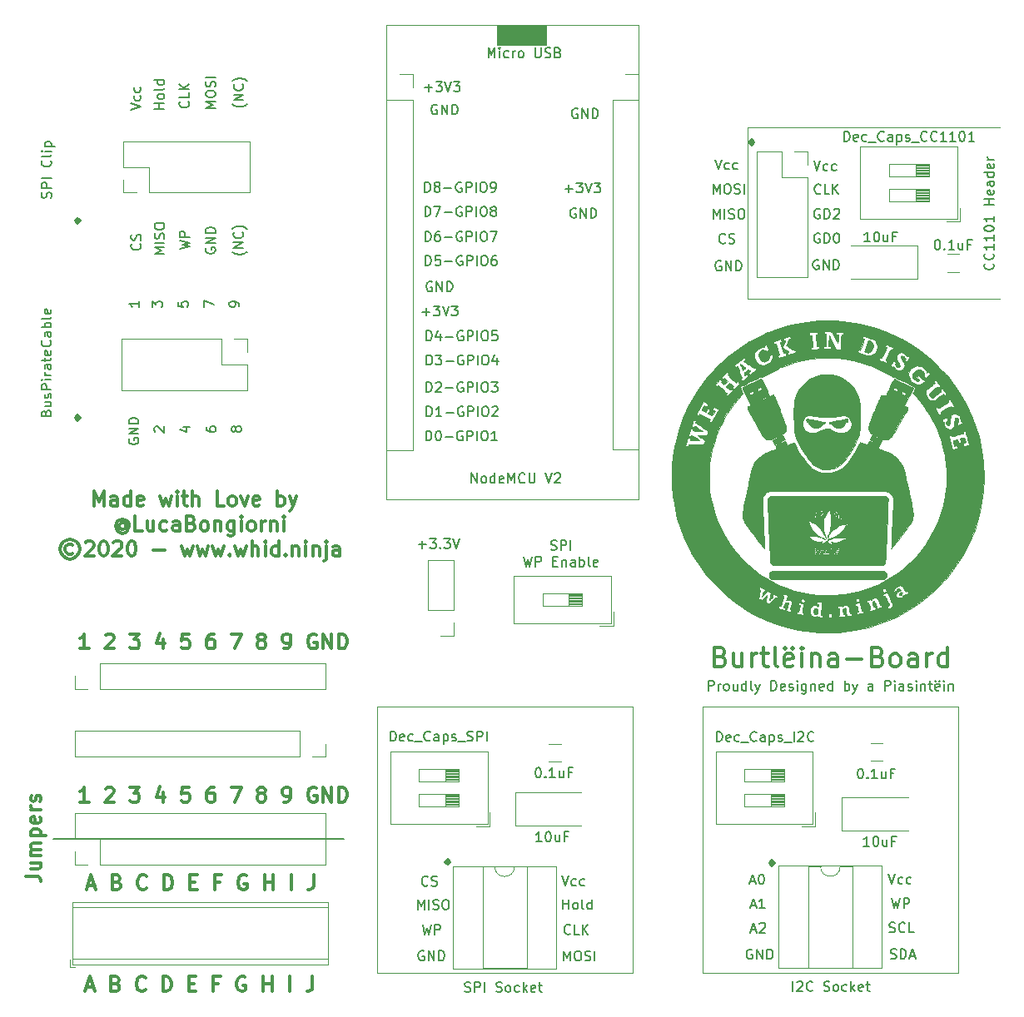
<source format=gbr>
G04 #@! TF.GenerationSoftware,KiCad,Pcbnew,(5.1.5)-3*
G04 #@! TF.CreationDate,2020-07-27T13:18:42+03:00*
G04 #@! TF.ProjectId,BurtleinaBoard,42757274-6c65-4696-9e61-426f6172642e,0.1*
G04 #@! TF.SameCoordinates,Original*
G04 #@! TF.FileFunction,Legend,Top*
G04 #@! TF.FilePolarity,Positive*
%FSLAX46Y46*%
G04 Gerber Fmt 4.6, Leading zero omitted, Abs format (unit mm)*
G04 Created by KiCad (PCBNEW (5.1.5)-3) date 2020-07-27 13:18:42*
%MOMM*%
%LPD*%
G04 APERTURE LIST*
%ADD10C,0.170000*%
%ADD11C,0.200000*%
%ADD12C,0.150000*%
%ADD13C,0.300000*%
%ADD14C,0.100000*%
%ADD15C,0.350000*%
%ADD16C,0.120000*%
%ADD17C,0.010000*%
G04 APERTURE END LIST*
D10*
X163291428Y-96972380D02*
X163291428Y-95972380D01*
X163672380Y-95972380D01*
X163767619Y-96020000D01*
X163815238Y-96067619D01*
X163862857Y-96162857D01*
X163862857Y-96305714D01*
X163815238Y-96400952D01*
X163767619Y-96448571D01*
X163672380Y-96496190D01*
X163291428Y-96496190D01*
X164291428Y-96972380D02*
X164291428Y-96305714D01*
X164291428Y-96496190D02*
X164339047Y-96400952D01*
X164386666Y-96353333D01*
X164481904Y-96305714D01*
X164577142Y-96305714D01*
X165053333Y-96972380D02*
X164958095Y-96924761D01*
X164910476Y-96877142D01*
X164862857Y-96781904D01*
X164862857Y-96496190D01*
X164910476Y-96400952D01*
X164958095Y-96353333D01*
X165053333Y-96305714D01*
X165196190Y-96305714D01*
X165291428Y-96353333D01*
X165339047Y-96400952D01*
X165386666Y-96496190D01*
X165386666Y-96781904D01*
X165339047Y-96877142D01*
X165291428Y-96924761D01*
X165196190Y-96972380D01*
X165053333Y-96972380D01*
X166243809Y-96305714D02*
X166243809Y-96972380D01*
X165815238Y-96305714D02*
X165815238Y-96829523D01*
X165862857Y-96924761D01*
X165958095Y-96972380D01*
X166100952Y-96972380D01*
X166196190Y-96924761D01*
X166243809Y-96877142D01*
X167148571Y-96972380D02*
X167148571Y-95972380D01*
X167148571Y-96924761D02*
X167053333Y-96972380D01*
X166862857Y-96972380D01*
X166767619Y-96924761D01*
X166720000Y-96877142D01*
X166672380Y-96781904D01*
X166672380Y-96496190D01*
X166720000Y-96400952D01*
X166767619Y-96353333D01*
X166862857Y-96305714D01*
X167053333Y-96305714D01*
X167148571Y-96353333D01*
X167767619Y-96972380D02*
X167672380Y-96924761D01*
X167624761Y-96829523D01*
X167624761Y-95972380D01*
X168053333Y-96305714D02*
X168291428Y-96972380D01*
X168529523Y-96305714D02*
X168291428Y-96972380D01*
X168196190Y-97210476D01*
X168148571Y-97258095D01*
X168053333Y-97305714D01*
X169672380Y-96972380D02*
X169672380Y-95972380D01*
X169910476Y-95972380D01*
X170053333Y-96020000D01*
X170148571Y-96115238D01*
X170196190Y-96210476D01*
X170243809Y-96400952D01*
X170243809Y-96543809D01*
X170196190Y-96734285D01*
X170148571Y-96829523D01*
X170053333Y-96924761D01*
X169910476Y-96972380D01*
X169672380Y-96972380D01*
X171053333Y-96924761D02*
X170958095Y-96972380D01*
X170767619Y-96972380D01*
X170672380Y-96924761D01*
X170624761Y-96829523D01*
X170624761Y-96448571D01*
X170672380Y-96353333D01*
X170767619Y-96305714D01*
X170958095Y-96305714D01*
X171053333Y-96353333D01*
X171100952Y-96448571D01*
X171100952Y-96543809D01*
X170624761Y-96639047D01*
X171481904Y-96924761D02*
X171577142Y-96972380D01*
X171767619Y-96972380D01*
X171862857Y-96924761D01*
X171910476Y-96829523D01*
X171910476Y-96781904D01*
X171862857Y-96686666D01*
X171767619Y-96639047D01*
X171624761Y-96639047D01*
X171529523Y-96591428D01*
X171481904Y-96496190D01*
X171481904Y-96448571D01*
X171529523Y-96353333D01*
X171624761Y-96305714D01*
X171767619Y-96305714D01*
X171862857Y-96353333D01*
X172339047Y-96972380D02*
X172339047Y-96305714D01*
X172339047Y-95972380D02*
X172291428Y-96020000D01*
X172339047Y-96067619D01*
X172386666Y-96020000D01*
X172339047Y-95972380D01*
X172339047Y-96067619D01*
X173243809Y-96305714D02*
X173243809Y-97115238D01*
X173196190Y-97210476D01*
X173148571Y-97258095D01*
X173053333Y-97305714D01*
X172910476Y-97305714D01*
X172815238Y-97258095D01*
X173243809Y-96924761D02*
X173148571Y-96972380D01*
X172958095Y-96972380D01*
X172862857Y-96924761D01*
X172815238Y-96877142D01*
X172767619Y-96781904D01*
X172767619Y-96496190D01*
X172815238Y-96400952D01*
X172862857Y-96353333D01*
X172958095Y-96305714D01*
X173148571Y-96305714D01*
X173243809Y-96353333D01*
X173720000Y-96305714D02*
X173720000Y-96972380D01*
X173720000Y-96400952D02*
X173767619Y-96353333D01*
X173862857Y-96305714D01*
X174005714Y-96305714D01*
X174100952Y-96353333D01*
X174148571Y-96448571D01*
X174148571Y-96972380D01*
X175005714Y-96924761D02*
X174910476Y-96972380D01*
X174720000Y-96972380D01*
X174624761Y-96924761D01*
X174577142Y-96829523D01*
X174577142Y-96448571D01*
X174624761Y-96353333D01*
X174720000Y-96305714D01*
X174910476Y-96305714D01*
X175005714Y-96353333D01*
X175053333Y-96448571D01*
X175053333Y-96543809D01*
X174577142Y-96639047D01*
X175910476Y-96972380D02*
X175910476Y-95972380D01*
X175910476Y-96924761D02*
X175815238Y-96972380D01*
X175624761Y-96972380D01*
X175529523Y-96924761D01*
X175481904Y-96877142D01*
X175434285Y-96781904D01*
X175434285Y-96496190D01*
X175481904Y-96400952D01*
X175529523Y-96353333D01*
X175624761Y-96305714D01*
X175815238Y-96305714D01*
X175910476Y-96353333D01*
X177148571Y-96972380D02*
X177148571Y-95972380D01*
X177148571Y-96353333D02*
X177243809Y-96305714D01*
X177434285Y-96305714D01*
X177529523Y-96353333D01*
X177577142Y-96400952D01*
X177624761Y-96496190D01*
X177624761Y-96781904D01*
X177577142Y-96877142D01*
X177529523Y-96924761D01*
X177434285Y-96972380D01*
X177243809Y-96972380D01*
X177148571Y-96924761D01*
X177958095Y-96305714D02*
X178196190Y-96972380D01*
X178434285Y-96305714D02*
X178196190Y-96972380D01*
X178100952Y-97210476D01*
X178053333Y-97258095D01*
X177958095Y-97305714D01*
X180005714Y-96972380D02*
X180005714Y-96448571D01*
X179958095Y-96353333D01*
X179862857Y-96305714D01*
X179672380Y-96305714D01*
X179577142Y-96353333D01*
X180005714Y-96924761D02*
X179910476Y-96972380D01*
X179672380Y-96972380D01*
X179577142Y-96924761D01*
X179529523Y-96829523D01*
X179529523Y-96734285D01*
X179577142Y-96639047D01*
X179672380Y-96591428D01*
X179910476Y-96591428D01*
X180005714Y-96543809D01*
X181243809Y-96972380D02*
X181243809Y-95972380D01*
X181624761Y-95972380D01*
X181720000Y-96020000D01*
X181767619Y-96067619D01*
X181815238Y-96162857D01*
X181815238Y-96305714D01*
X181767619Y-96400952D01*
X181720000Y-96448571D01*
X181624761Y-96496190D01*
X181243809Y-96496190D01*
X182243809Y-96972380D02*
X182243809Y-96305714D01*
X182243809Y-95972380D02*
X182196190Y-96020000D01*
X182243809Y-96067619D01*
X182291428Y-96020000D01*
X182243809Y-95972380D01*
X182243809Y-96067619D01*
X183148571Y-96972380D02*
X183148571Y-96448571D01*
X183100952Y-96353333D01*
X183005714Y-96305714D01*
X182815238Y-96305714D01*
X182720000Y-96353333D01*
X183148571Y-96924761D02*
X183053333Y-96972380D01*
X182815238Y-96972380D01*
X182720000Y-96924761D01*
X182672380Y-96829523D01*
X182672380Y-96734285D01*
X182720000Y-96639047D01*
X182815238Y-96591428D01*
X183053333Y-96591428D01*
X183148571Y-96543809D01*
X183577142Y-96924761D02*
X183672380Y-96972380D01*
X183862857Y-96972380D01*
X183958095Y-96924761D01*
X184005714Y-96829523D01*
X184005714Y-96781904D01*
X183958095Y-96686666D01*
X183862857Y-96639047D01*
X183720000Y-96639047D01*
X183624761Y-96591428D01*
X183577142Y-96496190D01*
X183577142Y-96448571D01*
X183624761Y-96353333D01*
X183720000Y-96305714D01*
X183862857Y-96305714D01*
X183958095Y-96353333D01*
X184434285Y-96972380D02*
X184434285Y-96305714D01*
X184434285Y-95972380D02*
X184386666Y-96020000D01*
X184434285Y-96067619D01*
X184481904Y-96020000D01*
X184434285Y-95972380D01*
X184434285Y-96067619D01*
X184910476Y-96305714D02*
X184910476Y-96972380D01*
X184910476Y-96400952D02*
X184958095Y-96353333D01*
X185053333Y-96305714D01*
X185196190Y-96305714D01*
X185291428Y-96353333D01*
X185339047Y-96448571D01*
X185339047Y-96972380D01*
X185672380Y-96305714D02*
X186053333Y-96305714D01*
X185815238Y-95972380D02*
X185815238Y-96829523D01*
X185862857Y-96924761D01*
X185958095Y-96972380D01*
X186053333Y-96972380D01*
X186767619Y-96924761D02*
X186672380Y-96972380D01*
X186481904Y-96972380D01*
X186386666Y-96924761D01*
X186339047Y-96829523D01*
X186339047Y-96448571D01*
X186386666Y-96353333D01*
X186481904Y-96305714D01*
X186672380Y-96305714D01*
X186767619Y-96353333D01*
X186815238Y-96448571D01*
X186815238Y-96543809D01*
X186339047Y-96639047D01*
X186386666Y-95972380D02*
X186434285Y-96020000D01*
X186386666Y-96067619D01*
X186339047Y-96020000D01*
X186386666Y-95972380D01*
X186386666Y-96067619D01*
X186767619Y-95972380D02*
X186815238Y-96020000D01*
X186767619Y-96067619D01*
X186720000Y-96020000D01*
X186767619Y-95972380D01*
X186767619Y-96067619D01*
X187243809Y-96972380D02*
X187243809Y-96305714D01*
X187243809Y-95972380D02*
X187196190Y-96020000D01*
X187243809Y-96067619D01*
X187291428Y-96020000D01*
X187243809Y-95972380D01*
X187243809Y-96067619D01*
X187720000Y-96305714D02*
X187720000Y-96972380D01*
X187720000Y-96400952D02*
X187767619Y-96353333D01*
X187862857Y-96305714D01*
X188005714Y-96305714D01*
X188100952Y-96353333D01*
X188148571Y-96448571D01*
X188148571Y-96972380D01*
D11*
X96700000Y-112100000D02*
X126200000Y-112100000D01*
D12*
X139200000Y-75852380D02*
X139200000Y-74852380D01*
X139771428Y-75852380D01*
X139771428Y-74852380D01*
X140390476Y-75852380D02*
X140295238Y-75804761D01*
X140247619Y-75757142D01*
X140200000Y-75661904D01*
X140200000Y-75376190D01*
X140247619Y-75280952D01*
X140295238Y-75233333D01*
X140390476Y-75185714D01*
X140533333Y-75185714D01*
X140628571Y-75233333D01*
X140676190Y-75280952D01*
X140723809Y-75376190D01*
X140723809Y-75661904D01*
X140676190Y-75757142D01*
X140628571Y-75804761D01*
X140533333Y-75852380D01*
X140390476Y-75852380D01*
X141580952Y-75852380D02*
X141580952Y-74852380D01*
X141580952Y-75804761D02*
X141485714Y-75852380D01*
X141295238Y-75852380D01*
X141200000Y-75804761D01*
X141152380Y-75757142D01*
X141104761Y-75661904D01*
X141104761Y-75376190D01*
X141152380Y-75280952D01*
X141200000Y-75233333D01*
X141295238Y-75185714D01*
X141485714Y-75185714D01*
X141580952Y-75233333D01*
X142438095Y-75804761D02*
X142342857Y-75852380D01*
X142152380Y-75852380D01*
X142057142Y-75804761D01*
X142009523Y-75709523D01*
X142009523Y-75328571D01*
X142057142Y-75233333D01*
X142152380Y-75185714D01*
X142342857Y-75185714D01*
X142438095Y-75233333D01*
X142485714Y-75328571D01*
X142485714Y-75423809D01*
X142009523Y-75519047D01*
X142914285Y-75852380D02*
X142914285Y-74852380D01*
X143247619Y-75566666D01*
X143580952Y-74852380D01*
X143580952Y-75852380D01*
X144628571Y-75757142D02*
X144580952Y-75804761D01*
X144438095Y-75852380D01*
X144342857Y-75852380D01*
X144200000Y-75804761D01*
X144104761Y-75709523D01*
X144057142Y-75614285D01*
X144009523Y-75423809D01*
X144009523Y-75280952D01*
X144057142Y-75090476D01*
X144104761Y-74995238D01*
X144200000Y-74900000D01*
X144342857Y-74852380D01*
X144438095Y-74852380D01*
X144580952Y-74900000D01*
X144628571Y-74947619D01*
X145057142Y-74852380D02*
X145057142Y-75661904D01*
X145104761Y-75757142D01*
X145152380Y-75804761D01*
X145247619Y-75852380D01*
X145438095Y-75852380D01*
X145533333Y-75804761D01*
X145580952Y-75757142D01*
X145628571Y-75661904D01*
X145628571Y-74852380D01*
X146723809Y-74852380D02*
X147057142Y-75852380D01*
X147390476Y-74852380D01*
X147676190Y-74947619D02*
X147723809Y-74900000D01*
X147819047Y-74852380D01*
X148057142Y-74852380D01*
X148152380Y-74900000D01*
X148200000Y-74947619D01*
X148247619Y-75042857D01*
X148247619Y-75138095D01*
X148200000Y-75280952D01*
X147628571Y-75852380D01*
X148247619Y-75852380D01*
D13*
X167660000Y-40975714D02*
X167898095Y-41213809D01*
X167660000Y-41451904D01*
X167421904Y-41213809D01*
X167660000Y-40975714D01*
X167660000Y-41451904D01*
X169760000Y-114275714D02*
X169998095Y-114513809D01*
X169760000Y-114751904D01*
X169521904Y-114513809D01*
X169760000Y-114275714D01*
X169760000Y-114751904D01*
X136760000Y-114175714D02*
X136998095Y-114413809D01*
X136760000Y-114651904D01*
X136521904Y-114413809D01*
X136760000Y-114175714D01*
X136760000Y-114651904D01*
D12*
X116383333Y-37306666D02*
X116335714Y-37354285D01*
X116192857Y-37449523D01*
X116097619Y-37497142D01*
X115954761Y-37544761D01*
X115716666Y-37592380D01*
X115526190Y-37592380D01*
X115288095Y-37544761D01*
X115145238Y-37497142D01*
X115050000Y-37449523D01*
X114907142Y-37354285D01*
X114859523Y-37306666D01*
X116002380Y-36925714D02*
X115002380Y-36925714D01*
X116002380Y-36354285D01*
X115002380Y-36354285D01*
X115907142Y-35306666D02*
X115954761Y-35354285D01*
X116002380Y-35497142D01*
X116002380Y-35592380D01*
X115954761Y-35735238D01*
X115859523Y-35830476D01*
X115764285Y-35878095D01*
X115573809Y-35925714D01*
X115430952Y-35925714D01*
X115240476Y-35878095D01*
X115145238Y-35830476D01*
X115050000Y-35735238D01*
X115002380Y-35592380D01*
X115002380Y-35497142D01*
X115050000Y-35354285D01*
X115097619Y-35306666D01*
X116383333Y-34973333D02*
X116335714Y-34925714D01*
X116192857Y-34830476D01*
X116097619Y-34782857D01*
X115954761Y-34735238D01*
X115716666Y-34687619D01*
X115526190Y-34687619D01*
X115288095Y-34735238D01*
X115145238Y-34782857D01*
X115050000Y-34830476D01*
X114907142Y-34925714D01*
X114859523Y-34973333D01*
X116363333Y-52356666D02*
X116315714Y-52404285D01*
X116172857Y-52499523D01*
X116077619Y-52547142D01*
X115934761Y-52594761D01*
X115696666Y-52642380D01*
X115506190Y-52642380D01*
X115268095Y-52594761D01*
X115125238Y-52547142D01*
X115030000Y-52499523D01*
X114887142Y-52404285D01*
X114839523Y-52356666D01*
X115982380Y-51975714D02*
X114982380Y-51975714D01*
X115982380Y-51404285D01*
X114982380Y-51404285D01*
X115887142Y-50356666D02*
X115934761Y-50404285D01*
X115982380Y-50547142D01*
X115982380Y-50642380D01*
X115934761Y-50785238D01*
X115839523Y-50880476D01*
X115744285Y-50928095D01*
X115553809Y-50975714D01*
X115410952Y-50975714D01*
X115220476Y-50928095D01*
X115125238Y-50880476D01*
X115030000Y-50785238D01*
X114982380Y-50642380D01*
X114982380Y-50547142D01*
X115030000Y-50404285D01*
X115077619Y-50356666D01*
X116363333Y-50023333D02*
X116315714Y-49975714D01*
X116172857Y-49880476D01*
X116077619Y-49832857D01*
X115934761Y-49785238D01*
X115696666Y-49737619D01*
X115506190Y-49737619D01*
X115268095Y-49785238D01*
X115125238Y-49832857D01*
X115030000Y-49880476D01*
X114887142Y-49975714D01*
X114839523Y-50023333D01*
X140907142Y-32592380D02*
X140907142Y-31592380D01*
X141240476Y-32306666D01*
X141573809Y-31592380D01*
X141573809Y-32592380D01*
X142050000Y-32592380D02*
X142050000Y-31925714D01*
X142050000Y-31592380D02*
X142002380Y-31640000D01*
X142050000Y-31687619D01*
X142097619Y-31640000D01*
X142050000Y-31592380D01*
X142050000Y-31687619D01*
X142954761Y-32544761D02*
X142859523Y-32592380D01*
X142669047Y-32592380D01*
X142573809Y-32544761D01*
X142526190Y-32497142D01*
X142478571Y-32401904D01*
X142478571Y-32116190D01*
X142526190Y-32020952D01*
X142573809Y-31973333D01*
X142669047Y-31925714D01*
X142859523Y-31925714D01*
X142954761Y-31973333D01*
X143383333Y-32592380D02*
X143383333Y-31925714D01*
X143383333Y-32116190D02*
X143430952Y-32020952D01*
X143478571Y-31973333D01*
X143573809Y-31925714D01*
X143669047Y-31925714D01*
X144145238Y-32592380D02*
X144050000Y-32544761D01*
X144002380Y-32497142D01*
X143954761Y-32401904D01*
X143954761Y-32116190D01*
X144002380Y-32020952D01*
X144050000Y-31973333D01*
X144145238Y-31925714D01*
X144288095Y-31925714D01*
X144383333Y-31973333D01*
X144430952Y-32020952D01*
X144478571Y-32116190D01*
X144478571Y-32401904D01*
X144430952Y-32497142D01*
X144383333Y-32544761D01*
X144288095Y-32592380D01*
X144145238Y-32592380D01*
X145669047Y-31592380D02*
X145669047Y-32401904D01*
X145716666Y-32497142D01*
X145764285Y-32544761D01*
X145859523Y-32592380D01*
X146050000Y-32592380D01*
X146145238Y-32544761D01*
X146192857Y-32497142D01*
X146240476Y-32401904D01*
X146240476Y-31592380D01*
X146669047Y-32544761D02*
X146811904Y-32592380D01*
X147050000Y-32592380D01*
X147145238Y-32544761D01*
X147192857Y-32497142D01*
X147240476Y-32401904D01*
X147240476Y-32306666D01*
X147192857Y-32211428D01*
X147145238Y-32163809D01*
X147050000Y-32116190D01*
X146859523Y-32068571D01*
X146764285Y-32020952D01*
X146716666Y-31973333D01*
X146669047Y-31878095D01*
X146669047Y-31782857D01*
X146716666Y-31687619D01*
X146764285Y-31640000D01*
X146859523Y-31592380D01*
X147097619Y-31592380D01*
X147240476Y-31640000D01*
X148002380Y-32068571D02*
X148145238Y-32116190D01*
X148192857Y-32163809D01*
X148240476Y-32259047D01*
X148240476Y-32401904D01*
X148192857Y-32497142D01*
X148145238Y-32544761D01*
X148050000Y-32592380D01*
X147669047Y-32592380D01*
X147669047Y-31592380D01*
X148002380Y-31592380D01*
X148097619Y-31640000D01*
X148145238Y-31687619D01*
X148192857Y-31782857D01*
X148192857Y-31878095D01*
X148145238Y-31973333D01*
X148097619Y-32020952D01*
X148002380Y-32068571D01*
X147669047Y-32068571D01*
D14*
G36*
X146830000Y-31280000D02*
G01*
X141810000Y-31280000D01*
X141810000Y-29270000D01*
X146830000Y-29270000D01*
X146830000Y-31280000D01*
G37*
X146830000Y-31280000D02*
X141810000Y-31280000D01*
X141810000Y-29270000D01*
X146830000Y-29270000D01*
X146830000Y-31280000D01*
D12*
X147276190Y-82649761D02*
X147419047Y-82697380D01*
X147657142Y-82697380D01*
X147752380Y-82649761D01*
X147800000Y-82602142D01*
X147847619Y-82506904D01*
X147847619Y-82411666D01*
X147800000Y-82316428D01*
X147752380Y-82268809D01*
X147657142Y-82221190D01*
X147466666Y-82173571D01*
X147371428Y-82125952D01*
X147323809Y-82078333D01*
X147276190Y-81983095D01*
X147276190Y-81887857D01*
X147323809Y-81792619D01*
X147371428Y-81745000D01*
X147466666Y-81697380D01*
X147704761Y-81697380D01*
X147847619Y-81745000D01*
X148276190Y-82697380D02*
X148276190Y-81697380D01*
X148657142Y-81697380D01*
X148752380Y-81745000D01*
X148800000Y-81792619D01*
X148847619Y-81887857D01*
X148847619Y-82030714D01*
X148800000Y-82125952D01*
X148752380Y-82173571D01*
X148657142Y-82221190D01*
X148276190Y-82221190D01*
X149276190Y-82697380D02*
X149276190Y-81697380D01*
X144490476Y-83347380D02*
X144728571Y-84347380D01*
X144919047Y-83633095D01*
X145109523Y-84347380D01*
X145347619Y-83347380D01*
X145728571Y-84347380D02*
X145728571Y-83347380D01*
X146109523Y-83347380D01*
X146204761Y-83395000D01*
X146252380Y-83442619D01*
X146300000Y-83537857D01*
X146300000Y-83680714D01*
X146252380Y-83775952D01*
X146204761Y-83823571D01*
X146109523Y-83871190D01*
X145728571Y-83871190D01*
X147490476Y-83823571D02*
X147823809Y-83823571D01*
X147966666Y-84347380D02*
X147490476Y-84347380D01*
X147490476Y-83347380D01*
X147966666Y-83347380D01*
X148395238Y-83680714D02*
X148395238Y-84347380D01*
X148395238Y-83775952D02*
X148442857Y-83728333D01*
X148538095Y-83680714D01*
X148680952Y-83680714D01*
X148776190Y-83728333D01*
X148823809Y-83823571D01*
X148823809Y-84347380D01*
X149728571Y-84347380D02*
X149728571Y-83823571D01*
X149680952Y-83728333D01*
X149585714Y-83680714D01*
X149395238Y-83680714D01*
X149300000Y-83728333D01*
X149728571Y-84299761D02*
X149633333Y-84347380D01*
X149395238Y-84347380D01*
X149300000Y-84299761D01*
X149252380Y-84204523D01*
X149252380Y-84109285D01*
X149300000Y-84014047D01*
X149395238Y-83966428D01*
X149633333Y-83966428D01*
X149728571Y-83918809D01*
X150204761Y-84347380D02*
X150204761Y-83347380D01*
X150204761Y-83728333D02*
X150300000Y-83680714D01*
X150490476Y-83680714D01*
X150585714Y-83728333D01*
X150633333Y-83775952D01*
X150680952Y-83871190D01*
X150680952Y-84156904D01*
X150633333Y-84252142D01*
X150585714Y-84299761D01*
X150490476Y-84347380D01*
X150300000Y-84347380D01*
X150204761Y-84299761D01*
X151252380Y-84347380D02*
X151157142Y-84299761D01*
X151109523Y-84204523D01*
X151109523Y-83347380D01*
X152014285Y-84299761D02*
X151919047Y-84347380D01*
X151728571Y-84347380D01*
X151633333Y-84299761D01*
X151585714Y-84204523D01*
X151585714Y-83823571D01*
X151633333Y-83728333D01*
X151728571Y-83680714D01*
X151919047Y-83680714D01*
X152014285Y-83728333D01*
X152061904Y-83823571D01*
X152061904Y-83918809D01*
X151585714Y-84014047D01*
X163959523Y-42952380D02*
X164292857Y-43952380D01*
X164626190Y-42952380D01*
X165388095Y-43904761D02*
X165292857Y-43952380D01*
X165102380Y-43952380D01*
X165007142Y-43904761D01*
X164959523Y-43857142D01*
X164911904Y-43761904D01*
X164911904Y-43476190D01*
X164959523Y-43380952D01*
X165007142Y-43333333D01*
X165102380Y-43285714D01*
X165292857Y-43285714D01*
X165388095Y-43333333D01*
X166245238Y-43904761D02*
X166150000Y-43952380D01*
X165959523Y-43952380D01*
X165864285Y-43904761D01*
X165816666Y-43857142D01*
X165769047Y-43761904D01*
X165769047Y-43476190D01*
X165816666Y-43380952D01*
X165864285Y-43333333D01*
X165959523Y-43285714D01*
X166150000Y-43285714D01*
X166245238Y-43333333D01*
X174488095Y-53190000D02*
X174392857Y-53142380D01*
X174250000Y-53142380D01*
X174107142Y-53190000D01*
X174011904Y-53285238D01*
X173964285Y-53380476D01*
X173916666Y-53570952D01*
X173916666Y-53713809D01*
X173964285Y-53904285D01*
X174011904Y-53999523D01*
X174107142Y-54094761D01*
X174250000Y-54142380D01*
X174345238Y-54142380D01*
X174488095Y-54094761D01*
X174535714Y-54047142D01*
X174535714Y-53713809D01*
X174345238Y-53713809D01*
X174964285Y-54142380D02*
X174964285Y-53142380D01*
X175535714Y-54142380D01*
X175535714Y-53142380D01*
X176011904Y-54142380D02*
X176011904Y-53142380D01*
X176250000Y-53142380D01*
X176392857Y-53190000D01*
X176488095Y-53285238D01*
X176535714Y-53380476D01*
X176583333Y-53570952D01*
X176583333Y-53713809D01*
X176535714Y-53904285D01*
X176488095Y-53999523D01*
X176392857Y-54094761D01*
X176250000Y-54142380D01*
X176011904Y-54142380D01*
X163788571Y-46452380D02*
X163788571Y-45452380D01*
X164121904Y-46166666D01*
X164455238Y-45452380D01*
X164455238Y-46452380D01*
X165121904Y-45452380D02*
X165312380Y-45452380D01*
X165407619Y-45500000D01*
X165502857Y-45595238D01*
X165550476Y-45785714D01*
X165550476Y-46119047D01*
X165502857Y-46309523D01*
X165407619Y-46404761D01*
X165312380Y-46452380D01*
X165121904Y-46452380D01*
X165026666Y-46404761D01*
X164931428Y-46309523D01*
X164883809Y-46119047D01*
X164883809Y-45785714D01*
X164931428Y-45595238D01*
X165026666Y-45500000D01*
X165121904Y-45452380D01*
X165931428Y-46404761D02*
X166074285Y-46452380D01*
X166312380Y-46452380D01*
X166407619Y-46404761D01*
X166455238Y-46357142D01*
X166502857Y-46261904D01*
X166502857Y-46166666D01*
X166455238Y-46071428D01*
X166407619Y-46023809D01*
X166312380Y-45976190D01*
X166121904Y-45928571D01*
X166026666Y-45880952D01*
X165979047Y-45833333D01*
X165931428Y-45738095D01*
X165931428Y-45642857D01*
X165979047Y-45547619D01*
X166026666Y-45500000D01*
X166121904Y-45452380D01*
X166360000Y-45452380D01*
X166502857Y-45500000D01*
X166931428Y-46452380D02*
X166931428Y-45452380D01*
X164568095Y-53300000D02*
X164472857Y-53252380D01*
X164330000Y-53252380D01*
X164187142Y-53300000D01*
X164091904Y-53395238D01*
X164044285Y-53490476D01*
X163996666Y-53680952D01*
X163996666Y-53823809D01*
X164044285Y-54014285D01*
X164091904Y-54109523D01*
X164187142Y-54204761D01*
X164330000Y-54252380D01*
X164425238Y-54252380D01*
X164568095Y-54204761D01*
X164615714Y-54157142D01*
X164615714Y-53823809D01*
X164425238Y-53823809D01*
X165044285Y-54252380D02*
X165044285Y-53252380D01*
X165615714Y-54252380D01*
X165615714Y-53252380D01*
X166091904Y-54252380D02*
X166091904Y-53252380D01*
X166330000Y-53252380D01*
X166472857Y-53300000D01*
X166568095Y-53395238D01*
X166615714Y-53490476D01*
X166663333Y-53680952D01*
X166663333Y-53823809D01*
X166615714Y-54014285D01*
X166568095Y-54109523D01*
X166472857Y-54204761D01*
X166330000Y-54252380D01*
X166091904Y-54252380D01*
X174615714Y-48020000D02*
X174520476Y-47972380D01*
X174377619Y-47972380D01*
X174234761Y-48020000D01*
X174139523Y-48115238D01*
X174091904Y-48210476D01*
X174044285Y-48400952D01*
X174044285Y-48543809D01*
X174091904Y-48734285D01*
X174139523Y-48829523D01*
X174234761Y-48924761D01*
X174377619Y-48972380D01*
X174472857Y-48972380D01*
X174615714Y-48924761D01*
X174663333Y-48877142D01*
X174663333Y-48543809D01*
X174472857Y-48543809D01*
X175091904Y-48972380D02*
X175091904Y-47972380D01*
X175330000Y-47972380D01*
X175472857Y-48020000D01*
X175568095Y-48115238D01*
X175615714Y-48210476D01*
X175663333Y-48400952D01*
X175663333Y-48543809D01*
X175615714Y-48734285D01*
X175568095Y-48829523D01*
X175472857Y-48924761D01*
X175330000Y-48972380D01*
X175091904Y-48972380D01*
X176044285Y-48067619D02*
X176091904Y-48020000D01*
X176187142Y-47972380D01*
X176425238Y-47972380D01*
X176520476Y-48020000D01*
X176568095Y-48067619D01*
X176615714Y-48162857D01*
X176615714Y-48258095D01*
X176568095Y-48400952D01*
X175996666Y-48972380D01*
X176615714Y-48972380D01*
X163788571Y-48982380D02*
X163788571Y-47982380D01*
X164121904Y-48696666D01*
X164455238Y-47982380D01*
X164455238Y-48982380D01*
X164931428Y-48982380D02*
X164931428Y-47982380D01*
X165360000Y-48934761D02*
X165502857Y-48982380D01*
X165740952Y-48982380D01*
X165836190Y-48934761D01*
X165883809Y-48887142D01*
X165931428Y-48791904D01*
X165931428Y-48696666D01*
X165883809Y-48601428D01*
X165836190Y-48553809D01*
X165740952Y-48506190D01*
X165550476Y-48458571D01*
X165455238Y-48410952D01*
X165407619Y-48363333D01*
X165360000Y-48268095D01*
X165360000Y-48172857D01*
X165407619Y-48077619D01*
X165455238Y-48030000D01*
X165550476Y-47982380D01*
X165788571Y-47982380D01*
X165931428Y-48030000D01*
X166550476Y-47982380D02*
X166740952Y-47982380D01*
X166836190Y-48030000D01*
X166931428Y-48125238D01*
X166979047Y-48315714D01*
X166979047Y-48649047D01*
X166931428Y-48839523D01*
X166836190Y-48934761D01*
X166740952Y-48982380D01*
X166550476Y-48982380D01*
X166455238Y-48934761D01*
X166360000Y-48839523D01*
X166312380Y-48649047D01*
X166312380Y-48315714D01*
X166360000Y-48125238D01*
X166455238Y-48030000D01*
X166550476Y-47982380D01*
X165003333Y-51407142D02*
X164955714Y-51454761D01*
X164812857Y-51502380D01*
X164717619Y-51502380D01*
X164574761Y-51454761D01*
X164479523Y-51359523D01*
X164431904Y-51264285D01*
X164384285Y-51073809D01*
X164384285Y-50930952D01*
X164431904Y-50740476D01*
X164479523Y-50645238D01*
X164574761Y-50550000D01*
X164717619Y-50502380D01*
X164812857Y-50502380D01*
X164955714Y-50550000D01*
X165003333Y-50597619D01*
X165384285Y-51454761D02*
X165527142Y-51502380D01*
X165765238Y-51502380D01*
X165860476Y-51454761D01*
X165908095Y-51407142D01*
X165955714Y-51311904D01*
X165955714Y-51216666D01*
X165908095Y-51121428D01*
X165860476Y-51073809D01*
X165765238Y-51026190D01*
X165574761Y-50978571D01*
X165479523Y-50930952D01*
X165431904Y-50883333D01*
X165384285Y-50788095D01*
X165384285Y-50692857D01*
X165431904Y-50597619D01*
X165479523Y-50550000D01*
X165574761Y-50502380D01*
X165812857Y-50502380D01*
X165955714Y-50550000D01*
X174605714Y-50500000D02*
X174510476Y-50452380D01*
X174367619Y-50452380D01*
X174224761Y-50500000D01*
X174129523Y-50595238D01*
X174081904Y-50690476D01*
X174034285Y-50880952D01*
X174034285Y-51023809D01*
X174081904Y-51214285D01*
X174129523Y-51309523D01*
X174224761Y-51404761D01*
X174367619Y-51452380D01*
X174462857Y-51452380D01*
X174605714Y-51404761D01*
X174653333Y-51357142D01*
X174653333Y-51023809D01*
X174462857Y-51023809D01*
X175081904Y-51452380D02*
X175081904Y-50452380D01*
X175320000Y-50452380D01*
X175462857Y-50500000D01*
X175558095Y-50595238D01*
X175605714Y-50690476D01*
X175653333Y-50880952D01*
X175653333Y-51023809D01*
X175605714Y-51214285D01*
X175558095Y-51309523D01*
X175462857Y-51404761D01*
X175320000Y-51452380D01*
X175081904Y-51452380D01*
X176272380Y-50452380D02*
X176367619Y-50452380D01*
X176462857Y-50500000D01*
X176510476Y-50547619D01*
X176558095Y-50642857D01*
X176605714Y-50833333D01*
X176605714Y-51071428D01*
X176558095Y-51261904D01*
X176510476Y-51357142D01*
X176462857Y-51404761D01*
X176367619Y-51452380D01*
X176272380Y-51452380D01*
X176177142Y-51404761D01*
X176129523Y-51357142D01*
X176081904Y-51261904D01*
X176034285Y-51071428D01*
X176034285Y-50833333D01*
X176081904Y-50642857D01*
X176129523Y-50547619D01*
X176177142Y-50500000D01*
X176272380Y-50452380D01*
X174704761Y-46387142D02*
X174657142Y-46434761D01*
X174514285Y-46482380D01*
X174419047Y-46482380D01*
X174276190Y-46434761D01*
X174180952Y-46339523D01*
X174133333Y-46244285D01*
X174085714Y-46053809D01*
X174085714Y-45910952D01*
X174133333Y-45720476D01*
X174180952Y-45625238D01*
X174276190Y-45530000D01*
X174419047Y-45482380D01*
X174514285Y-45482380D01*
X174657142Y-45530000D01*
X174704761Y-45577619D01*
X175609523Y-46482380D02*
X175133333Y-46482380D01*
X175133333Y-45482380D01*
X175942857Y-46482380D02*
X175942857Y-45482380D01*
X176514285Y-46482380D02*
X176085714Y-45910952D01*
X176514285Y-45482380D02*
X175942857Y-46053809D01*
X174009523Y-43082380D02*
X174342857Y-44082380D01*
X174676190Y-43082380D01*
X175438095Y-44034761D02*
X175342857Y-44082380D01*
X175152380Y-44082380D01*
X175057142Y-44034761D01*
X175009523Y-43987142D01*
X174961904Y-43891904D01*
X174961904Y-43606190D01*
X175009523Y-43510952D01*
X175057142Y-43463333D01*
X175152380Y-43415714D01*
X175342857Y-43415714D01*
X175438095Y-43463333D01*
X176295238Y-44034761D02*
X176200000Y-44082380D01*
X176009523Y-44082380D01*
X175914285Y-44034761D01*
X175866666Y-43987142D01*
X175819047Y-43891904D01*
X175819047Y-43606190D01*
X175866666Y-43510952D01*
X175914285Y-43463333D01*
X176009523Y-43415714D01*
X176200000Y-43415714D01*
X176295238Y-43463333D01*
X113172380Y-37711428D02*
X112172380Y-37711428D01*
X112886666Y-37378095D01*
X112172380Y-37044761D01*
X113172380Y-37044761D01*
X112172380Y-36378095D02*
X112172380Y-36187619D01*
X112220000Y-36092380D01*
X112315238Y-35997142D01*
X112505714Y-35949523D01*
X112839047Y-35949523D01*
X113029523Y-35997142D01*
X113124761Y-36092380D01*
X113172380Y-36187619D01*
X113172380Y-36378095D01*
X113124761Y-36473333D01*
X113029523Y-36568571D01*
X112839047Y-36616190D01*
X112505714Y-36616190D01*
X112315238Y-36568571D01*
X112220000Y-36473333D01*
X112172380Y-36378095D01*
X113124761Y-35568571D02*
X113172380Y-35425714D01*
X113172380Y-35187619D01*
X113124761Y-35092380D01*
X113077142Y-35044761D01*
X112981904Y-34997142D01*
X112886666Y-34997142D01*
X112791428Y-35044761D01*
X112743809Y-35092380D01*
X112696190Y-35187619D01*
X112648571Y-35378095D01*
X112600952Y-35473333D01*
X112553333Y-35520952D01*
X112458095Y-35568571D01*
X112362857Y-35568571D01*
X112267619Y-35520952D01*
X112220000Y-35473333D01*
X112172380Y-35378095D01*
X112172380Y-35140000D01*
X112220000Y-34997142D01*
X113172380Y-34568571D02*
X112172380Y-34568571D01*
X112200000Y-51951904D02*
X112152380Y-52047142D01*
X112152380Y-52190000D01*
X112200000Y-52332857D01*
X112295238Y-52428095D01*
X112390476Y-52475714D01*
X112580952Y-52523333D01*
X112723809Y-52523333D01*
X112914285Y-52475714D01*
X113009523Y-52428095D01*
X113104761Y-52332857D01*
X113152380Y-52190000D01*
X113152380Y-52094761D01*
X113104761Y-51951904D01*
X113057142Y-51904285D01*
X112723809Y-51904285D01*
X112723809Y-52094761D01*
X113152380Y-51475714D02*
X112152380Y-51475714D01*
X113152380Y-50904285D01*
X112152380Y-50904285D01*
X113152380Y-50428095D02*
X112152380Y-50428095D01*
X112152380Y-50190000D01*
X112200000Y-50047142D01*
X112295238Y-49951904D01*
X112390476Y-49904285D01*
X112580952Y-49856666D01*
X112723809Y-49856666D01*
X112914285Y-49904285D01*
X113009523Y-49951904D01*
X113104761Y-50047142D01*
X113152380Y-50190000D01*
X113152380Y-50428095D01*
X109522380Y-52068571D02*
X110522380Y-51830476D01*
X109808095Y-51640000D01*
X110522380Y-51449523D01*
X109522380Y-51211428D01*
X110522380Y-50830476D02*
X109522380Y-50830476D01*
X109522380Y-50449523D01*
X109570000Y-50354285D01*
X109617619Y-50306666D01*
X109712857Y-50259047D01*
X109855714Y-50259047D01*
X109950952Y-50306666D01*
X109998571Y-50354285D01*
X110046190Y-50449523D01*
X110046190Y-50830476D01*
X107962380Y-52581428D02*
X106962380Y-52581428D01*
X107676666Y-52248095D01*
X106962380Y-51914761D01*
X107962380Y-51914761D01*
X107962380Y-51438571D02*
X106962380Y-51438571D01*
X107914761Y-51010000D02*
X107962380Y-50867142D01*
X107962380Y-50629047D01*
X107914761Y-50533809D01*
X107867142Y-50486190D01*
X107771904Y-50438571D01*
X107676666Y-50438571D01*
X107581428Y-50486190D01*
X107533809Y-50533809D01*
X107486190Y-50629047D01*
X107438571Y-50819523D01*
X107390952Y-50914761D01*
X107343333Y-50962380D01*
X107248095Y-51010000D01*
X107152857Y-51010000D01*
X107057619Y-50962380D01*
X107010000Y-50914761D01*
X106962380Y-50819523D01*
X106962380Y-50581428D01*
X107010000Y-50438571D01*
X106962380Y-49819523D02*
X106962380Y-49629047D01*
X107010000Y-49533809D01*
X107105238Y-49438571D01*
X107295714Y-49390952D01*
X107629047Y-49390952D01*
X107819523Y-49438571D01*
X107914761Y-49533809D01*
X107962380Y-49629047D01*
X107962380Y-49819523D01*
X107914761Y-49914761D01*
X107819523Y-50010000D01*
X107629047Y-50057619D01*
X107295714Y-50057619D01*
X107105238Y-50010000D01*
X107010000Y-49914761D01*
X106962380Y-49819523D01*
X105477142Y-51546666D02*
X105524761Y-51594285D01*
X105572380Y-51737142D01*
X105572380Y-51832380D01*
X105524761Y-51975238D01*
X105429523Y-52070476D01*
X105334285Y-52118095D01*
X105143809Y-52165714D01*
X105000952Y-52165714D01*
X104810476Y-52118095D01*
X104715238Y-52070476D01*
X104620000Y-51975238D01*
X104572380Y-51832380D01*
X104572380Y-51737142D01*
X104620000Y-51594285D01*
X104667619Y-51546666D01*
X105524761Y-51165714D02*
X105572380Y-51022857D01*
X105572380Y-50784761D01*
X105524761Y-50689523D01*
X105477142Y-50641904D01*
X105381904Y-50594285D01*
X105286666Y-50594285D01*
X105191428Y-50641904D01*
X105143809Y-50689523D01*
X105096190Y-50784761D01*
X105048571Y-50975238D01*
X105000952Y-51070476D01*
X104953333Y-51118095D01*
X104858095Y-51165714D01*
X104762857Y-51165714D01*
X104667619Y-51118095D01*
X104620000Y-51070476D01*
X104572380Y-50975238D01*
X104572380Y-50737142D01*
X104620000Y-50594285D01*
X107932380Y-37792380D02*
X106932380Y-37792380D01*
X107408571Y-37792380D02*
X107408571Y-37220952D01*
X107932380Y-37220952D02*
X106932380Y-37220952D01*
X107932380Y-36601904D02*
X107884761Y-36697142D01*
X107837142Y-36744761D01*
X107741904Y-36792380D01*
X107456190Y-36792380D01*
X107360952Y-36744761D01*
X107313333Y-36697142D01*
X107265714Y-36601904D01*
X107265714Y-36459047D01*
X107313333Y-36363809D01*
X107360952Y-36316190D01*
X107456190Y-36268571D01*
X107741904Y-36268571D01*
X107837142Y-36316190D01*
X107884761Y-36363809D01*
X107932380Y-36459047D01*
X107932380Y-36601904D01*
X107932380Y-35697142D02*
X107884761Y-35792380D01*
X107789523Y-35840000D01*
X106932380Y-35840000D01*
X107932380Y-34887619D02*
X106932380Y-34887619D01*
X107884761Y-34887619D02*
X107932380Y-34982857D01*
X107932380Y-35173333D01*
X107884761Y-35268571D01*
X107837142Y-35316190D01*
X107741904Y-35363809D01*
X107456190Y-35363809D01*
X107360952Y-35316190D01*
X107313333Y-35268571D01*
X107265714Y-35173333D01*
X107265714Y-34982857D01*
X107313333Y-34887619D01*
X110397142Y-37065238D02*
X110444761Y-37112857D01*
X110492380Y-37255714D01*
X110492380Y-37350952D01*
X110444761Y-37493809D01*
X110349523Y-37589047D01*
X110254285Y-37636666D01*
X110063809Y-37684285D01*
X109920952Y-37684285D01*
X109730476Y-37636666D01*
X109635238Y-37589047D01*
X109540000Y-37493809D01*
X109492380Y-37350952D01*
X109492380Y-37255714D01*
X109540000Y-37112857D01*
X109587619Y-37065238D01*
X110492380Y-36160476D02*
X110492380Y-36636666D01*
X109492380Y-36636666D01*
X110492380Y-35827142D02*
X109492380Y-35827142D01*
X110492380Y-35255714D02*
X109920952Y-35684285D01*
X109492380Y-35255714D02*
X110063809Y-35827142D01*
X104542380Y-37900476D02*
X105542380Y-37567142D01*
X104542380Y-37233809D01*
X105494761Y-36471904D02*
X105542380Y-36567142D01*
X105542380Y-36757619D01*
X105494761Y-36852857D01*
X105447142Y-36900476D01*
X105351904Y-36948095D01*
X105066190Y-36948095D01*
X104970952Y-36900476D01*
X104923333Y-36852857D01*
X104875714Y-36757619D01*
X104875714Y-36567142D01*
X104923333Y-36471904D01*
X105494761Y-35614761D02*
X105542380Y-35710000D01*
X105542380Y-35900476D01*
X105494761Y-35995714D01*
X105447142Y-36043333D01*
X105351904Y-36090952D01*
X105066190Y-36090952D01*
X104970952Y-36043333D01*
X104923333Y-35995714D01*
X104875714Y-35900476D01*
X104875714Y-35710000D01*
X104923333Y-35614761D01*
D13*
X99160000Y-68975714D02*
X99398095Y-69213809D01*
X99160000Y-69451904D01*
X98921904Y-69213809D01*
X99160000Y-68975714D01*
X99160000Y-69451904D01*
X99160000Y-48955714D02*
X99398095Y-49193809D01*
X99160000Y-49431904D01*
X98921904Y-49193809D01*
X99160000Y-48955714D01*
X99160000Y-49431904D01*
D12*
X112212380Y-70199523D02*
X112212380Y-70390000D01*
X112260000Y-70485238D01*
X112307619Y-70532857D01*
X112450476Y-70628095D01*
X112640952Y-70675714D01*
X113021904Y-70675714D01*
X113117142Y-70628095D01*
X113164761Y-70580476D01*
X113212380Y-70485238D01*
X113212380Y-70294761D01*
X113164761Y-70199523D01*
X113117142Y-70151904D01*
X113021904Y-70104285D01*
X112783809Y-70104285D01*
X112688571Y-70151904D01*
X112640952Y-70199523D01*
X112593333Y-70294761D01*
X112593333Y-70485238D01*
X112640952Y-70580476D01*
X112688571Y-70628095D01*
X112783809Y-70675714D01*
X107037619Y-70675714D02*
X106990000Y-70628095D01*
X106942380Y-70532857D01*
X106942380Y-70294761D01*
X106990000Y-70199523D01*
X107037619Y-70151904D01*
X107132857Y-70104285D01*
X107228095Y-70104285D01*
X107370952Y-70151904D01*
X107942380Y-70723333D01*
X107942380Y-70104285D01*
X109905714Y-70199523D02*
X110572380Y-70199523D01*
X109524761Y-70437619D02*
X110239047Y-70675714D01*
X110239047Y-70056666D01*
X115210952Y-70485238D02*
X115163333Y-70580476D01*
X115115714Y-70628095D01*
X115020476Y-70675714D01*
X114972857Y-70675714D01*
X114877619Y-70628095D01*
X114830000Y-70580476D01*
X114782380Y-70485238D01*
X114782380Y-70294761D01*
X114830000Y-70199523D01*
X114877619Y-70151904D01*
X114972857Y-70104285D01*
X115020476Y-70104285D01*
X115115714Y-70151904D01*
X115163333Y-70199523D01*
X115210952Y-70294761D01*
X115210952Y-70485238D01*
X115258571Y-70580476D01*
X115306190Y-70628095D01*
X115401428Y-70675714D01*
X115591904Y-70675714D01*
X115687142Y-70628095D01*
X115734761Y-70580476D01*
X115782380Y-70485238D01*
X115782380Y-70294761D01*
X115734761Y-70199523D01*
X115687142Y-70151904D01*
X115591904Y-70104285D01*
X115401428Y-70104285D01*
X115306190Y-70151904D01*
X115258571Y-70199523D01*
X115210952Y-70294761D01*
X115572380Y-57850476D02*
X115572380Y-57660000D01*
X115524761Y-57564761D01*
X115477142Y-57517142D01*
X115334285Y-57421904D01*
X115143809Y-57374285D01*
X114762857Y-57374285D01*
X114667619Y-57421904D01*
X114620000Y-57469523D01*
X114572380Y-57564761D01*
X114572380Y-57755238D01*
X114620000Y-57850476D01*
X114667619Y-57898095D01*
X114762857Y-57945714D01*
X115000952Y-57945714D01*
X115096190Y-57898095D01*
X115143809Y-57850476D01*
X115191428Y-57755238D01*
X115191428Y-57564761D01*
X115143809Y-57469523D01*
X115096190Y-57421904D01*
X115000952Y-57374285D01*
X112002380Y-57993333D02*
X112002380Y-57326666D01*
X113002380Y-57755238D01*
X109362380Y-57421904D02*
X109362380Y-57898095D01*
X109838571Y-57945714D01*
X109790952Y-57898095D01*
X109743333Y-57802857D01*
X109743333Y-57564761D01*
X109790952Y-57469523D01*
X109838571Y-57421904D01*
X109933809Y-57374285D01*
X110171904Y-57374285D01*
X110267142Y-57421904D01*
X110314761Y-57469523D01*
X110362380Y-57564761D01*
X110362380Y-57802857D01*
X110314761Y-57898095D01*
X110267142Y-57945714D01*
X106732380Y-57993333D02*
X106732380Y-57374285D01*
X107113333Y-57707619D01*
X107113333Y-57564761D01*
X107160952Y-57469523D01*
X107208571Y-57421904D01*
X107303809Y-57374285D01*
X107541904Y-57374285D01*
X107637142Y-57421904D01*
X107684761Y-57469523D01*
X107732380Y-57564761D01*
X107732380Y-57850476D01*
X107684761Y-57945714D01*
X107637142Y-57993333D01*
X105382380Y-57374285D02*
X105382380Y-57945714D01*
X105382380Y-57660000D02*
X104382380Y-57660000D01*
X104525238Y-57755238D01*
X104620476Y-57850476D01*
X104668095Y-57945714D01*
X104380000Y-71351904D02*
X104332380Y-71447142D01*
X104332380Y-71590000D01*
X104380000Y-71732857D01*
X104475238Y-71828095D01*
X104570476Y-71875714D01*
X104760952Y-71923333D01*
X104903809Y-71923333D01*
X105094285Y-71875714D01*
X105189523Y-71828095D01*
X105284761Y-71732857D01*
X105332380Y-71590000D01*
X105332380Y-71494761D01*
X105284761Y-71351904D01*
X105237142Y-71304285D01*
X104903809Y-71304285D01*
X104903809Y-71494761D01*
X105332380Y-70875714D02*
X104332380Y-70875714D01*
X105332380Y-70304285D01*
X104332380Y-70304285D01*
X105332380Y-69828095D02*
X104332380Y-69828095D01*
X104332380Y-69590000D01*
X104380000Y-69447142D01*
X104475238Y-69351904D01*
X104570476Y-69304285D01*
X104760952Y-69256666D01*
X104903809Y-69256666D01*
X105094285Y-69304285D01*
X105189523Y-69351904D01*
X105284761Y-69447142D01*
X105332380Y-69590000D01*
X105332380Y-69828095D01*
X167635714Y-121326666D02*
X168111904Y-121326666D01*
X167540476Y-121612380D02*
X167873809Y-120612380D01*
X168207142Y-121612380D01*
X168492857Y-120707619D02*
X168540476Y-120660000D01*
X168635714Y-120612380D01*
X168873809Y-120612380D01*
X168969047Y-120660000D01*
X169016666Y-120707619D01*
X169064285Y-120802857D01*
X169064285Y-120898095D01*
X169016666Y-121040952D01*
X168445238Y-121612380D01*
X169064285Y-121612380D01*
X167605714Y-118856666D02*
X168081904Y-118856666D01*
X167510476Y-119142380D02*
X167843809Y-118142380D01*
X168177142Y-119142380D01*
X169034285Y-119142380D02*
X168462857Y-119142380D01*
X168748571Y-119142380D02*
X168748571Y-118142380D01*
X168653333Y-118285238D01*
X168558095Y-118380476D01*
X168462857Y-118428095D01*
X167545714Y-116386666D02*
X168021904Y-116386666D01*
X167450476Y-116672380D02*
X167783809Y-115672380D01*
X168117142Y-116672380D01*
X168640952Y-115672380D02*
X168736190Y-115672380D01*
X168831428Y-115720000D01*
X168879047Y-115767619D01*
X168926666Y-115862857D01*
X168974285Y-116053333D01*
X168974285Y-116291428D01*
X168926666Y-116481904D01*
X168879047Y-116577142D01*
X168831428Y-116624761D01*
X168736190Y-116672380D01*
X168640952Y-116672380D01*
X168545714Y-116624761D01*
X168498095Y-116577142D01*
X168450476Y-116481904D01*
X168402857Y-116291428D01*
X168402857Y-116053333D01*
X168450476Y-115862857D01*
X168498095Y-115767619D01*
X168545714Y-115720000D01*
X168640952Y-115672380D01*
X167738095Y-123350000D02*
X167642857Y-123302380D01*
X167500000Y-123302380D01*
X167357142Y-123350000D01*
X167261904Y-123445238D01*
X167214285Y-123540476D01*
X167166666Y-123730952D01*
X167166666Y-123873809D01*
X167214285Y-124064285D01*
X167261904Y-124159523D01*
X167357142Y-124254761D01*
X167500000Y-124302380D01*
X167595238Y-124302380D01*
X167738095Y-124254761D01*
X167785714Y-124207142D01*
X167785714Y-123873809D01*
X167595238Y-123873809D01*
X168214285Y-124302380D02*
X168214285Y-123302380D01*
X168785714Y-124302380D01*
X168785714Y-123302380D01*
X169261904Y-124302380D02*
X169261904Y-123302380D01*
X169500000Y-123302380D01*
X169642857Y-123350000D01*
X169738095Y-123445238D01*
X169785714Y-123540476D01*
X169833333Y-123730952D01*
X169833333Y-123873809D01*
X169785714Y-124064285D01*
X169738095Y-124159523D01*
X169642857Y-124254761D01*
X169500000Y-124302380D01*
X169261904Y-124302380D01*
X181825714Y-124224761D02*
X181968571Y-124272380D01*
X182206666Y-124272380D01*
X182301904Y-124224761D01*
X182349523Y-124177142D01*
X182397142Y-124081904D01*
X182397142Y-123986666D01*
X182349523Y-123891428D01*
X182301904Y-123843809D01*
X182206666Y-123796190D01*
X182016190Y-123748571D01*
X181920952Y-123700952D01*
X181873333Y-123653333D01*
X181825714Y-123558095D01*
X181825714Y-123462857D01*
X181873333Y-123367619D01*
X181920952Y-123320000D01*
X182016190Y-123272380D01*
X182254285Y-123272380D01*
X182397142Y-123320000D01*
X182825714Y-124272380D02*
X182825714Y-123272380D01*
X183063809Y-123272380D01*
X183206666Y-123320000D01*
X183301904Y-123415238D01*
X183349523Y-123510476D01*
X183397142Y-123700952D01*
X183397142Y-123843809D01*
X183349523Y-124034285D01*
X183301904Y-124129523D01*
X183206666Y-124224761D01*
X183063809Y-124272380D01*
X182825714Y-124272380D01*
X183778095Y-123986666D02*
X184254285Y-123986666D01*
X183682857Y-124272380D02*
X184016190Y-123272380D01*
X184349523Y-124272380D01*
X181699523Y-121534761D02*
X181842380Y-121582380D01*
X182080476Y-121582380D01*
X182175714Y-121534761D01*
X182223333Y-121487142D01*
X182270952Y-121391904D01*
X182270952Y-121296666D01*
X182223333Y-121201428D01*
X182175714Y-121153809D01*
X182080476Y-121106190D01*
X181890000Y-121058571D01*
X181794761Y-121010952D01*
X181747142Y-120963333D01*
X181699523Y-120868095D01*
X181699523Y-120772857D01*
X181747142Y-120677619D01*
X181794761Y-120630000D01*
X181890000Y-120582380D01*
X182128095Y-120582380D01*
X182270952Y-120630000D01*
X183270952Y-121487142D02*
X183223333Y-121534761D01*
X183080476Y-121582380D01*
X182985238Y-121582380D01*
X182842380Y-121534761D01*
X182747142Y-121439523D01*
X182699523Y-121344285D01*
X182651904Y-121153809D01*
X182651904Y-121010952D01*
X182699523Y-120820476D01*
X182747142Y-120725238D01*
X182842380Y-120630000D01*
X182985238Y-120582380D01*
X183080476Y-120582380D01*
X183223333Y-120630000D01*
X183270952Y-120677619D01*
X184175714Y-121582380D02*
X183699523Y-121582380D01*
X183699523Y-120582380D01*
X181931428Y-118112380D02*
X182169523Y-119112380D01*
X182360000Y-118398095D01*
X182550476Y-119112380D01*
X182788571Y-118112380D01*
X183169523Y-119112380D02*
X183169523Y-118112380D01*
X183550476Y-118112380D01*
X183645714Y-118160000D01*
X183693333Y-118207619D01*
X183740952Y-118302857D01*
X183740952Y-118445714D01*
X183693333Y-118540952D01*
X183645714Y-118588571D01*
X183550476Y-118636190D01*
X183169523Y-118636190D01*
X181609523Y-115642380D02*
X181942857Y-116642380D01*
X182276190Y-115642380D01*
X183038095Y-116594761D02*
X182942857Y-116642380D01*
X182752380Y-116642380D01*
X182657142Y-116594761D01*
X182609523Y-116547142D01*
X182561904Y-116451904D01*
X182561904Y-116166190D01*
X182609523Y-116070952D01*
X182657142Y-116023333D01*
X182752380Y-115975714D01*
X182942857Y-115975714D01*
X183038095Y-116023333D01*
X183895238Y-116594761D02*
X183800000Y-116642380D01*
X183609523Y-116642380D01*
X183514285Y-116594761D01*
X183466666Y-116547142D01*
X183419047Y-116451904D01*
X183419047Y-116166190D01*
X183466666Y-116070952D01*
X183514285Y-116023333D01*
X183609523Y-115975714D01*
X183800000Y-115975714D01*
X183895238Y-116023333D01*
X134348095Y-123490000D02*
X134252857Y-123442380D01*
X134110000Y-123442380D01*
X133967142Y-123490000D01*
X133871904Y-123585238D01*
X133824285Y-123680476D01*
X133776666Y-123870952D01*
X133776666Y-124013809D01*
X133824285Y-124204285D01*
X133871904Y-124299523D01*
X133967142Y-124394761D01*
X134110000Y-124442380D01*
X134205238Y-124442380D01*
X134348095Y-124394761D01*
X134395714Y-124347142D01*
X134395714Y-124013809D01*
X134205238Y-124013809D01*
X134824285Y-124442380D02*
X134824285Y-123442380D01*
X135395714Y-124442380D01*
X135395714Y-123442380D01*
X135871904Y-124442380D02*
X135871904Y-123442380D01*
X136110000Y-123442380D01*
X136252857Y-123490000D01*
X136348095Y-123585238D01*
X136395714Y-123680476D01*
X136443333Y-123870952D01*
X136443333Y-124013809D01*
X136395714Y-124204285D01*
X136348095Y-124299523D01*
X136252857Y-124394761D01*
X136110000Y-124442380D01*
X135871904Y-124442380D01*
X133718571Y-119252380D02*
X133718571Y-118252380D01*
X134051904Y-118966666D01*
X134385238Y-118252380D01*
X134385238Y-119252380D01*
X134861428Y-119252380D02*
X134861428Y-118252380D01*
X135290000Y-119204761D02*
X135432857Y-119252380D01*
X135670952Y-119252380D01*
X135766190Y-119204761D01*
X135813809Y-119157142D01*
X135861428Y-119061904D01*
X135861428Y-118966666D01*
X135813809Y-118871428D01*
X135766190Y-118823809D01*
X135670952Y-118776190D01*
X135480476Y-118728571D01*
X135385238Y-118680952D01*
X135337619Y-118633333D01*
X135290000Y-118538095D01*
X135290000Y-118442857D01*
X135337619Y-118347619D01*
X135385238Y-118300000D01*
X135480476Y-118252380D01*
X135718571Y-118252380D01*
X135861428Y-118300000D01*
X136480476Y-118252380D02*
X136670952Y-118252380D01*
X136766190Y-118300000D01*
X136861428Y-118395238D01*
X136909047Y-118585714D01*
X136909047Y-118919047D01*
X136861428Y-119109523D01*
X136766190Y-119204761D01*
X136670952Y-119252380D01*
X136480476Y-119252380D01*
X136385238Y-119204761D01*
X136290000Y-119109523D01*
X136242380Y-118919047D01*
X136242380Y-118585714D01*
X136290000Y-118395238D01*
X136385238Y-118300000D01*
X136480476Y-118252380D01*
X134231428Y-120812380D02*
X134469523Y-121812380D01*
X134660000Y-121098095D01*
X134850476Y-121812380D01*
X135088571Y-120812380D01*
X135469523Y-121812380D02*
X135469523Y-120812380D01*
X135850476Y-120812380D01*
X135945714Y-120860000D01*
X135993333Y-120907619D01*
X136040952Y-121002857D01*
X136040952Y-121145714D01*
X135993333Y-121240952D01*
X135945714Y-121288571D01*
X135850476Y-121336190D01*
X135469523Y-121336190D01*
X134753333Y-116767142D02*
X134705714Y-116814761D01*
X134562857Y-116862380D01*
X134467619Y-116862380D01*
X134324761Y-116814761D01*
X134229523Y-116719523D01*
X134181904Y-116624285D01*
X134134285Y-116433809D01*
X134134285Y-116290952D01*
X134181904Y-116100476D01*
X134229523Y-116005238D01*
X134324761Y-115910000D01*
X134467619Y-115862380D01*
X134562857Y-115862380D01*
X134705714Y-115910000D01*
X134753333Y-115957619D01*
X135134285Y-116814761D02*
X135277142Y-116862380D01*
X135515238Y-116862380D01*
X135610476Y-116814761D01*
X135658095Y-116767142D01*
X135705714Y-116671904D01*
X135705714Y-116576666D01*
X135658095Y-116481428D01*
X135610476Y-116433809D01*
X135515238Y-116386190D01*
X135324761Y-116338571D01*
X135229523Y-116290952D01*
X135181904Y-116243333D01*
X135134285Y-116148095D01*
X135134285Y-116052857D01*
X135181904Y-115957619D01*
X135229523Y-115910000D01*
X135324761Y-115862380D01*
X135562857Y-115862380D01*
X135705714Y-115910000D01*
X148588571Y-124462380D02*
X148588571Y-123462380D01*
X148921904Y-124176666D01*
X149255238Y-123462380D01*
X149255238Y-124462380D01*
X149921904Y-123462380D02*
X150112380Y-123462380D01*
X150207619Y-123510000D01*
X150302857Y-123605238D01*
X150350476Y-123795714D01*
X150350476Y-124129047D01*
X150302857Y-124319523D01*
X150207619Y-124414761D01*
X150112380Y-124462380D01*
X149921904Y-124462380D01*
X149826666Y-124414761D01*
X149731428Y-124319523D01*
X149683809Y-124129047D01*
X149683809Y-123795714D01*
X149731428Y-123605238D01*
X149826666Y-123510000D01*
X149921904Y-123462380D01*
X150731428Y-124414761D02*
X150874285Y-124462380D01*
X151112380Y-124462380D01*
X151207619Y-124414761D01*
X151255238Y-124367142D01*
X151302857Y-124271904D01*
X151302857Y-124176666D01*
X151255238Y-124081428D01*
X151207619Y-124033809D01*
X151112380Y-123986190D01*
X150921904Y-123938571D01*
X150826666Y-123890952D01*
X150779047Y-123843333D01*
X150731428Y-123748095D01*
X150731428Y-123652857D01*
X150779047Y-123557619D01*
X150826666Y-123510000D01*
X150921904Y-123462380D01*
X151160000Y-123462380D01*
X151302857Y-123510000D01*
X151731428Y-124462380D02*
X151731428Y-123462380D01*
X148507619Y-119222380D02*
X148507619Y-118222380D01*
X148507619Y-118698571D02*
X149079047Y-118698571D01*
X149079047Y-119222380D02*
X149079047Y-118222380D01*
X149698095Y-119222380D02*
X149602857Y-119174761D01*
X149555238Y-119127142D01*
X149507619Y-119031904D01*
X149507619Y-118746190D01*
X149555238Y-118650952D01*
X149602857Y-118603333D01*
X149698095Y-118555714D01*
X149840952Y-118555714D01*
X149936190Y-118603333D01*
X149983809Y-118650952D01*
X150031428Y-118746190D01*
X150031428Y-119031904D01*
X149983809Y-119127142D01*
X149936190Y-119174761D01*
X149840952Y-119222380D01*
X149698095Y-119222380D01*
X150602857Y-119222380D02*
X150507619Y-119174761D01*
X150460000Y-119079523D01*
X150460000Y-118222380D01*
X151412380Y-119222380D02*
X151412380Y-118222380D01*
X151412380Y-119174761D02*
X151317142Y-119222380D01*
X151126666Y-119222380D01*
X151031428Y-119174761D01*
X150983809Y-119127142D01*
X150936190Y-119031904D01*
X150936190Y-118746190D01*
X150983809Y-118650952D01*
X151031428Y-118603333D01*
X151126666Y-118555714D01*
X151317142Y-118555714D01*
X151412380Y-118603333D01*
X149234761Y-121687142D02*
X149187142Y-121734761D01*
X149044285Y-121782380D01*
X148949047Y-121782380D01*
X148806190Y-121734761D01*
X148710952Y-121639523D01*
X148663333Y-121544285D01*
X148615714Y-121353809D01*
X148615714Y-121210952D01*
X148663333Y-121020476D01*
X148710952Y-120925238D01*
X148806190Y-120830000D01*
X148949047Y-120782380D01*
X149044285Y-120782380D01*
X149187142Y-120830000D01*
X149234761Y-120877619D01*
X150139523Y-121782380D02*
X149663333Y-121782380D01*
X149663333Y-120782380D01*
X150472857Y-121782380D02*
X150472857Y-120782380D01*
X151044285Y-121782380D02*
X150615714Y-121210952D01*
X151044285Y-120782380D02*
X150472857Y-121353809D01*
X148399523Y-115832380D02*
X148732857Y-116832380D01*
X149066190Y-115832380D01*
X149828095Y-116784761D02*
X149732857Y-116832380D01*
X149542380Y-116832380D01*
X149447142Y-116784761D01*
X149399523Y-116737142D01*
X149351904Y-116641904D01*
X149351904Y-116356190D01*
X149399523Y-116260952D01*
X149447142Y-116213333D01*
X149542380Y-116165714D01*
X149732857Y-116165714D01*
X149828095Y-116213333D01*
X150685238Y-116784761D02*
X150590000Y-116832380D01*
X150399523Y-116832380D01*
X150304285Y-116784761D01*
X150256666Y-116737142D01*
X150209047Y-116641904D01*
X150209047Y-116356190D01*
X150256666Y-116260952D01*
X150304285Y-116213333D01*
X150399523Y-116165714D01*
X150590000Y-116165714D01*
X150685238Y-116213333D01*
X134574761Y-71552380D02*
X134574761Y-70552380D01*
X134812857Y-70552380D01*
X134955714Y-70600000D01*
X135050952Y-70695238D01*
X135098571Y-70790476D01*
X135146190Y-70980952D01*
X135146190Y-71123809D01*
X135098571Y-71314285D01*
X135050952Y-71409523D01*
X134955714Y-71504761D01*
X134812857Y-71552380D01*
X134574761Y-71552380D01*
X135765238Y-70552380D02*
X135860476Y-70552380D01*
X135955714Y-70600000D01*
X136003333Y-70647619D01*
X136050952Y-70742857D01*
X136098571Y-70933333D01*
X136098571Y-71171428D01*
X136050952Y-71361904D01*
X136003333Y-71457142D01*
X135955714Y-71504761D01*
X135860476Y-71552380D01*
X135765238Y-71552380D01*
X135670000Y-71504761D01*
X135622380Y-71457142D01*
X135574761Y-71361904D01*
X135527142Y-71171428D01*
X135527142Y-70933333D01*
X135574761Y-70742857D01*
X135622380Y-70647619D01*
X135670000Y-70600000D01*
X135765238Y-70552380D01*
X136527142Y-71171428D02*
X137289047Y-71171428D01*
X138289047Y-70600000D02*
X138193809Y-70552380D01*
X138050952Y-70552380D01*
X137908095Y-70600000D01*
X137812857Y-70695238D01*
X137765238Y-70790476D01*
X137717619Y-70980952D01*
X137717619Y-71123809D01*
X137765238Y-71314285D01*
X137812857Y-71409523D01*
X137908095Y-71504761D01*
X138050952Y-71552380D01*
X138146190Y-71552380D01*
X138289047Y-71504761D01*
X138336666Y-71457142D01*
X138336666Y-71123809D01*
X138146190Y-71123809D01*
X138765238Y-71552380D02*
X138765238Y-70552380D01*
X139146190Y-70552380D01*
X139241428Y-70600000D01*
X139289047Y-70647619D01*
X139336666Y-70742857D01*
X139336666Y-70885714D01*
X139289047Y-70980952D01*
X139241428Y-71028571D01*
X139146190Y-71076190D01*
X138765238Y-71076190D01*
X139765238Y-71552380D02*
X139765238Y-70552380D01*
X140431904Y-70552380D02*
X140622380Y-70552380D01*
X140717619Y-70600000D01*
X140812857Y-70695238D01*
X140860476Y-70885714D01*
X140860476Y-71219047D01*
X140812857Y-71409523D01*
X140717619Y-71504761D01*
X140622380Y-71552380D01*
X140431904Y-71552380D01*
X140336666Y-71504761D01*
X140241428Y-71409523D01*
X140193809Y-71219047D01*
X140193809Y-70885714D01*
X140241428Y-70695238D01*
X140336666Y-70600000D01*
X140431904Y-70552380D01*
X141812857Y-71552380D02*
X141241428Y-71552380D01*
X141527142Y-71552380D02*
X141527142Y-70552380D01*
X141431904Y-70695238D01*
X141336666Y-70790476D01*
X141241428Y-70838095D01*
X134604761Y-66602380D02*
X134604761Y-65602380D01*
X134842857Y-65602380D01*
X134985714Y-65650000D01*
X135080952Y-65745238D01*
X135128571Y-65840476D01*
X135176190Y-66030952D01*
X135176190Y-66173809D01*
X135128571Y-66364285D01*
X135080952Y-66459523D01*
X134985714Y-66554761D01*
X134842857Y-66602380D01*
X134604761Y-66602380D01*
X135557142Y-65697619D02*
X135604761Y-65650000D01*
X135700000Y-65602380D01*
X135938095Y-65602380D01*
X136033333Y-65650000D01*
X136080952Y-65697619D01*
X136128571Y-65792857D01*
X136128571Y-65888095D01*
X136080952Y-66030952D01*
X135509523Y-66602380D01*
X136128571Y-66602380D01*
X136557142Y-66221428D02*
X137319047Y-66221428D01*
X138319047Y-65650000D02*
X138223809Y-65602380D01*
X138080952Y-65602380D01*
X137938095Y-65650000D01*
X137842857Y-65745238D01*
X137795238Y-65840476D01*
X137747619Y-66030952D01*
X137747619Y-66173809D01*
X137795238Y-66364285D01*
X137842857Y-66459523D01*
X137938095Y-66554761D01*
X138080952Y-66602380D01*
X138176190Y-66602380D01*
X138319047Y-66554761D01*
X138366666Y-66507142D01*
X138366666Y-66173809D01*
X138176190Y-66173809D01*
X138795238Y-66602380D02*
X138795238Y-65602380D01*
X139176190Y-65602380D01*
X139271428Y-65650000D01*
X139319047Y-65697619D01*
X139366666Y-65792857D01*
X139366666Y-65935714D01*
X139319047Y-66030952D01*
X139271428Y-66078571D01*
X139176190Y-66126190D01*
X138795238Y-66126190D01*
X139795238Y-66602380D02*
X139795238Y-65602380D01*
X140461904Y-65602380D02*
X140652380Y-65602380D01*
X140747619Y-65650000D01*
X140842857Y-65745238D01*
X140890476Y-65935714D01*
X140890476Y-66269047D01*
X140842857Y-66459523D01*
X140747619Y-66554761D01*
X140652380Y-66602380D01*
X140461904Y-66602380D01*
X140366666Y-66554761D01*
X140271428Y-66459523D01*
X140223809Y-66269047D01*
X140223809Y-65935714D01*
X140271428Y-65745238D01*
X140366666Y-65650000D01*
X140461904Y-65602380D01*
X141223809Y-65602380D02*
X141842857Y-65602380D01*
X141509523Y-65983333D01*
X141652380Y-65983333D01*
X141747619Y-66030952D01*
X141795238Y-66078571D01*
X141842857Y-66173809D01*
X141842857Y-66411904D01*
X141795238Y-66507142D01*
X141747619Y-66554761D01*
X141652380Y-66602380D01*
X141366666Y-66602380D01*
X141271428Y-66554761D01*
X141223809Y-66507142D01*
X134634761Y-69072380D02*
X134634761Y-68072380D01*
X134872857Y-68072380D01*
X135015714Y-68120000D01*
X135110952Y-68215238D01*
X135158571Y-68310476D01*
X135206190Y-68500952D01*
X135206190Y-68643809D01*
X135158571Y-68834285D01*
X135110952Y-68929523D01*
X135015714Y-69024761D01*
X134872857Y-69072380D01*
X134634761Y-69072380D01*
X136158571Y-69072380D02*
X135587142Y-69072380D01*
X135872857Y-69072380D02*
X135872857Y-68072380D01*
X135777619Y-68215238D01*
X135682380Y-68310476D01*
X135587142Y-68358095D01*
X136587142Y-68691428D02*
X137349047Y-68691428D01*
X138349047Y-68120000D02*
X138253809Y-68072380D01*
X138110952Y-68072380D01*
X137968095Y-68120000D01*
X137872857Y-68215238D01*
X137825238Y-68310476D01*
X137777619Y-68500952D01*
X137777619Y-68643809D01*
X137825238Y-68834285D01*
X137872857Y-68929523D01*
X137968095Y-69024761D01*
X138110952Y-69072380D01*
X138206190Y-69072380D01*
X138349047Y-69024761D01*
X138396666Y-68977142D01*
X138396666Y-68643809D01*
X138206190Y-68643809D01*
X138825238Y-69072380D02*
X138825238Y-68072380D01*
X139206190Y-68072380D01*
X139301428Y-68120000D01*
X139349047Y-68167619D01*
X139396666Y-68262857D01*
X139396666Y-68405714D01*
X139349047Y-68500952D01*
X139301428Y-68548571D01*
X139206190Y-68596190D01*
X138825238Y-68596190D01*
X139825238Y-69072380D02*
X139825238Y-68072380D01*
X140491904Y-68072380D02*
X140682380Y-68072380D01*
X140777619Y-68120000D01*
X140872857Y-68215238D01*
X140920476Y-68405714D01*
X140920476Y-68739047D01*
X140872857Y-68929523D01*
X140777619Y-69024761D01*
X140682380Y-69072380D01*
X140491904Y-69072380D01*
X140396666Y-69024761D01*
X140301428Y-68929523D01*
X140253809Y-68739047D01*
X140253809Y-68405714D01*
X140301428Y-68215238D01*
X140396666Y-68120000D01*
X140491904Y-68072380D01*
X141301428Y-68167619D02*
X141349047Y-68120000D01*
X141444285Y-68072380D01*
X141682380Y-68072380D01*
X141777619Y-68120000D01*
X141825238Y-68167619D01*
X141872857Y-68262857D01*
X141872857Y-68358095D01*
X141825238Y-68500952D01*
X141253809Y-69072380D01*
X141872857Y-69072380D01*
X134208095Y-58471428D02*
X134970000Y-58471428D01*
X134589047Y-58852380D02*
X134589047Y-58090476D01*
X135350952Y-57852380D02*
X135970000Y-57852380D01*
X135636666Y-58233333D01*
X135779523Y-58233333D01*
X135874761Y-58280952D01*
X135922380Y-58328571D01*
X135970000Y-58423809D01*
X135970000Y-58661904D01*
X135922380Y-58757142D01*
X135874761Y-58804761D01*
X135779523Y-58852380D01*
X135493809Y-58852380D01*
X135398571Y-58804761D01*
X135350952Y-58757142D01*
X136255714Y-57852380D02*
X136589047Y-58852380D01*
X136922380Y-57852380D01*
X137160476Y-57852380D02*
X137779523Y-57852380D01*
X137446190Y-58233333D01*
X137589047Y-58233333D01*
X137684285Y-58280952D01*
X137731904Y-58328571D01*
X137779523Y-58423809D01*
X137779523Y-58661904D01*
X137731904Y-58757142D01*
X137684285Y-58804761D01*
X137589047Y-58852380D01*
X137303333Y-58852380D01*
X137208095Y-58804761D01*
X137160476Y-58757142D01*
X134604761Y-61372380D02*
X134604761Y-60372380D01*
X134842857Y-60372380D01*
X134985714Y-60420000D01*
X135080952Y-60515238D01*
X135128571Y-60610476D01*
X135176190Y-60800952D01*
X135176190Y-60943809D01*
X135128571Y-61134285D01*
X135080952Y-61229523D01*
X134985714Y-61324761D01*
X134842857Y-61372380D01*
X134604761Y-61372380D01*
X136033333Y-60705714D02*
X136033333Y-61372380D01*
X135795238Y-60324761D02*
X135557142Y-61039047D01*
X136176190Y-61039047D01*
X136557142Y-60991428D02*
X137319047Y-60991428D01*
X138319047Y-60420000D02*
X138223809Y-60372380D01*
X138080952Y-60372380D01*
X137938095Y-60420000D01*
X137842857Y-60515238D01*
X137795238Y-60610476D01*
X137747619Y-60800952D01*
X137747619Y-60943809D01*
X137795238Y-61134285D01*
X137842857Y-61229523D01*
X137938095Y-61324761D01*
X138080952Y-61372380D01*
X138176190Y-61372380D01*
X138319047Y-61324761D01*
X138366666Y-61277142D01*
X138366666Y-60943809D01*
X138176190Y-60943809D01*
X138795238Y-61372380D02*
X138795238Y-60372380D01*
X139176190Y-60372380D01*
X139271428Y-60420000D01*
X139319047Y-60467619D01*
X139366666Y-60562857D01*
X139366666Y-60705714D01*
X139319047Y-60800952D01*
X139271428Y-60848571D01*
X139176190Y-60896190D01*
X138795238Y-60896190D01*
X139795238Y-61372380D02*
X139795238Y-60372380D01*
X140461904Y-60372380D02*
X140652380Y-60372380D01*
X140747619Y-60420000D01*
X140842857Y-60515238D01*
X140890476Y-60705714D01*
X140890476Y-61039047D01*
X140842857Y-61229523D01*
X140747619Y-61324761D01*
X140652380Y-61372380D01*
X140461904Y-61372380D01*
X140366666Y-61324761D01*
X140271428Y-61229523D01*
X140223809Y-61039047D01*
X140223809Y-60705714D01*
X140271428Y-60515238D01*
X140366666Y-60420000D01*
X140461904Y-60372380D01*
X141795238Y-60372380D02*
X141319047Y-60372380D01*
X141271428Y-60848571D01*
X141319047Y-60800952D01*
X141414285Y-60753333D01*
X141652380Y-60753333D01*
X141747619Y-60800952D01*
X141795238Y-60848571D01*
X141842857Y-60943809D01*
X141842857Y-61181904D01*
X141795238Y-61277142D01*
X141747619Y-61324761D01*
X141652380Y-61372380D01*
X141414285Y-61372380D01*
X141319047Y-61324761D01*
X141271428Y-61277142D01*
X134634761Y-63842380D02*
X134634761Y-62842380D01*
X134872857Y-62842380D01*
X135015714Y-62890000D01*
X135110952Y-62985238D01*
X135158571Y-63080476D01*
X135206190Y-63270952D01*
X135206190Y-63413809D01*
X135158571Y-63604285D01*
X135110952Y-63699523D01*
X135015714Y-63794761D01*
X134872857Y-63842380D01*
X134634761Y-63842380D01*
X135539523Y-62842380D02*
X136158571Y-62842380D01*
X135825238Y-63223333D01*
X135968095Y-63223333D01*
X136063333Y-63270952D01*
X136110952Y-63318571D01*
X136158571Y-63413809D01*
X136158571Y-63651904D01*
X136110952Y-63747142D01*
X136063333Y-63794761D01*
X135968095Y-63842380D01*
X135682380Y-63842380D01*
X135587142Y-63794761D01*
X135539523Y-63747142D01*
X136587142Y-63461428D02*
X137349047Y-63461428D01*
X138349047Y-62890000D02*
X138253809Y-62842380D01*
X138110952Y-62842380D01*
X137968095Y-62890000D01*
X137872857Y-62985238D01*
X137825238Y-63080476D01*
X137777619Y-63270952D01*
X137777619Y-63413809D01*
X137825238Y-63604285D01*
X137872857Y-63699523D01*
X137968095Y-63794761D01*
X138110952Y-63842380D01*
X138206190Y-63842380D01*
X138349047Y-63794761D01*
X138396666Y-63747142D01*
X138396666Y-63413809D01*
X138206190Y-63413809D01*
X138825238Y-63842380D02*
X138825238Y-62842380D01*
X139206190Y-62842380D01*
X139301428Y-62890000D01*
X139349047Y-62937619D01*
X139396666Y-63032857D01*
X139396666Y-63175714D01*
X139349047Y-63270952D01*
X139301428Y-63318571D01*
X139206190Y-63366190D01*
X138825238Y-63366190D01*
X139825238Y-63842380D02*
X139825238Y-62842380D01*
X140491904Y-62842380D02*
X140682380Y-62842380D01*
X140777619Y-62890000D01*
X140872857Y-62985238D01*
X140920476Y-63175714D01*
X140920476Y-63509047D01*
X140872857Y-63699523D01*
X140777619Y-63794761D01*
X140682380Y-63842380D01*
X140491904Y-63842380D01*
X140396666Y-63794761D01*
X140301428Y-63699523D01*
X140253809Y-63509047D01*
X140253809Y-63175714D01*
X140301428Y-62985238D01*
X140396666Y-62890000D01*
X140491904Y-62842380D01*
X141777619Y-63175714D02*
X141777619Y-63842380D01*
X141539523Y-62794761D02*
X141301428Y-63509047D01*
X141920476Y-63509047D01*
X135178095Y-55420000D02*
X135082857Y-55372380D01*
X134940000Y-55372380D01*
X134797142Y-55420000D01*
X134701904Y-55515238D01*
X134654285Y-55610476D01*
X134606666Y-55800952D01*
X134606666Y-55943809D01*
X134654285Y-56134285D01*
X134701904Y-56229523D01*
X134797142Y-56324761D01*
X134940000Y-56372380D01*
X135035238Y-56372380D01*
X135178095Y-56324761D01*
X135225714Y-56277142D01*
X135225714Y-55943809D01*
X135035238Y-55943809D01*
X135654285Y-56372380D02*
X135654285Y-55372380D01*
X136225714Y-56372380D01*
X136225714Y-55372380D01*
X136701904Y-56372380D02*
X136701904Y-55372380D01*
X136940000Y-55372380D01*
X137082857Y-55420000D01*
X137178095Y-55515238D01*
X137225714Y-55610476D01*
X137273333Y-55800952D01*
X137273333Y-55943809D01*
X137225714Y-56134285D01*
X137178095Y-56229523D01*
X137082857Y-56324761D01*
X136940000Y-56372380D01*
X136701904Y-56372380D01*
X134534761Y-53732380D02*
X134534761Y-52732380D01*
X134772857Y-52732380D01*
X134915714Y-52780000D01*
X135010952Y-52875238D01*
X135058571Y-52970476D01*
X135106190Y-53160952D01*
X135106190Y-53303809D01*
X135058571Y-53494285D01*
X135010952Y-53589523D01*
X134915714Y-53684761D01*
X134772857Y-53732380D01*
X134534761Y-53732380D01*
X136010952Y-52732380D02*
X135534761Y-52732380D01*
X135487142Y-53208571D01*
X135534761Y-53160952D01*
X135630000Y-53113333D01*
X135868095Y-53113333D01*
X135963333Y-53160952D01*
X136010952Y-53208571D01*
X136058571Y-53303809D01*
X136058571Y-53541904D01*
X136010952Y-53637142D01*
X135963333Y-53684761D01*
X135868095Y-53732380D01*
X135630000Y-53732380D01*
X135534761Y-53684761D01*
X135487142Y-53637142D01*
X136487142Y-53351428D02*
X137249047Y-53351428D01*
X138249047Y-52780000D02*
X138153809Y-52732380D01*
X138010952Y-52732380D01*
X137868095Y-52780000D01*
X137772857Y-52875238D01*
X137725238Y-52970476D01*
X137677619Y-53160952D01*
X137677619Y-53303809D01*
X137725238Y-53494285D01*
X137772857Y-53589523D01*
X137868095Y-53684761D01*
X138010952Y-53732380D01*
X138106190Y-53732380D01*
X138249047Y-53684761D01*
X138296666Y-53637142D01*
X138296666Y-53303809D01*
X138106190Y-53303809D01*
X138725238Y-53732380D02*
X138725238Y-52732380D01*
X139106190Y-52732380D01*
X139201428Y-52780000D01*
X139249047Y-52827619D01*
X139296666Y-52922857D01*
X139296666Y-53065714D01*
X139249047Y-53160952D01*
X139201428Y-53208571D01*
X139106190Y-53256190D01*
X138725238Y-53256190D01*
X139725238Y-53732380D02*
X139725238Y-52732380D01*
X140391904Y-52732380D02*
X140582380Y-52732380D01*
X140677619Y-52780000D01*
X140772857Y-52875238D01*
X140820476Y-53065714D01*
X140820476Y-53399047D01*
X140772857Y-53589523D01*
X140677619Y-53684761D01*
X140582380Y-53732380D01*
X140391904Y-53732380D01*
X140296666Y-53684761D01*
X140201428Y-53589523D01*
X140153809Y-53399047D01*
X140153809Y-53065714D01*
X140201428Y-52875238D01*
X140296666Y-52780000D01*
X140391904Y-52732380D01*
X141677619Y-52732380D02*
X141487142Y-52732380D01*
X141391904Y-52780000D01*
X141344285Y-52827619D01*
X141249047Y-52970476D01*
X141201428Y-53160952D01*
X141201428Y-53541904D01*
X141249047Y-53637142D01*
X141296666Y-53684761D01*
X141391904Y-53732380D01*
X141582380Y-53732380D01*
X141677619Y-53684761D01*
X141725238Y-53637142D01*
X141772857Y-53541904D01*
X141772857Y-53303809D01*
X141725238Y-53208571D01*
X141677619Y-53160952D01*
X141582380Y-53113333D01*
X141391904Y-53113333D01*
X141296666Y-53160952D01*
X141249047Y-53208571D01*
X141201428Y-53303809D01*
X134504761Y-51262380D02*
X134504761Y-50262380D01*
X134742857Y-50262380D01*
X134885714Y-50310000D01*
X134980952Y-50405238D01*
X135028571Y-50500476D01*
X135076190Y-50690952D01*
X135076190Y-50833809D01*
X135028571Y-51024285D01*
X134980952Y-51119523D01*
X134885714Y-51214761D01*
X134742857Y-51262380D01*
X134504761Y-51262380D01*
X135933333Y-50262380D02*
X135742857Y-50262380D01*
X135647619Y-50310000D01*
X135600000Y-50357619D01*
X135504761Y-50500476D01*
X135457142Y-50690952D01*
X135457142Y-51071904D01*
X135504761Y-51167142D01*
X135552380Y-51214761D01*
X135647619Y-51262380D01*
X135838095Y-51262380D01*
X135933333Y-51214761D01*
X135980952Y-51167142D01*
X136028571Y-51071904D01*
X136028571Y-50833809D01*
X135980952Y-50738571D01*
X135933333Y-50690952D01*
X135838095Y-50643333D01*
X135647619Y-50643333D01*
X135552380Y-50690952D01*
X135504761Y-50738571D01*
X135457142Y-50833809D01*
X136457142Y-50881428D02*
X137219047Y-50881428D01*
X138219047Y-50310000D02*
X138123809Y-50262380D01*
X137980952Y-50262380D01*
X137838095Y-50310000D01*
X137742857Y-50405238D01*
X137695238Y-50500476D01*
X137647619Y-50690952D01*
X137647619Y-50833809D01*
X137695238Y-51024285D01*
X137742857Y-51119523D01*
X137838095Y-51214761D01*
X137980952Y-51262380D01*
X138076190Y-51262380D01*
X138219047Y-51214761D01*
X138266666Y-51167142D01*
X138266666Y-50833809D01*
X138076190Y-50833809D01*
X138695238Y-51262380D02*
X138695238Y-50262380D01*
X139076190Y-50262380D01*
X139171428Y-50310000D01*
X139219047Y-50357619D01*
X139266666Y-50452857D01*
X139266666Y-50595714D01*
X139219047Y-50690952D01*
X139171428Y-50738571D01*
X139076190Y-50786190D01*
X138695238Y-50786190D01*
X139695238Y-51262380D02*
X139695238Y-50262380D01*
X140361904Y-50262380D02*
X140552380Y-50262380D01*
X140647619Y-50310000D01*
X140742857Y-50405238D01*
X140790476Y-50595714D01*
X140790476Y-50929047D01*
X140742857Y-51119523D01*
X140647619Y-51214761D01*
X140552380Y-51262380D01*
X140361904Y-51262380D01*
X140266666Y-51214761D01*
X140171428Y-51119523D01*
X140123809Y-50929047D01*
X140123809Y-50595714D01*
X140171428Y-50405238D01*
X140266666Y-50310000D01*
X140361904Y-50262380D01*
X141123809Y-50262380D02*
X141790476Y-50262380D01*
X141361904Y-51262380D01*
X134484761Y-48742380D02*
X134484761Y-47742380D01*
X134722857Y-47742380D01*
X134865714Y-47790000D01*
X134960952Y-47885238D01*
X135008571Y-47980476D01*
X135056190Y-48170952D01*
X135056190Y-48313809D01*
X135008571Y-48504285D01*
X134960952Y-48599523D01*
X134865714Y-48694761D01*
X134722857Y-48742380D01*
X134484761Y-48742380D01*
X135389523Y-47742380D02*
X136056190Y-47742380D01*
X135627619Y-48742380D01*
X136437142Y-48361428D02*
X137199047Y-48361428D01*
X138199047Y-47790000D02*
X138103809Y-47742380D01*
X137960952Y-47742380D01*
X137818095Y-47790000D01*
X137722857Y-47885238D01*
X137675238Y-47980476D01*
X137627619Y-48170952D01*
X137627619Y-48313809D01*
X137675238Y-48504285D01*
X137722857Y-48599523D01*
X137818095Y-48694761D01*
X137960952Y-48742380D01*
X138056190Y-48742380D01*
X138199047Y-48694761D01*
X138246666Y-48647142D01*
X138246666Y-48313809D01*
X138056190Y-48313809D01*
X138675238Y-48742380D02*
X138675238Y-47742380D01*
X139056190Y-47742380D01*
X139151428Y-47790000D01*
X139199047Y-47837619D01*
X139246666Y-47932857D01*
X139246666Y-48075714D01*
X139199047Y-48170952D01*
X139151428Y-48218571D01*
X139056190Y-48266190D01*
X138675238Y-48266190D01*
X139675238Y-48742380D02*
X139675238Y-47742380D01*
X140341904Y-47742380D02*
X140532380Y-47742380D01*
X140627619Y-47790000D01*
X140722857Y-47885238D01*
X140770476Y-48075714D01*
X140770476Y-48409047D01*
X140722857Y-48599523D01*
X140627619Y-48694761D01*
X140532380Y-48742380D01*
X140341904Y-48742380D01*
X140246666Y-48694761D01*
X140151428Y-48599523D01*
X140103809Y-48409047D01*
X140103809Y-48075714D01*
X140151428Y-47885238D01*
X140246666Y-47790000D01*
X140341904Y-47742380D01*
X141341904Y-48170952D02*
X141246666Y-48123333D01*
X141199047Y-48075714D01*
X141151428Y-47980476D01*
X141151428Y-47932857D01*
X141199047Y-47837619D01*
X141246666Y-47790000D01*
X141341904Y-47742380D01*
X141532380Y-47742380D01*
X141627619Y-47790000D01*
X141675238Y-47837619D01*
X141722857Y-47932857D01*
X141722857Y-47980476D01*
X141675238Y-48075714D01*
X141627619Y-48123333D01*
X141532380Y-48170952D01*
X141341904Y-48170952D01*
X141246666Y-48218571D01*
X141199047Y-48266190D01*
X141151428Y-48361428D01*
X141151428Y-48551904D01*
X141199047Y-48647142D01*
X141246666Y-48694761D01*
X141341904Y-48742380D01*
X141532380Y-48742380D01*
X141627619Y-48694761D01*
X141675238Y-48647142D01*
X141722857Y-48551904D01*
X141722857Y-48361428D01*
X141675238Y-48266190D01*
X141627619Y-48218571D01*
X141532380Y-48170952D01*
X134454761Y-46262380D02*
X134454761Y-45262380D01*
X134692857Y-45262380D01*
X134835714Y-45310000D01*
X134930952Y-45405238D01*
X134978571Y-45500476D01*
X135026190Y-45690952D01*
X135026190Y-45833809D01*
X134978571Y-46024285D01*
X134930952Y-46119523D01*
X134835714Y-46214761D01*
X134692857Y-46262380D01*
X134454761Y-46262380D01*
X135597619Y-45690952D02*
X135502380Y-45643333D01*
X135454761Y-45595714D01*
X135407142Y-45500476D01*
X135407142Y-45452857D01*
X135454761Y-45357619D01*
X135502380Y-45310000D01*
X135597619Y-45262380D01*
X135788095Y-45262380D01*
X135883333Y-45310000D01*
X135930952Y-45357619D01*
X135978571Y-45452857D01*
X135978571Y-45500476D01*
X135930952Y-45595714D01*
X135883333Y-45643333D01*
X135788095Y-45690952D01*
X135597619Y-45690952D01*
X135502380Y-45738571D01*
X135454761Y-45786190D01*
X135407142Y-45881428D01*
X135407142Y-46071904D01*
X135454761Y-46167142D01*
X135502380Y-46214761D01*
X135597619Y-46262380D01*
X135788095Y-46262380D01*
X135883333Y-46214761D01*
X135930952Y-46167142D01*
X135978571Y-46071904D01*
X135978571Y-45881428D01*
X135930952Y-45786190D01*
X135883333Y-45738571D01*
X135788095Y-45690952D01*
X136407142Y-45881428D02*
X137169047Y-45881428D01*
X138169047Y-45310000D02*
X138073809Y-45262380D01*
X137930952Y-45262380D01*
X137788095Y-45310000D01*
X137692857Y-45405238D01*
X137645238Y-45500476D01*
X137597619Y-45690952D01*
X137597619Y-45833809D01*
X137645238Y-46024285D01*
X137692857Y-46119523D01*
X137788095Y-46214761D01*
X137930952Y-46262380D01*
X138026190Y-46262380D01*
X138169047Y-46214761D01*
X138216666Y-46167142D01*
X138216666Y-45833809D01*
X138026190Y-45833809D01*
X138645238Y-46262380D02*
X138645238Y-45262380D01*
X139026190Y-45262380D01*
X139121428Y-45310000D01*
X139169047Y-45357619D01*
X139216666Y-45452857D01*
X139216666Y-45595714D01*
X139169047Y-45690952D01*
X139121428Y-45738571D01*
X139026190Y-45786190D01*
X138645238Y-45786190D01*
X139645238Y-46262380D02*
X139645238Y-45262380D01*
X140311904Y-45262380D02*
X140502380Y-45262380D01*
X140597619Y-45310000D01*
X140692857Y-45405238D01*
X140740476Y-45595714D01*
X140740476Y-45929047D01*
X140692857Y-46119523D01*
X140597619Y-46214761D01*
X140502380Y-46262380D01*
X140311904Y-46262380D01*
X140216666Y-46214761D01*
X140121428Y-46119523D01*
X140073809Y-45929047D01*
X140073809Y-45595714D01*
X140121428Y-45405238D01*
X140216666Y-45310000D01*
X140311904Y-45262380D01*
X141216666Y-46262380D02*
X141407142Y-46262380D01*
X141502380Y-46214761D01*
X141550000Y-46167142D01*
X141645238Y-46024285D01*
X141692857Y-45833809D01*
X141692857Y-45452857D01*
X141645238Y-45357619D01*
X141597619Y-45310000D01*
X141502380Y-45262380D01*
X141311904Y-45262380D01*
X141216666Y-45310000D01*
X141169047Y-45357619D01*
X141121428Y-45452857D01*
X141121428Y-45690952D01*
X141169047Y-45786190D01*
X141216666Y-45833809D01*
X141311904Y-45881428D01*
X141502380Y-45881428D01*
X141597619Y-45833809D01*
X141645238Y-45786190D01*
X141692857Y-45690952D01*
X134428095Y-35651428D02*
X135190000Y-35651428D01*
X134809047Y-36032380D02*
X134809047Y-35270476D01*
X135570952Y-35032380D02*
X136190000Y-35032380D01*
X135856666Y-35413333D01*
X135999523Y-35413333D01*
X136094761Y-35460952D01*
X136142380Y-35508571D01*
X136190000Y-35603809D01*
X136190000Y-35841904D01*
X136142380Y-35937142D01*
X136094761Y-35984761D01*
X135999523Y-36032380D01*
X135713809Y-36032380D01*
X135618571Y-35984761D01*
X135570952Y-35937142D01*
X136475714Y-35032380D02*
X136809047Y-36032380D01*
X137142380Y-35032380D01*
X137380476Y-35032380D02*
X137999523Y-35032380D01*
X137666190Y-35413333D01*
X137809047Y-35413333D01*
X137904285Y-35460952D01*
X137951904Y-35508571D01*
X137999523Y-35603809D01*
X137999523Y-35841904D01*
X137951904Y-35937142D01*
X137904285Y-35984761D01*
X137809047Y-36032380D01*
X137523333Y-36032380D01*
X137428095Y-35984761D01*
X137380476Y-35937142D01*
X135688095Y-37410000D02*
X135592857Y-37362380D01*
X135450000Y-37362380D01*
X135307142Y-37410000D01*
X135211904Y-37505238D01*
X135164285Y-37600476D01*
X135116666Y-37790952D01*
X135116666Y-37933809D01*
X135164285Y-38124285D01*
X135211904Y-38219523D01*
X135307142Y-38314761D01*
X135450000Y-38362380D01*
X135545238Y-38362380D01*
X135688095Y-38314761D01*
X135735714Y-38267142D01*
X135735714Y-37933809D01*
X135545238Y-37933809D01*
X136164285Y-38362380D02*
X136164285Y-37362380D01*
X136735714Y-38362380D01*
X136735714Y-37362380D01*
X137211904Y-38362380D02*
X137211904Y-37362380D01*
X137450000Y-37362380D01*
X137592857Y-37410000D01*
X137688095Y-37505238D01*
X137735714Y-37600476D01*
X137783333Y-37790952D01*
X137783333Y-37933809D01*
X137735714Y-38124285D01*
X137688095Y-38219523D01*
X137592857Y-38314761D01*
X137450000Y-38362380D01*
X137211904Y-38362380D01*
X149808095Y-47950000D02*
X149712857Y-47902380D01*
X149570000Y-47902380D01*
X149427142Y-47950000D01*
X149331904Y-48045238D01*
X149284285Y-48140476D01*
X149236666Y-48330952D01*
X149236666Y-48473809D01*
X149284285Y-48664285D01*
X149331904Y-48759523D01*
X149427142Y-48854761D01*
X149570000Y-48902380D01*
X149665238Y-48902380D01*
X149808095Y-48854761D01*
X149855714Y-48807142D01*
X149855714Y-48473809D01*
X149665238Y-48473809D01*
X150284285Y-48902380D02*
X150284285Y-47902380D01*
X150855714Y-48902380D01*
X150855714Y-47902380D01*
X151331904Y-48902380D02*
X151331904Y-47902380D01*
X151570000Y-47902380D01*
X151712857Y-47950000D01*
X151808095Y-48045238D01*
X151855714Y-48140476D01*
X151903333Y-48330952D01*
X151903333Y-48473809D01*
X151855714Y-48664285D01*
X151808095Y-48759523D01*
X151712857Y-48854761D01*
X151570000Y-48902380D01*
X151331904Y-48902380D01*
X148728095Y-45941428D02*
X149490000Y-45941428D01*
X149109047Y-46322380D02*
X149109047Y-45560476D01*
X149870952Y-45322380D02*
X150490000Y-45322380D01*
X150156666Y-45703333D01*
X150299523Y-45703333D01*
X150394761Y-45750952D01*
X150442380Y-45798571D01*
X150490000Y-45893809D01*
X150490000Y-46131904D01*
X150442380Y-46227142D01*
X150394761Y-46274761D01*
X150299523Y-46322380D01*
X150013809Y-46322380D01*
X149918571Y-46274761D01*
X149870952Y-46227142D01*
X150775714Y-45322380D02*
X151109047Y-46322380D01*
X151442380Y-45322380D01*
X151680476Y-45322380D02*
X152299523Y-45322380D01*
X151966190Y-45703333D01*
X152109047Y-45703333D01*
X152204285Y-45750952D01*
X152251904Y-45798571D01*
X152299523Y-45893809D01*
X152299523Y-46131904D01*
X152251904Y-46227142D01*
X152204285Y-46274761D01*
X152109047Y-46322380D01*
X151823333Y-46322380D01*
X151728095Y-46274761D01*
X151680476Y-46227142D01*
X149978095Y-37810000D02*
X149882857Y-37762380D01*
X149740000Y-37762380D01*
X149597142Y-37810000D01*
X149501904Y-37905238D01*
X149454285Y-38000476D01*
X149406666Y-38190952D01*
X149406666Y-38333809D01*
X149454285Y-38524285D01*
X149501904Y-38619523D01*
X149597142Y-38714761D01*
X149740000Y-38762380D01*
X149835238Y-38762380D01*
X149978095Y-38714761D01*
X150025714Y-38667142D01*
X150025714Y-38333809D01*
X149835238Y-38333809D01*
X150454285Y-38762380D02*
X150454285Y-37762380D01*
X151025714Y-38762380D01*
X151025714Y-37762380D01*
X151501904Y-38762380D02*
X151501904Y-37762380D01*
X151740000Y-37762380D01*
X151882857Y-37810000D01*
X151978095Y-37905238D01*
X152025714Y-38000476D01*
X152073333Y-38190952D01*
X152073333Y-38333809D01*
X152025714Y-38524285D01*
X151978095Y-38619523D01*
X151882857Y-38714761D01*
X151740000Y-38762380D01*
X151501904Y-38762380D01*
D13*
X93878571Y-115847142D02*
X94950000Y-115847142D01*
X95164285Y-115918571D01*
X95307142Y-116061428D01*
X95378571Y-116275714D01*
X95378571Y-116418571D01*
X94378571Y-114490000D02*
X95378571Y-114490000D01*
X94378571Y-115132857D02*
X95164285Y-115132857D01*
X95307142Y-115061428D01*
X95378571Y-114918571D01*
X95378571Y-114704285D01*
X95307142Y-114561428D01*
X95235714Y-114490000D01*
X95378571Y-113775714D02*
X94378571Y-113775714D01*
X94521428Y-113775714D02*
X94450000Y-113704285D01*
X94378571Y-113561428D01*
X94378571Y-113347142D01*
X94450000Y-113204285D01*
X94592857Y-113132857D01*
X95378571Y-113132857D01*
X94592857Y-113132857D02*
X94450000Y-113061428D01*
X94378571Y-112918571D01*
X94378571Y-112704285D01*
X94450000Y-112561428D01*
X94592857Y-112490000D01*
X95378571Y-112490000D01*
X94378571Y-111775714D02*
X95878571Y-111775714D01*
X94450000Y-111775714D02*
X94378571Y-111632857D01*
X94378571Y-111347142D01*
X94450000Y-111204285D01*
X94521428Y-111132857D01*
X94664285Y-111061428D01*
X95092857Y-111061428D01*
X95235714Y-111132857D01*
X95307142Y-111204285D01*
X95378571Y-111347142D01*
X95378571Y-111632857D01*
X95307142Y-111775714D01*
X95307142Y-109847142D02*
X95378571Y-109990000D01*
X95378571Y-110275714D01*
X95307142Y-110418571D01*
X95164285Y-110490000D01*
X94592857Y-110490000D01*
X94450000Y-110418571D01*
X94378571Y-110275714D01*
X94378571Y-109990000D01*
X94450000Y-109847142D01*
X94592857Y-109775714D01*
X94735714Y-109775714D01*
X94878571Y-110490000D01*
X95378571Y-109132857D02*
X94378571Y-109132857D01*
X94664285Y-109132857D02*
X94521428Y-109061428D01*
X94450000Y-108990000D01*
X94378571Y-108847142D01*
X94378571Y-108704285D01*
X95307142Y-108275714D02*
X95378571Y-108132857D01*
X95378571Y-107847142D01*
X95307142Y-107704285D01*
X95164285Y-107632857D01*
X95092857Y-107632857D01*
X94950000Y-107704285D01*
X94878571Y-107847142D01*
X94878571Y-108061428D01*
X94807142Y-108204285D01*
X94664285Y-108275714D01*
X94592857Y-108275714D01*
X94450000Y-108204285D01*
X94378571Y-108061428D01*
X94378571Y-107847142D01*
X94450000Y-107704285D01*
X100154285Y-116820000D02*
X100868571Y-116820000D01*
X100011428Y-117248571D02*
X100511428Y-115748571D01*
X101011428Y-117248571D01*
X103154285Y-116462857D02*
X103368571Y-116534285D01*
X103440000Y-116605714D01*
X103511428Y-116748571D01*
X103511428Y-116962857D01*
X103440000Y-117105714D01*
X103368571Y-117177142D01*
X103225714Y-117248571D01*
X102654285Y-117248571D01*
X102654285Y-115748571D01*
X103154285Y-115748571D01*
X103297142Y-115820000D01*
X103368571Y-115891428D01*
X103440000Y-116034285D01*
X103440000Y-116177142D01*
X103368571Y-116320000D01*
X103297142Y-116391428D01*
X103154285Y-116462857D01*
X102654285Y-116462857D01*
X106154285Y-117105714D02*
X106082857Y-117177142D01*
X105868571Y-117248571D01*
X105725714Y-117248571D01*
X105511428Y-117177142D01*
X105368571Y-117034285D01*
X105297142Y-116891428D01*
X105225714Y-116605714D01*
X105225714Y-116391428D01*
X105297142Y-116105714D01*
X105368571Y-115962857D01*
X105511428Y-115820000D01*
X105725714Y-115748571D01*
X105868571Y-115748571D01*
X106082857Y-115820000D01*
X106154285Y-115891428D01*
X107940000Y-117248571D02*
X107940000Y-115748571D01*
X108297142Y-115748571D01*
X108511428Y-115820000D01*
X108654285Y-115962857D01*
X108725714Y-116105714D01*
X108797142Y-116391428D01*
X108797142Y-116605714D01*
X108725714Y-116891428D01*
X108654285Y-117034285D01*
X108511428Y-117177142D01*
X108297142Y-117248571D01*
X107940000Y-117248571D01*
X110582857Y-116462857D02*
X111082857Y-116462857D01*
X111297142Y-117248571D02*
X110582857Y-117248571D01*
X110582857Y-115748571D01*
X111297142Y-115748571D01*
X113582857Y-116462857D02*
X113082857Y-116462857D01*
X113082857Y-117248571D02*
X113082857Y-115748571D01*
X113797142Y-115748571D01*
X116297142Y-115820000D02*
X116154285Y-115748571D01*
X115940000Y-115748571D01*
X115725714Y-115820000D01*
X115582857Y-115962857D01*
X115511428Y-116105714D01*
X115440000Y-116391428D01*
X115440000Y-116605714D01*
X115511428Y-116891428D01*
X115582857Y-117034285D01*
X115725714Y-117177142D01*
X115940000Y-117248571D01*
X116082857Y-117248571D01*
X116297142Y-117177142D01*
X116368571Y-117105714D01*
X116368571Y-116605714D01*
X116082857Y-116605714D01*
X118154285Y-117248571D02*
X118154285Y-115748571D01*
X118154285Y-116462857D02*
X119011428Y-116462857D01*
X119011428Y-117248571D02*
X119011428Y-115748571D01*
X120868571Y-117248571D02*
X120868571Y-115748571D01*
X123154285Y-115748571D02*
X123154285Y-116820000D01*
X123082857Y-117034285D01*
X122940000Y-117177142D01*
X122725714Y-117248571D01*
X122582857Y-117248571D01*
X100034285Y-127150000D02*
X100748571Y-127150000D01*
X99891428Y-127578571D02*
X100391428Y-126078571D01*
X100891428Y-127578571D01*
X103034285Y-126792857D02*
X103248571Y-126864285D01*
X103320000Y-126935714D01*
X103391428Y-127078571D01*
X103391428Y-127292857D01*
X103320000Y-127435714D01*
X103248571Y-127507142D01*
X103105714Y-127578571D01*
X102534285Y-127578571D01*
X102534285Y-126078571D01*
X103034285Y-126078571D01*
X103177142Y-126150000D01*
X103248571Y-126221428D01*
X103320000Y-126364285D01*
X103320000Y-126507142D01*
X103248571Y-126650000D01*
X103177142Y-126721428D01*
X103034285Y-126792857D01*
X102534285Y-126792857D01*
X106034285Y-127435714D02*
X105962857Y-127507142D01*
X105748571Y-127578571D01*
X105605714Y-127578571D01*
X105391428Y-127507142D01*
X105248571Y-127364285D01*
X105177142Y-127221428D01*
X105105714Y-126935714D01*
X105105714Y-126721428D01*
X105177142Y-126435714D01*
X105248571Y-126292857D01*
X105391428Y-126150000D01*
X105605714Y-126078571D01*
X105748571Y-126078571D01*
X105962857Y-126150000D01*
X106034285Y-126221428D01*
X107820000Y-127578571D02*
X107820000Y-126078571D01*
X108177142Y-126078571D01*
X108391428Y-126150000D01*
X108534285Y-126292857D01*
X108605714Y-126435714D01*
X108677142Y-126721428D01*
X108677142Y-126935714D01*
X108605714Y-127221428D01*
X108534285Y-127364285D01*
X108391428Y-127507142D01*
X108177142Y-127578571D01*
X107820000Y-127578571D01*
X110462857Y-126792857D02*
X110962857Y-126792857D01*
X111177142Y-127578571D02*
X110462857Y-127578571D01*
X110462857Y-126078571D01*
X111177142Y-126078571D01*
X113462857Y-126792857D02*
X112962857Y-126792857D01*
X112962857Y-127578571D02*
X112962857Y-126078571D01*
X113677142Y-126078571D01*
X116177142Y-126150000D02*
X116034285Y-126078571D01*
X115820000Y-126078571D01*
X115605714Y-126150000D01*
X115462857Y-126292857D01*
X115391428Y-126435714D01*
X115320000Y-126721428D01*
X115320000Y-126935714D01*
X115391428Y-127221428D01*
X115462857Y-127364285D01*
X115605714Y-127507142D01*
X115820000Y-127578571D01*
X115962857Y-127578571D01*
X116177142Y-127507142D01*
X116248571Y-127435714D01*
X116248571Y-126935714D01*
X115962857Y-126935714D01*
X118034285Y-127578571D02*
X118034285Y-126078571D01*
X118034285Y-126792857D02*
X118891428Y-126792857D01*
X118891428Y-127578571D02*
X118891428Y-126078571D01*
X120748571Y-127578571D02*
X120748571Y-126078571D01*
X123034285Y-126078571D02*
X123034285Y-127150000D01*
X122962857Y-127364285D01*
X122820000Y-127507142D01*
X122605714Y-127578571D01*
X122462857Y-127578571D01*
X100265714Y-108308571D02*
X99408571Y-108308571D01*
X99837142Y-108308571D02*
X99837142Y-106808571D01*
X99694285Y-107022857D01*
X99551428Y-107165714D01*
X99408571Y-107237142D01*
X101979999Y-106951428D02*
X102051428Y-106880000D01*
X102194285Y-106808571D01*
X102551428Y-106808571D01*
X102694285Y-106880000D01*
X102765714Y-106951428D01*
X102837142Y-107094285D01*
X102837142Y-107237142D01*
X102765714Y-107451428D01*
X101908571Y-108308571D01*
X102837142Y-108308571D01*
X104479999Y-106808571D02*
X105408571Y-106808571D01*
X104908571Y-107380000D01*
X105122857Y-107380000D01*
X105265714Y-107451428D01*
X105337142Y-107522857D01*
X105408571Y-107665714D01*
X105408571Y-108022857D01*
X105337142Y-108165714D01*
X105265714Y-108237142D01*
X105122857Y-108308571D01*
X104694285Y-108308571D01*
X104551428Y-108237142D01*
X104479999Y-108165714D01*
X107837142Y-107308571D02*
X107837142Y-108308571D01*
X107479999Y-106737142D02*
X107122857Y-107808571D01*
X108051428Y-107808571D01*
X110479999Y-106808571D02*
X109765714Y-106808571D01*
X109694285Y-107522857D01*
X109765714Y-107451428D01*
X109908571Y-107380000D01*
X110265714Y-107380000D01*
X110408571Y-107451428D01*
X110479999Y-107522857D01*
X110551428Y-107665714D01*
X110551428Y-108022857D01*
X110479999Y-108165714D01*
X110408571Y-108237142D01*
X110265714Y-108308571D01*
X109908571Y-108308571D01*
X109765714Y-108237142D01*
X109694285Y-108165714D01*
X112979999Y-106808571D02*
X112694285Y-106808571D01*
X112551428Y-106880000D01*
X112479999Y-106951428D01*
X112337142Y-107165714D01*
X112265714Y-107451428D01*
X112265714Y-108022857D01*
X112337142Y-108165714D01*
X112408571Y-108237142D01*
X112551428Y-108308571D01*
X112837142Y-108308571D01*
X112979999Y-108237142D01*
X113051428Y-108165714D01*
X113122857Y-108022857D01*
X113122857Y-107665714D01*
X113051428Y-107522857D01*
X112979999Y-107451428D01*
X112837142Y-107380000D01*
X112551428Y-107380000D01*
X112408571Y-107451428D01*
X112337142Y-107522857D01*
X112265714Y-107665714D01*
X114765714Y-106808571D02*
X115765714Y-106808571D01*
X115122857Y-108308571D01*
X117694285Y-107451428D02*
X117551428Y-107380000D01*
X117479999Y-107308571D01*
X117408571Y-107165714D01*
X117408571Y-107094285D01*
X117479999Y-106951428D01*
X117551428Y-106880000D01*
X117694285Y-106808571D01*
X117979999Y-106808571D01*
X118122857Y-106880000D01*
X118194285Y-106951428D01*
X118265714Y-107094285D01*
X118265714Y-107165714D01*
X118194285Y-107308571D01*
X118122857Y-107380000D01*
X117979999Y-107451428D01*
X117694285Y-107451428D01*
X117551428Y-107522857D01*
X117479999Y-107594285D01*
X117408571Y-107737142D01*
X117408571Y-108022857D01*
X117479999Y-108165714D01*
X117551428Y-108237142D01*
X117694285Y-108308571D01*
X117979999Y-108308571D01*
X118122857Y-108237142D01*
X118194285Y-108165714D01*
X118265714Y-108022857D01*
X118265714Y-107737142D01*
X118194285Y-107594285D01*
X118122857Y-107522857D01*
X117979999Y-107451428D01*
X120122857Y-108308571D02*
X120408571Y-108308571D01*
X120551428Y-108237142D01*
X120622857Y-108165714D01*
X120765714Y-107951428D01*
X120837142Y-107665714D01*
X120837142Y-107094285D01*
X120765714Y-106951428D01*
X120694285Y-106880000D01*
X120551428Y-106808571D01*
X120265714Y-106808571D01*
X120122857Y-106880000D01*
X120051428Y-106951428D01*
X119979999Y-107094285D01*
X119979999Y-107451428D01*
X120051428Y-107594285D01*
X120122857Y-107665714D01*
X120265714Y-107737142D01*
X120551428Y-107737142D01*
X120694285Y-107665714D01*
X120765714Y-107594285D01*
X120837142Y-107451428D01*
X123408571Y-106880000D02*
X123265714Y-106808571D01*
X123051428Y-106808571D01*
X122837142Y-106880000D01*
X122694285Y-107022857D01*
X122622857Y-107165714D01*
X122551428Y-107451428D01*
X122551428Y-107665714D01*
X122622857Y-107951428D01*
X122694285Y-108094285D01*
X122837142Y-108237142D01*
X123051428Y-108308571D01*
X123194285Y-108308571D01*
X123408571Y-108237142D01*
X123479999Y-108165714D01*
X123479999Y-107665714D01*
X123194285Y-107665714D01*
X124122857Y-108308571D02*
X124122857Y-106808571D01*
X124979999Y-108308571D01*
X124979999Y-106808571D01*
X125694285Y-108308571D02*
X125694285Y-106808571D01*
X126051428Y-106808571D01*
X126265714Y-106880000D01*
X126408571Y-107022857D01*
X126479999Y-107165714D01*
X126551428Y-107451428D01*
X126551428Y-107665714D01*
X126479999Y-107951428D01*
X126408571Y-108094285D01*
X126265714Y-108237142D01*
X126051428Y-108308571D01*
X125694285Y-108308571D01*
X100265714Y-92718571D02*
X99408571Y-92718571D01*
X99837142Y-92718571D02*
X99837142Y-91218571D01*
X99694285Y-91432857D01*
X99551428Y-91575714D01*
X99408571Y-91647142D01*
X101979999Y-91361428D02*
X102051428Y-91290000D01*
X102194285Y-91218571D01*
X102551428Y-91218571D01*
X102694285Y-91290000D01*
X102765714Y-91361428D01*
X102837142Y-91504285D01*
X102837142Y-91647142D01*
X102765714Y-91861428D01*
X101908571Y-92718571D01*
X102837142Y-92718571D01*
X104479999Y-91218571D02*
X105408571Y-91218571D01*
X104908571Y-91790000D01*
X105122857Y-91790000D01*
X105265714Y-91861428D01*
X105337142Y-91932857D01*
X105408571Y-92075714D01*
X105408571Y-92432857D01*
X105337142Y-92575714D01*
X105265714Y-92647142D01*
X105122857Y-92718571D01*
X104694285Y-92718571D01*
X104551428Y-92647142D01*
X104479999Y-92575714D01*
X107837142Y-91718571D02*
X107837142Y-92718571D01*
X107479999Y-91147142D02*
X107122857Y-92218571D01*
X108051428Y-92218571D01*
X110479999Y-91218571D02*
X109765714Y-91218571D01*
X109694285Y-91932857D01*
X109765714Y-91861428D01*
X109908571Y-91790000D01*
X110265714Y-91790000D01*
X110408571Y-91861428D01*
X110479999Y-91932857D01*
X110551428Y-92075714D01*
X110551428Y-92432857D01*
X110479999Y-92575714D01*
X110408571Y-92647142D01*
X110265714Y-92718571D01*
X109908571Y-92718571D01*
X109765714Y-92647142D01*
X109694285Y-92575714D01*
X112979999Y-91218571D02*
X112694285Y-91218571D01*
X112551428Y-91290000D01*
X112479999Y-91361428D01*
X112337142Y-91575714D01*
X112265714Y-91861428D01*
X112265714Y-92432857D01*
X112337142Y-92575714D01*
X112408571Y-92647142D01*
X112551428Y-92718571D01*
X112837142Y-92718571D01*
X112979999Y-92647142D01*
X113051428Y-92575714D01*
X113122857Y-92432857D01*
X113122857Y-92075714D01*
X113051428Y-91932857D01*
X112979999Y-91861428D01*
X112837142Y-91790000D01*
X112551428Y-91790000D01*
X112408571Y-91861428D01*
X112337142Y-91932857D01*
X112265714Y-92075714D01*
X114765714Y-91218571D02*
X115765714Y-91218571D01*
X115122857Y-92718571D01*
X117694285Y-91861428D02*
X117551428Y-91790000D01*
X117479999Y-91718571D01*
X117408571Y-91575714D01*
X117408571Y-91504285D01*
X117479999Y-91361428D01*
X117551428Y-91290000D01*
X117694285Y-91218571D01*
X117979999Y-91218571D01*
X118122857Y-91290000D01*
X118194285Y-91361428D01*
X118265714Y-91504285D01*
X118265714Y-91575714D01*
X118194285Y-91718571D01*
X118122857Y-91790000D01*
X117979999Y-91861428D01*
X117694285Y-91861428D01*
X117551428Y-91932857D01*
X117479999Y-92004285D01*
X117408571Y-92147142D01*
X117408571Y-92432857D01*
X117479999Y-92575714D01*
X117551428Y-92647142D01*
X117694285Y-92718571D01*
X117979999Y-92718571D01*
X118122857Y-92647142D01*
X118194285Y-92575714D01*
X118265714Y-92432857D01*
X118265714Y-92147142D01*
X118194285Y-92004285D01*
X118122857Y-91932857D01*
X117979999Y-91861428D01*
X120122857Y-92718571D02*
X120408571Y-92718571D01*
X120551428Y-92647142D01*
X120622857Y-92575714D01*
X120765714Y-92361428D01*
X120837142Y-92075714D01*
X120837142Y-91504285D01*
X120765714Y-91361428D01*
X120694285Y-91290000D01*
X120551428Y-91218571D01*
X120265714Y-91218571D01*
X120122857Y-91290000D01*
X120051428Y-91361428D01*
X119979999Y-91504285D01*
X119979999Y-91861428D01*
X120051428Y-92004285D01*
X120122857Y-92075714D01*
X120265714Y-92147142D01*
X120551428Y-92147142D01*
X120694285Y-92075714D01*
X120765714Y-92004285D01*
X120837142Y-91861428D01*
X123408571Y-91290000D02*
X123265714Y-91218571D01*
X123051428Y-91218571D01*
X122837142Y-91290000D01*
X122694285Y-91432857D01*
X122622857Y-91575714D01*
X122551428Y-91861428D01*
X122551428Y-92075714D01*
X122622857Y-92361428D01*
X122694285Y-92504285D01*
X122837142Y-92647142D01*
X123051428Y-92718571D01*
X123194285Y-92718571D01*
X123408571Y-92647142D01*
X123479999Y-92575714D01*
X123479999Y-92075714D01*
X123194285Y-92075714D01*
X124122857Y-92718571D02*
X124122857Y-91218571D01*
X124979999Y-92718571D01*
X124979999Y-91218571D01*
X125694285Y-92718571D02*
X125694285Y-91218571D01*
X126051428Y-91218571D01*
X126265714Y-91290000D01*
X126408571Y-91432857D01*
X126479999Y-91575714D01*
X126551428Y-91861428D01*
X126551428Y-92075714D01*
X126479999Y-92361428D01*
X126408571Y-92504285D01*
X126265714Y-92647142D01*
X126051428Y-92718571D01*
X125694285Y-92718571D01*
D15*
X164529523Y-93517142D02*
X164815238Y-93612380D01*
X164910476Y-93707619D01*
X165005714Y-93898095D01*
X165005714Y-94183809D01*
X164910476Y-94374285D01*
X164815238Y-94469523D01*
X164624761Y-94564761D01*
X163862857Y-94564761D01*
X163862857Y-92564761D01*
X164529523Y-92564761D01*
X164720000Y-92660000D01*
X164815238Y-92755238D01*
X164910476Y-92945714D01*
X164910476Y-93136190D01*
X164815238Y-93326666D01*
X164720000Y-93421904D01*
X164529523Y-93517142D01*
X163862857Y-93517142D01*
X166720000Y-93231428D02*
X166720000Y-94564761D01*
X165862857Y-93231428D02*
X165862857Y-94279047D01*
X165958095Y-94469523D01*
X166148571Y-94564761D01*
X166434285Y-94564761D01*
X166624761Y-94469523D01*
X166720000Y-94374285D01*
X167672380Y-94564761D02*
X167672380Y-93231428D01*
X167672380Y-93612380D02*
X167767619Y-93421904D01*
X167862857Y-93326666D01*
X168053333Y-93231428D01*
X168243809Y-93231428D01*
X168624761Y-93231428D02*
X169386666Y-93231428D01*
X168910476Y-92564761D02*
X168910476Y-94279047D01*
X169005714Y-94469523D01*
X169196190Y-94564761D01*
X169386666Y-94564761D01*
X170339047Y-94564761D02*
X170148571Y-94469523D01*
X170053333Y-94279047D01*
X170053333Y-92564761D01*
X171862857Y-94469523D02*
X171672380Y-94564761D01*
X171291428Y-94564761D01*
X171100952Y-94469523D01*
X171005714Y-94279047D01*
X171005714Y-93517142D01*
X171100952Y-93326666D01*
X171291428Y-93231428D01*
X171672380Y-93231428D01*
X171862857Y-93326666D01*
X171958095Y-93517142D01*
X171958095Y-93707619D01*
X171005714Y-93898095D01*
X171100952Y-92564761D02*
X171196190Y-92660000D01*
X171100952Y-92755238D01*
X171005714Y-92660000D01*
X171100952Y-92564761D01*
X171100952Y-92755238D01*
X171862857Y-92564761D02*
X171958095Y-92660000D01*
X171862857Y-92755238D01*
X171767619Y-92660000D01*
X171862857Y-92564761D01*
X171862857Y-92755238D01*
X172815238Y-94564761D02*
X172815238Y-93231428D01*
X172815238Y-92564761D02*
X172720000Y-92660000D01*
X172815238Y-92755238D01*
X172910476Y-92660000D01*
X172815238Y-92564761D01*
X172815238Y-92755238D01*
X173767619Y-93231428D02*
X173767619Y-94564761D01*
X173767619Y-93421904D02*
X173862857Y-93326666D01*
X174053333Y-93231428D01*
X174339047Y-93231428D01*
X174529523Y-93326666D01*
X174624761Y-93517142D01*
X174624761Y-94564761D01*
X176434285Y-94564761D02*
X176434285Y-93517142D01*
X176339047Y-93326666D01*
X176148571Y-93231428D01*
X175767619Y-93231428D01*
X175577142Y-93326666D01*
X176434285Y-94469523D02*
X176243809Y-94564761D01*
X175767619Y-94564761D01*
X175577142Y-94469523D01*
X175481904Y-94279047D01*
X175481904Y-94088571D01*
X175577142Y-93898095D01*
X175767619Y-93802857D01*
X176243809Y-93802857D01*
X176434285Y-93707619D01*
X177386666Y-93802857D02*
X178910476Y-93802857D01*
X180529523Y-93517142D02*
X180815238Y-93612380D01*
X180910476Y-93707619D01*
X181005714Y-93898095D01*
X181005714Y-94183809D01*
X180910476Y-94374285D01*
X180815238Y-94469523D01*
X180624761Y-94564761D01*
X179862857Y-94564761D01*
X179862857Y-92564761D01*
X180529523Y-92564761D01*
X180720000Y-92660000D01*
X180815238Y-92755238D01*
X180910476Y-92945714D01*
X180910476Y-93136190D01*
X180815238Y-93326666D01*
X180720000Y-93421904D01*
X180529523Y-93517142D01*
X179862857Y-93517142D01*
X182148571Y-94564761D02*
X181958095Y-94469523D01*
X181862857Y-94374285D01*
X181767619Y-94183809D01*
X181767619Y-93612380D01*
X181862857Y-93421904D01*
X181958095Y-93326666D01*
X182148571Y-93231428D01*
X182434285Y-93231428D01*
X182624761Y-93326666D01*
X182720000Y-93421904D01*
X182815238Y-93612380D01*
X182815238Y-94183809D01*
X182720000Y-94374285D01*
X182624761Y-94469523D01*
X182434285Y-94564761D01*
X182148571Y-94564761D01*
X184529523Y-94564761D02*
X184529523Y-93517142D01*
X184434285Y-93326666D01*
X184243809Y-93231428D01*
X183862857Y-93231428D01*
X183672380Y-93326666D01*
X184529523Y-94469523D02*
X184339047Y-94564761D01*
X183862857Y-94564761D01*
X183672380Y-94469523D01*
X183577142Y-94279047D01*
X183577142Y-94088571D01*
X183672380Y-93898095D01*
X183862857Y-93802857D01*
X184339047Y-93802857D01*
X184529523Y-93707619D01*
X185481904Y-94564761D02*
X185481904Y-93231428D01*
X185481904Y-93612380D02*
X185577142Y-93421904D01*
X185672380Y-93326666D01*
X185862857Y-93231428D01*
X186053333Y-93231428D01*
X187577142Y-94564761D02*
X187577142Y-92564761D01*
X187577142Y-94469523D02*
X187386666Y-94564761D01*
X187005714Y-94564761D01*
X186815238Y-94469523D01*
X186720000Y-94374285D01*
X186624761Y-94183809D01*
X186624761Y-93612380D01*
X186720000Y-93421904D01*
X186815238Y-93326666D01*
X187005714Y-93231428D01*
X187386666Y-93231428D01*
X187577142Y-93326666D01*
D13*
X100824285Y-78198571D02*
X100824285Y-76698571D01*
X101324285Y-77770000D01*
X101824285Y-76698571D01*
X101824285Y-78198571D01*
X103181428Y-78198571D02*
X103181428Y-77412857D01*
X103110000Y-77270000D01*
X102967142Y-77198571D01*
X102681428Y-77198571D01*
X102538571Y-77270000D01*
X103181428Y-78127142D02*
X103038571Y-78198571D01*
X102681428Y-78198571D01*
X102538571Y-78127142D01*
X102467142Y-77984285D01*
X102467142Y-77841428D01*
X102538571Y-77698571D01*
X102681428Y-77627142D01*
X103038571Y-77627142D01*
X103181428Y-77555714D01*
X104538571Y-78198571D02*
X104538571Y-76698571D01*
X104538571Y-78127142D02*
X104395714Y-78198571D01*
X104110000Y-78198571D01*
X103967142Y-78127142D01*
X103895714Y-78055714D01*
X103824285Y-77912857D01*
X103824285Y-77484285D01*
X103895714Y-77341428D01*
X103967142Y-77270000D01*
X104110000Y-77198571D01*
X104395714Y-77198571D01*
X104538571Y-77270000D01*
X105824285Y-78127142D02*
X105681428Y-78198571D01*
X105395714Y-78198571D01*
X105252857Y-78127142D01*
X105181428Y-77984285D01*
X105181428Y-77412857D01*
X105252857Y-77270000D01*
X105395714Y-77198571D01*
X105681428Y-77198571D01*
X105824285Y-77270000D01*
X105895714Y-77412857D01*
X105895714Y-77555714D01*
X105181428Y-77698571D01*
X107538571Y-77198571D02*
X107824285Y-78198571D01*
X108110000Y-77484285D01*
X108395714Y-78198571D01*
X108681428Y-77198571D01*
X109252857Y-78198571D02*
X109252857Y-77198571D01*
X109252857Y-76698571D02*
X109181428Y-76770000D01*
X109252857Y-76841428D01*
X109324285Y-76770000D01*
X109252857Y-76698571D01*
X109252857Y-76841428D01*
X109752857Y-77198571D02*
X110324285Y-77198571D01*
X109967142Y-76698571D02*
X109967142Y-77984285D01*
X110038571Y-78127142D01*
X110181428Y-78198571D01*
X110324285Y-78198571D01*
X110824285Y-78198571D02*
X110824285Y-76698571D01*
X111467142Y-78198571D02*
X111467142Y-77412857D01*
X111395714Y-77270000D01*
X111252857Y-77198571D01*
X111038571Y-77198571D01*
X110895714Y-77270000D01*
X110824285Y-77341428D01*
X114038571Y-78198571D02*
X113324285Y-78198571D01*
X113324285Y-76698571D01*
X114752857Y-78198571D02*
X114609999Y-78127142D01*
X114538571Y-78055714D01*
X114467142Y-77912857D01*
X114467142Y-77484285D01*
X114538571Y-77341428D01*
X114609999Y-77270000D01*
X114752857Y-77198571D01*
X114967142Y-77198571D01*
X115109999Y-77270000D01*
X115181428Y-77341428D01*
X115252857Y-77484285D01*
X115252857Y-77912857D01*
X115181428Y-78055714D01*
X115109999Y-78127142D01*
X114967142Y-78198571D01*
X114752857Y-78198571D01*
X115752857Y-77198571D02*
X116109999Y-78198571D01*
X116467142Y-77198571D01*
X117609999Y-78127142D02*
X117467142Y-78198571D01*
X117181428Y-78198571D01*
X117038571Y-78127142D01*
X116967142Y-77984285D01*
X116967142Y-77412857D01*
X117038571Y-77270000D01*
X117181428Y-77198571D01*
X117467142Y-77198571D01*
X117609999Y-77270000D01*
X117681428Y-77412857D01*
X117681428Y-77555714D01*
X116967142Y-77698571D01*
X119467142Y-78198571D02*
X119467142Y-76698571D01*
X119467142Y-77270000D02*
X119609999Y-77198571D01*
X119895714Y-77198571D01*
X120038571Y-77270000D01*
X120109999Y-77341428D01*
X120181428Y-77484285D01*
X120181428Y-77912857D01*
X120109999Y-78055714D01*
X120038571Y-78127142D01*
X119895714Y-78198571D01*
X119609999Y-78198571D01*
X119467142Y-78127142D01*
X120681428Y-77198571D02*
X121038571Y-78198571D01*
X121395714Y-77198571D02*
X121038571Y-78198571D01*
X120895714Y-78555714D01*
X120824285Y-78627142D01*
X120681428Y-78698571D01*
X104002857Y-80034285D02*
X103931428Y-79962857D01*
X103788571Y-79891428D01*
X103645714Y-79891428D01*
X103502857Y-79962857D01*
X103431428Y-80034285D01*
X103360000Y-80177142D01*
X103360000Y-80320000D01*
X103431428Y-80462857D01*
X103502857Y-80534285D01*
X103645714Y-80605714D01*
X103788571Y-80605714D01*
X103931428Y-80534285D01*
X104002857Y-80462857D01*
X104002857Y-79891428D02*
X104002857Y-80462857D01*
X104074285Y-80534285D01*
X104145714Y-80534285D01*
X104288571Y-80462857D01*
X104360000Y-80320000D01*
X104360000Y-79962857D01*
X104217142Y-79748571D01*
X104002857Y-79605714D01*
X103717142Y-79534285D01*
X103431428Y-79605714D01*
X103217142Y-79748571D01*
X103074285Y-79962857D01*
X103002857Y-80248571D01*
X103074285Y-80534285D01*
X103217142Y-80748571D01*
X103431428Y-80891428D01*
X103717142Y-80962857D01*
X104002857Y-80891428D01*
X104217142Y-80748571D01*
X105717142Y-80748571D02*
X105002857Y-80748571D01*
X105002857Y-79248571D01*
X106860000Y-79748571D02*
X106860000Y-80748571D01*
X106217142Y-79748571D02*
X106217142Y-80534285D01*
X106288571Y-80677142D01*
X106431428Y-80748571D01*
X106645714Y-80748571D01*
X106788571Y-80677142D01*
X106860000Y-80605714D01*
X108217142Y-80677142D02*
X108074285Y-80748571D01*
X107788571Y-80748571D01*
X107645714Y-80677142D01*
X107574285Y-80605714D01*
X107502857Y-80462857D01*
X107502857Y-80034285D01*
X107574285Y-79891428D01*
X107645714Y-79820000D01*
X107788571Y-79748571D01*
X108074285Y-79748571D01*
X108217142Y-79820000D01*
X109502857Y-80748571D02*
X109502857Y-79962857D01*
X109431428Y-79820000D01*
X109288571Y-79748571D01*
X109002857Y-79748571D01*
X108860000Y-79820000D01*
X109502857Y-80677142D02*
X109360000Y-80748571D01*
X109002857Y-80748571D01*
X108860000Y-80677142D01*
X108788571Y-80534285D01*
X108788571Y-80391428D01*
X108860000Y-80248571D01*
X109002857Y-80177142D01*
X109360000Y-80177142D01*
X109502857Y-80105714D01*
X110717142Y-79962857D02*
X110931428Y-80034285D01*
X111002857Y-80105714D01*
X111074285Y-80248571D01*
X111074285Y-80462857D01*
X111002857Y-80605714D01*
X110931428Y-80677142D01*
X110788571Y-80748571D01*
X110217142Y-80748571D01*
X110217142Y-79248571D01*
X110717142Y-79248571D01*
X110860000Y-79320000D01*
X110931428Y-79391428D01*
X111002857Y-79534285D01*
X111002857Y-79677142D01*
X110931428Y-79820000D01*
X110860000Y-79891428D01*
X110717142Y-79962857D01*
X110217142Y-79962857D01*
X111931428Y-80748571D02*
X111788571Y-80677142D01*
X111717142Y-80605714D01*
X111645714Y-80462857D01*
X111645714Y-80034285D01*
X111717142Y-79891428D01*
X111788571Y-79820000D01*
X111931428Y-79748571D01*
X112145714Y-79748571D01*
X112288571Y-79820000D01*
X112360000Y-79891428D01*
X112431428Y-80034285D01*
X112431428Y-80462857D01*
X112360000Y-80605714D01*
X112288571Y-80677142D01*
X112145714Y-80748571D01*
X111931428Y-80748571D01*
X113074285Y-79748571D02*
X113074285Y-80748571D01*
X113074285Y-79891428D02*
X113145714Y-79820000D01*
X113288571Y-79748571D01*
X113502857Y-79748571D01*
X113645714Y-79820000D01*
X113717142Y-79962857D01*
X113717142Y-80748571D01*
X115074285Y-79748571D02*
X115074285Y-80962857D01*
X115002857Y-81105714D01*
X114931428Y-81177142D01*
X114788571Y-81248571D01*
X114574285Y-81248571D01*
X114431428Y-81177142D01*
X115074285Y-80677142D02*
X114931428Y-80748571D01*
X114645714Y-80748571D01*
X114502857Y-80677142D01*
X114431428Y-80605714D01*
X114359999Y-80462857D01*
X114359999Y-80034285D01*
X114431428Y-79891428D01*
X114502857Y-79820000D01*
X114645714Y-79748571D01*
X114931428Y-79748571D01*
X115074285Y-79820000D01*
X115788571Y-80748571D02*
X115788571Y-79748571D01*
X115788571Y-79248571D02*
X115717142Y-79320000D01*
X115788571Y-79391428D01*
X115859999Y-79320000D01*
X115788571Y-79248571D01*
X115788571Y-79391428D01*
X116717142Y-80748571D02*
X116574285Y-80677142D01*
X116502857Y-80605714D01*
X116431428Y-80462857D01*
X116431428Y-80034285D01*
X116502857Y-79891428D01*
X116574285Y-79820000D01*
X116717142Y-79748571D01*
X116931428Y-79748571D01*
X117074285Y-79820000D01*
X117145714Y-79891428D01*
X117217142Y-80034285D01*
X117217142Y-80462857D01*
X117145714Y-80605714D01*
X117074285Y-80677142D01*
X116931428Y-80748571D01*
X116717142Y-80748571D01*
X117859999Y-80748571D02*
X117859999Y-79748571D01*
X117859999Y-80034285D02*
X117931428Y-79891428D01*
X118002857Y-79820000D01*
X118145714Y-79748571D01*
X118288571Y-79748571D01*
X118788571Y-79748571D02*
X118788571Y-80748571D01*
X118788571Y-79891428D02*
X118859999Y-79820000D01*
X119002857Y-79748571D01*
X119217142Y-79748571D01*
X119359999Y-79820000D01*
X119431428Y-79962857D01*
X119431428Y-80748571D01*
X120145714Y-80748571D02*
X120145714Y-79748571D01*
X120145714Y-79248571D02*
X120074285Y-79320000D01*
X120145714Y-79391428D01*
X120217142Y-79320000D01*
X120145714Y-79248571D01*
X120145714Y-79391428D01*
X98645714Y-82155714D02*
X98502857Y-82084285D01*
X98217142Y-82084285D01*
X98074285Y-82155714D01*
X97931428Y-82298571D01*
X97860000Y-82441428D01*
X97860000Y-82727142D01*
X97931428Y-82870000D01*
X98074285Y-83012857D01*
X98217142Y-83084285D01*
X98502857Y-83084285D01*
X98645714Y-83012857D01*
X98360000Y-81584285D02*
X98002857Y-81655714D01*
X97645714Y-81870000D01*
X97431428Y-82227142D01*
X97360000Y-82584285D01*
X97431428Y-82941428D01*
X97645714Y-83298571D01*
X98002857Y-83512857D01*
X98360000Y-83584285D01*
X98717142Y-83512857D01*
X99074285Y-83298571D01*
X99288571Y-82941428D01*
X99360000Y-82584285D01*
X99288571Y-82227142D01*
X99074285Y-81870000D01*
X98717142Y-81655714D01*
X98360000Y-81584285D01*
X99931428Y-81941428D02*
X100002857Y-81870000D01*
X100145714Y-81798571D01*
X100502857Y-81798571D01*
X100645714Y-81870000D01*
X100717142Y-81941428D01*
X100788571Y-82084285D01*
X100788571Y-82227142D01*
X100717142Y-82441428D01*
X99860000Y-83298571D01*
X100788571Y-83298571D01*
X101717142Y-81798571D02*
X101860000Y-81798571D01*
X102002857Y-81870000D01*
X102074285Y-81941428D01*
X102145714Y-82084285D01*
X102217142Y-82370000D01*
X102217142Y-82727142D01*
X102145714Y-83012857D01*
X102074285Y-83155714D01*
X102002857Y-83227142D01*
X101860000Y-83298571D01*
X101717142Y-83298571D01*
X101574285Y-83227142D01*
X101502857Y-83155714D01*
X101431428Y-83012857D01*
X101360000Y-82727142D01*
X101360000Y-82370000D01*
X101431428Y-82084285D01*
X101502857Y-81941428D01*
X101574285Y-81870000D01*
X101717142Y-81798571D01*
X102788571Y-81941428D02*
X102860000Y-81870000D01*
X103002857Y-81798571D01*
X103360000Y-81798571D01*
X103502857Y-81870000D01*
X103574285Y-81941428D01*
X103645714Y-82084285D01*
X103645714Y-82227142D01*
X103574285Y-82441428D01*
X102717142Y-83298571D01*
X103645714Y-83298571D01*
X104574285Y-81798571D02*
X104717142Y-81798571D01*
X104860000Y-81870000D01*
X104931428Y-81941428D01*
X105002857Y-82084285D01*
X105074285Y-82370000D01*
X105074285Y-82727142D01*
X105002857Y-83012857D01*
X104931428Y-83155714D01*
X104860000Y-83227142D01*
X104717142Y-83298571D01*
X104574285Y-83298571D01*
X104431428Y-83227142D01*
X104360000Y-83155714D01*
X104288571Y-83012857D01*
X104217142Y-82727142D01*
X104217142Y-82370000D01*
X104288571Y-82084285D01*
X104360000Y-81941428D01*
X104431428Y-81870000D01*
X104574285Y-81798571D01*
X106860000Y-82727142D02*
X108002857Y-82727142D01*
X109717142Y-82298571D02*
X110002857Y-83298571D01*
X110288571Y-82584285D01*
X110574285Y-83298571D01*
X110860000Y-82298571D01*
X111288571Y-82298571D02*
X111574285Y-83298571D01*
X111860000Y-82584285D01*
X112145714Y-83298571D01*
X112431428Y-82298571D01*
X112860000Y-82298571D02*
X113145714Y-83298571D01*
X113431428Y-82584285D01*
X113717142Y-83298571D01*
X114002857Y-82298571D01*
X114574285Y-83155714D02*
X114645714Y-83227142D01*
X114574285Y-83298571D01*
X114502857Y-83227142D01*
X114574285Y-83155714D01*
X114574285Y-83298571D01*
X115145714Y-82298571D02*
X115431428Y-83298571D01*
X115717142Y-82584285D01*
X116002857Y-83298571D01*
X116288571Y-82298571D01*
X116860000Y-83298571D02*
X116860000Y-81798571D01*
X117502857Y-83298571D02*
X117502857Y-82512857D01*
X117431428Y-82370000D01*
X117288571Y-82298571D01*
X117074285Y-82298571D01*
X116931428Y-82370000D01*
X116860000Y-82441428D01*
X118217142Y-83298571D02*
X118217142Y-82298571D01*
X118217142Y-81798571D02*
X118145714Y-81870000D01*
X118217142Y-81941428D01*
X118288571Y-81870000D01*
X118217142Y-81798571D01*
X118217142Y-81941428D01*
X119574285Y-83298571D02*
X119574285Y-81798571D01*
X119574285Y-83227142D02*
X119431428Y-83298571D01*
X119145714Y-83298571D01*
X119002857Y-83227142D01*
X118931428Y-83155714D01*
X118860000Y-83012857D01*
X118860000Y-82584285D01*
X118931428Y-82441428D01*
X119002857Y-82370000D01*
X119145714Y-82298571D01*
X119431428Y-82298571D01*
X119574285Y-82370000D01*
X120288571Y-83155714D02*
X120360000Y-83227142D01*
X120288571Y-83298571D01*
X120217142Y-83227142D01*
X120288571Y-83155714D01*
X120288571Y-83298571D01*
X121002857Y-82298571D02*
X121002857Y-83298571D01*
X121002857Y-82441428D02*
X121074285Y-82370000D01*
X121217142Y-82298571D01*
X121431428Y-82298571D01*
X121574285Y-82370000D01*
X121645714Y-82512857D01*
X121645714Y-83298571D01*
X122360000Y-83298571D02*
X122360000Y-82298571D01*
X122360000Y-81798571D02*
X122288571Y-81870000D01*
X122360000Y-81941428D01*
X122431428Y-81870000D01*
X122360000Y-81798571D01*
X122360000Y-81941428D01*
X123074285Y-82298571D02*
X123074285Y-83298571D01*
X123074285Y-82441428D02*
X123145714Y-82370000D01*
X123288571Y-82298571D01*
X123502857Y-82298571D01*
X123645714Y-82370000D01*
X123717142Y-82512857D01*
X123717142Y-83298571D01*
X124431428Y-82298571D02*
X124431428Y-83584285D01*
X124360000Y-83727142D01*
X124217142Y-83798571D01*
X124145714Y-83798571D01*
X124431428Y-81798571D02*
X124360000Y-81870000D01*
X124431428Y-81941428D01*
X124502857Y-81870000D01*
X124431428Y-81798571D01*
X124431428Y-81941428D01*
X125788571Y-83298571D02*
X125788571Y-82512857D01*
X125717142Y-82370000D01*
X125574285Y-82298571D01*
X125288571Y-82298571D01*
X125145714Y-82370000D01*
X125788571Y-83227142D02*
X125645714Y-83298571D01*
X125288571Y-83298571D01*
X125145714Y-83227142D01*
X125074285Y-83084285D01*
X125074285Y-82941428D01*
X125145714Y-82798571D01*
X125288571Y-82727142D01*
X125645714Y-82727142D01*
X125788571Y-82655714D01*
D16*
X156160000Y-29260000D02*
X130560000Y-29260000D01*
X156160000Y-77560000D02*
X156160000Y-29260000D01*
X130560000Y-77560000D02*
X156160000Y-77560000D01*
X130560000Y-29260000D02*
X130560000Y-77560000D01*
X167300000Y-57100000D02*
X167300000Y-39700000D01*
X192890000Y-57100000D02*
X167300000Y-57100000D01*
X167300000Y-39700000D02*
X192890000Y-39700000D01*
X129580000Y-125710000D02*
X155580000Y-125710000D01*
X129580000Y-98610000D02*
X129580000Y-125710000D01*
X155580000Y-98610000D02*
X129580000Y-98610000D01*
X155580000Y-125710000D02*
X155580000Y-98610000D01*
X162680000Y-98610000D02*
X162680000Y-125710000D01*
X188680000Y-98610000D02*
X162680000Y-98610000D01*
X188680000Y-125710000D02*
X188680000Y-98610000D01*
X162680000Y-125710000D02*
X188680000Y-125710000D01*
X116400000Y-61220000D02*
X116400000Y-62550000D01*
X115070000Y-61220000D02*
X116400000Y-61220000D01*
X116400000Y-63820000D02*
X116400000Y-66420000D01*
X113800000Y-63820000D02*
X116400000Y-63820000D01*
X113800000Y-61220000D02*
X113800000Y-63820000D01*
X116400000Y-66420000D02*
X103580000Y-66420000D01*
X113800000Y-61220000D02*
X103580000Y-61220000D01*
X103580000Y-61220000D02*
X103580000Y-66420000D01*
X103800000Y-46320000D02*
X103800000Y-44990000D01*
X105130000Y-46320000D02*
X103800000Y-46320000D01*
X103800000Y-43720000D02*
X103800000Y-41120000D01*
X106400000Y-43720000D02*
X103800000Y-43720000D01*
X106400000Y-46320000D02*
X106400000Y-43720000D01*
X103800000Y-41120000D02*
X116620000Y-41120000D01*
X106400000Y-46320000D02*
X116620000Y-46320000D01*
X116620000Y-46320000D02*
X116620000Y-41120000D01*
D17*
G36*
X177423319Y-69347044D02*
G01*
X177432455Y-69421259D01*
X177438027Y-69471431D01*
X177454254Y-69622488D01*
X177336872Y-69641258D01*
X177260442Y-69660029D01*
X177217908Y-69697746D01*
X177188968Y-69774554D01*
X177183915Y-69793041D01*
X177123179Y-69945265D01*
X177025842Y-70063122D01*
X176879440Y-70160966D01*
X176852400Y-70174842D01*
X176670611Y-70236927D01*
X176470225Y-70258705D01*
X176275094Y-70239443D01*
X176144375Y-70196622D01*
X175961666Y-70080900D01*
X175823022Y-69922200D01*
X175760965Y-69862519D01*
X175668726Y-69844292D01*
X175662364Y-69844250D01*
X175589151Y-69839244D01*
X175561927Y-69814430D01*
X175562828Y-69759731D01*
X175566807Y-69735345D01*
X175576803Y-69714762D01*
X175599501Y-69696067D01*
X175641591Y-69677346D01*
X175709759Y-69656686D01*
X175810692Y-69632172D01*
X175951079Y-69601889D01*
X176137605Y-69563924D01*
X176376960Y-69516363D01*
X176493625Y-69493307D01*
X176726111Y-69447546D01*
X176937288Y-69406305D01*
X177119447Y-69371063D01*
X177264879Y-69343300D01*
X177365876Y-69324494D01*
X177414730Y-69316126D01*
X177418088Y-69315888D01*
X177423319Y-69347044D01*
G37*
X177423319Y-69347044D02*
X177432455Y-69421259D01*
X177438027Y-69471431D01*
X177454254Y-69622488D01*
X177336872Y-69641258D01*
X177260442Y-69660029D01*
X177217908Y-69697746D01*
X177188968Y-69774554D01*
X177183915Y-69793041D01*
X177123179Y-69945265D01*
X177025842Y-70063122D01*
X176879440Y-70160966D01*
X176852400Y-70174842D01*
X176670611Y-70236927D01*
X176470225Y-70258705D01*
X176275094Y-70239443D01*
X176144375Y-70196622D01*
X175961666Y-70080900D01*
X175823022Y-69922200D01*
X175760965Y-69862519D01*
X175668726Y-69844292D01*
X175662364Y-69844250D01*
X175589151Y-69839244D01*
X175561927Y-69814430D01*
X175562828Y-69759731D01*
X175566807Y-69735345D01*
X175576803Y-69714762D01*
X175599501Y-69696067D01*
X175641591Y-69677346D01*
X175709759Y-69656686D01*
X175810692Y-69632172D01*
X175951079Y-69601889D01*
X176137605Y-69563924D01*
X176376960Y-69516363D01*
X176493625Y-69493307D01*
X176726111Y-69447546D01*
X176937288Y-69406305D01*
X177119447Y-69371063D01*
X177264879Y-69343300D01*
X177365876Y-69324494D01*
X177414730Y-69316126D01*
X177418088Y-69315888D01*
X177423319Y-69347044D01*
G36*
X173287602Y-69333874D02*
G01*
X173373169Y-69347033D01*
X173502196Y-69368881D01*
X173665253Y-69397666D01*
X173852912Y-69431634D01*
X174055743Y-69469032D01*
X174264317Y-69508104D01*
X174469206Y-69547099D01*
X174660980Y-69584261D01*
X174830211Y-69617839D01*
X174967468Y-69646077D01*
X175063324Y-69667222D01*
X175068500Y-69668454D01*
X175117192Y-69695828D01*
X175121893Y-69755808D01*
X175120362Y-69764397D01*
X175097352Y-69821302D01*
X175044316Y-69842455D01*
X175002993Y-69844250D01*
X174928447Y-69855480D01*
X174870653Y-69899253D01*
X174824131Y-69963312D01*
X174705751Y-70091418D01*
X174543186Y-70186865D01*
X174350029Y-70243332D01*
X174193994Y-70256302D01*
X174010099Y-70241265D01*
X173863026Y-70199982D01*
X173858102Y-70197786D01*
X173713675Y-70103960D01*
X173589074Y-69971268D01*
X173503420Y-69821231D01*
X173490478Y-69784021D01*
X173456929Y-69699586D01*
X173409730Y-69657235D01*
X173346171Y-69639181D01*
X173279079Y-69621877D01*
X173248221Y-69590057D01*
X173239604Y-69523278D01*
X173239250Y-69482977D01*
X173242590Y-69395863D01*
X173250975Y-69339510D01*
X173254924Y-69331159D01*
X173287602Y-69333874D01*
G37*
X173287602Y-69333874D02*
X173373169Y-69347033D01*
X173502196Y-69368881D01*
X173665253Y-69397666D01*
X173852912Y-69431634D01*
X174055743Y-69469032D01*
X174264317Y-69508104D01*
X174469206Y-69547099D01*
X174660980Y-69584261D01*
X174830211Y-69617839D01*
X174967468Y-69646077D01*
X175063324Y-69667222D01*
X175068500Y-69668454D01*
X175117192Y-69695828D01*
X175121893Y-69755808D01*
X175120362Y-69764397D01*
X175097352Y-69821302D01*
X175044316Y-69842455D01*
X175002993Y-69844250D01*
X174928447Y-69855480D01*
X174870653Y-69899253D01*
X174824131Y-69963312D01*
X174705751Y-70091418D01*
X174543186Y-70186865D01*
X174350029Y-70243332D01*
X174193994Y-70256302D01*
X174010099Y-70241265D01*
X173863026Y-70199982D01*
X173858102Y-70197786D01*
X173713675Y-70103960D01*
X173589074Y-69971268D01*
X173503420Y-69821231D01*
X173490478Y-69784021D01*
X173456929Y-69699586D01*
X173409730Y-69657235D01*
X173346171Y-69639181D01*
X173279079Y-69621877D01*
X173248221Y-69590057D01*
X173239604Y-69523278D01*
X173239250Y-69482977D01*
X173242590Y-69395863D01*
X173250975Y-69339510D01*
X173254924Y-69331159D01*
X173287602Y-69333874D01*
G36*
X175204808Y-81372781D02*
G01*
X175227380Y-81411994D01*
X175256122Y-81478692D01*
X175259676Y-81518425D01*
X175258748Y-81519585D01*
X175236842Y-81506736D01*
X175208680Y-81451323D01*
X175208638Y-81451211D01*
X175181978Y-81371521D01*
X175181119Y-81344503D01*
X175204808Y-81372781D01*
G37*
X175204808Y-81372781D02*
X175227380Y-81411994D01*
X175256122Y-81478692D01*
X175259676Y-81518425D01*
X175258748Y-81519585D01*
X175236842Y-81506736D01*
X175208680Y-81451323D01*
X175208638Y-81451211D01*
X175181978Y-81371521D01*
X175181119Y-81344503D01*
X175204808Y-81372781D01*
G36*
X174860395Y-81415651D02*
G01*
X174939637Y-81449106D01*
X175026026Y-81492844D01*
X175099776Y-81536597D01*
X175141100Y-81570096D01*
X175144250Y-81577213D01*
X175131659Y-81589567D01*
X175088019Y-81577962D01*
X175004522Y-81539201D01*
X174922000Y-81496500D01*
X174837957Y-81447565D01*
X174798550Y-81414466D01*
X174808085Y-81402747D01*
X174860395Y-81415651D01*
G37*
X174860395Y-81415651D02*
X174939637Y-81449106D01*
X175026026Y-81492844D01*
X175099776Y-81536597D01*
X175141100Y-81570096D01*
X175144250Y-81577213D01*
X175131659Y-81589567D01*
X175088019Y-81577962D01*
X175004522Y-81539201D01*
X174922000Y-81496500D01*
X174837957Y-81447565D01*
X174798550Y-81414466D01*
X174808085Y-81402747D01*
X174860395Y-81415651D01*
G36*
X176652375Y-83131625D02*
G01*
X175310039Y-83139907D01*
X173967703Y-83148190D01*
X173969643Y-83052250D01*
X174033000Y-83052250D01*
X174047968Y-83098730D01*
X174103662Y-83115094D01*
X174128250Y-83115750D01*
X174197970Y-83105771D01*
X174222517Y-83068641D01*
X174223500Y-83052250D01*
X174287000Y-83052250D01*
X174309450Y-83105314D01*
X174350500Y-83115750D01*
X174403564Y-83093299D01*
X174414000Y-83052250D01*
X174477500Y-83052250D01*
X174496103Y-83102044D01*
X174556875Y-83115750D01*
X174619117Y-83100867D01*
X174636250Y-83052250D01*
X174699750Y-83052250D01*
X174702791Y-83076317D01*
X174718102Y-83093388D01*
X174754965Y-83104661D01*
X174822661Y-83111334D01*
X174930473Y-83114605D01*
X175087682Y-83115670D01*
X175191875Y-83115750D01*
X175378395Y-83115357D01*
X175510699Y-83113381D01*
X175598067Y-83108625D01*
X175649783Y-83099890D01*
X175675126Y-83085979D01*
X175683380Y-83065694D01*
X175684000Y-83052250D01*
X175779250Y-83052250D01*
X175801700Y-83105314D01*
X175842750Y-83115750D01*
X175895814Y-83093299D01*
X175906250Y-83052250D01*
X176001500Y-83052250D01*
X176020103Y-83102044D01*
X176080875Y-83115750D01*
X176143117Y-83100867D01*
X176160250Y-83052250D01*
X176223750Y-83052250D01*
X176238718Y-83098730D01*
X176294412Y-83115094D01*
X176319000Y-83115750D01*
X176388720Y-83105771D01*
X176413267Y-83068641D01*
X176414250Y-83052250D01*
X176399281Y-83005769D01*
X176343587Y-82989405D01*
X176319000Y-82988750D01*
X176249279Y-82998728D01*
X176224732Y-83035858D01*
X176223750Y-83052250D01*
X176160250Y-83052250D01*
X176141646Y-83002455D01*
X176080875Y-82988750D01*
X176018632Y-83003632D01*
X176001500Y-83052250D01*
X175906250Y-83052250D01*
X175883799Y-82999185D01*
X175842750Y-82988750D01*
X175789685Y-83011200D01*
X175779250Y-83052250D01*
X175684000Y-83052250D01*
X175680958Y-83028182D01*
X175665647Y-83011111D01*
X175628784Y-82999838D01*
X175561088Y-82993165D01*
X175453276Y-82989894D01*
X175296067Y-82988829D01*
X175191875Y-82988750D01*
X175005354Y-82989142D01*
X174873050Y-82991118D01*
X174785682Y-82995874D01*
X174733966Y-83004609D01*
X174708623Y-83018520D01*
X174700369Y-83038805D01*
X174699750Y-83052250D01*
X174636250Y-83052250D01*
X174617646Y-83002455D01*
X174556875Y-82988750D01*
X174494632Y-83003632D01*
X174477500Y-83052250D01*
X174414000Y-83052250D01*
X174391549Y-82999185D01*
X174350500Y-82988750D01*
X174297435Y-83011200D01*
X174287000Y-83052250D01*
X174223500Y-83052250D01*
X174208531Y-83005769D01*
X174152837Y-82989405D01*
X174128250Y-82988750D01*
X174058529Y-82998728D01*
X174033982Y-83035858D01*
X174033000Y-83052250D01*
X173969643Y-83052250D01*
X173973495Y-82861750D01*
X174033000Y-82861750D01*
X174041358Y-82899837D01*
X174076834Y-82918833D01*
X174155031Y-82924978D01*
X174191750Y-82925250D01*
X174286968Y-82921906D01*
X174334458Y-82907716D01*
X174349820Y-82876437D01*
X174350500Y-82861750D01*
X174414000Y-82861750D01*
X174433852Y-82913464D01*
X174461625Y-82925250D01*
X174500410Y-82898780D01*
X174509250Y-82861750D01*
X174508356Y-82859421D01*
X174572750Y-82859421D01*
X174593668Y-82913703D01*
X174638578Y-82925250D01*
X174689179Y-82908142D01*
X174693775Y-82870052D01*
X174689007Y-82861750D01*
X174731500Y-82861750D01*
X174753950Y-82914814D01*
X174795000Y-82925250D01*
X174848064Y-82902799D01*
X174858500Y-82861750D01*
X174922000Y-82861750D01*
X174941852Y-82913464D01*
X174969625Y-82925250D01*
X175008410Y-82898780D01*
X175017250Y-82861750D01*
X175080750Y-82861750D01*
X175103200Y-82914814D01*
X175144250Y-82925250D01*
X175197314Y-82902799D01*
X175207750Y-82861750D01*
X175271250Y-82861750D01*
X175291102Y-82913464D01*
X175318875Y-82925250D01*
X175357660Y-82898780D01*
X175364518Y-82870052D01*
X175435974Y-82870052D01*
X175447672Y-82915244D01*
X175491171Y-82925250D01*
X175545453Y-82904331D01*
X175556401Y-82861750D01*
X175620500Y-82861750D01*
X175642950Y-82914814D01*
X175684000Y-82925250D01*
X175737064Y-82902799D01*
X175747500Y-82861750D01*
X175811000Y-82861750D01*
X175830852Y-82913464D01*
X175858625Y-82925250D01*
X175897410Y-82898780D01*
X175906250Y-82861750D01*
X175969750Y-82861750D01*
X175992200Y-82914814D01*
X176033250Y-82925250D01*
X176086314Y-82902799D01*
X176094732Y-82869687D01*
X176166294Y-82869687D01*
X176168011Y-82898715D01*
X176195398Y-82915521D01*
X176260892Y-82923300D01*
X176376927Y-82925248D01*
X176382500Y-82925250D01*
X176500700Y-82923460D01*
X176567887Y-82915961D01*
X176596495Y-82899557D01*
X176598961Y-82871052D01*
X176598705Y-82869687D01*
X176582243Y-82838898D01*
X176538444Y-82821850D01*
X176453230Y-82814927D01*
X176382500Y-82814125D01*
X176268073Y-82816972D01*
X176202911Y-82827927D01*
X176172938Y-82850605D01*
X176166294Y-82869687D01*
X176094732Y-82869687D01*
X176096750Y-82861750D01*
X176074299Y-82808685D01*
X176033250Y-82798250D01*
X175980185Y-82820700D01*
X175969750Y-82861750D01*
X175906250Y-82861750D01*
X175886397Y-82810035D01*
X175858625Y-82798250D01*
X175819839Y-82824719D01*
X175811000Y-82861750D01*
X175747500Y-82861750D01*
X175725049Y-82808685D01*
X175684000Y-82798250D01*
X175630935Y-82820700D01*
X175620500Y-82861750D01*
X175556401Y-82861750D01*
X175557000Y-82859421D01*
X175537044Y-82812379D01*
X175493545Y-82804641D01*
X175451054Y-82834053D01*
X175435974Y-82870052D01*
X175364518Y-82870052D01*
X175366500Y-82861750D01*
X175346647Y-82810035D01*
X175318875Y-82798250D01*
X175280089Y-82824719D01*
X175271250Y-82861750D01*
X175207750Y-82861750D01*
X175185299Y-82808685D01*
X175144250Y-82798250D01*
X175091185Y-82820700D01*
X175080750Y-82861750D01*
X175017250Y-82861750D01*
X174997397Y-82810035D01*
X174969625Y-82798250D01*
X174930839Y-82824719D01*
X174922000Y-82861750D01*
X174858500Y-82861750D01*
X174836049Y-82808685D01*
X174795000Y-82798250D01*
X174741935Y-82820700D01*
X174731500Y-82861750D01*
X174689007Y-82861750D01*
X174664261Y-82818664D01*
X174618498Y-82803086D01*
X174581037Y-82825476D01*
X174572750Y-82859421D01*
X174508356Y-82859421D01*
X174489397Y-82810035D01*
X174461625Y-82798250D01*
X174422839Y-82824719D01*
X174414000Y-82861750D01*
X174350500Y-82861750D01*
X174342141Y-82823662D01*
X174306665Y-82804666D01*
X174228468Y-82798521D01*
X174191750Y-82798250D01*
X174096531Y-82801593D01*
X174049041Y-82815783D01*
X174033679Y-82847062D01*
X174033000Y-82861750D01*
X173973495Y-82861750D01*
X173976539Y-82711282D01*
X173976706Y-82703000D01*
X174033000Y-82703000D01*
X174045430Y-82746765D01*
X174093958Y-82764424D01*
X174144125Y-82766500D01*
X174220714Y-82759396D01*
X174251617Y-82731666D01*
X174255250Y-82703000D01*
X174318750Y-82703000D01*
X174341200Y-82756064D01*
X174382250Y-82766500D01*
X174435314Y-82744049D01*
X174445750Y-82703000D01*
X174509250Y-82703000D01*
X174529102Y-82754714D01*
X174556875Y-82766500D01*
X174595660Y-82740030D01*
X174603944Y-82705328D01*
X174668000Y-82705328D01*
X174687955Y-82752370D01*
X174731454Y-82760108D01*
X174773945Y-82730696D01*
X174785546Y-82703000D01*
X174826750Y-82703000D01*
X174849200Y-82756064D01*
X174890250Y-82766500D01*
X174943314Y-82744049D01*
X174953750Y-82703000D01*
X175017250Y-82703000D01*
X175039700Y-82756064D01*
X175080750Y-82766500D01*
X175133814Y-82744049D01*
X175144250Y-82703000D01*
X175176000Y-82703000D01*
X175198450Y-82756064D01*
X175239500Y-82766500D01*
X175292564Y-82744049D01*
X175303000Y-82703000D01*
X175366500Y-82703000D01*
X175388950Y-82756064D01*
X175430000Y-82766500D01*
X175483064Y-82744049D01*
X175493500Y-82703000D01*
X175557000Y-82703000D01*
X175579450Y-82756064D01*
X175620500Y-82766500D01*
X175673564Y-82744049D01*
X175684000Y-82703000D01*
X175715750Y-82703000D01*
X175738200Y-82756064D01*
X175779250Y-82766500D01*
X175832314Y-82744049D01*
X175842750Y-82703000D01*
X175906250Y-82703000D01*
X175926102Y-82754714D01*
X175953875Y-82766500D01*
X175992660Y-82740030D01*
X176001500Y-82703000D01*
X176096750Y-82703000D01*
X176116602Y-82754714D01*
X176144375Y-82766500D01*
X176183160Y-82740030D01*
X176192000Y-82703000D01*
X176255500Y-82703000D01*
X176263079Y-82739696D01*
X176295850Y-82758813D01*
X176368861Y-82765822D01*
X176430125Y-82766500D01*
X176531040Y-82763743D01*
X176583611Y-82751827D01*
X176602887Y-82725277D01*
X176604750Y-82703000D01*
X176597170Y-82666303D01*
X176564399Y-82647186D01*
X176491388Y-82640177D01*
X176430125Y-82639500D01*
X176329209Y-82642256D01*
X176276638Y-82654172D01*
X176257362Y-82680722D01*
X176255500Y-82703000D01*
X176192000Y-82703000D01*
X176172147Y-82651285D01*
X176144375Y-82639500D01*
X176105589Y-82665969D01*
X176096750Y-82703000D01*
X176001500Y-82703000D01*
X175981647Y-82651285D01*
X175953875Y-82639500D01*
X175915089Y-82665969D01*
X175906250Y-82703000D01*
X175842750Y-82703000D01*
X175820299Y-82649935D01*
X175779250Y-82639500D01*
X175726185Y-82661950D01*
X175715750Y-82703000D01*
X175684000Y-82703000D01*
X175661549Y-82649935D01*
X175620500Y-82639500D01*
X175567435Y-82661950D01*
X175557000Y-82703000D01*
X175493500Y-82703000D01*
X175471049Y-82649935D01*
X175430000Y-82639500D01*
X175376935Y-82661950D01*
X175366500Y-82703000D01*
X175303000Y-82703000D01*
X175280549Y-82649935D01*
X175239500Y-82639500D01*
X175186435Y-82661950D01*
X175176000Y-82703000D01*
X175144250Y-82703000D01*
X175121799Y-82649935D01*
X175080750Y-82639500D01*
X175027685Y-82661950D01*
X175017250Y-82703000D01*
X174953750Y-82703000D01*
X174931299Y-82649935D01*
X174890250Y-82639500D01*
X174837185Y-82661950D01*
X174826750Y-82703000D01*
X174785546Y-82703000D01*
X174789025Y-82694697D01*
X174777327Y-82649505D01*
X174733828Y-82639500D01*
X174679546Y-82660418D01*
X174668000Y-82705328D01*
X174603944Y-82705328D01*
X174604500Y-82703000D01*
X174584647Y-82651285D01*
X174556875Y-82639500D01*
X174518089Y-82665969D01*
X174509250Y-82703000D01*
X174445750Y-82703000D01*
X174423299Y-82649935D01*
X174382250Y-82639500D01*
X174329185Y-82661950D01*
X174318750Y-82703000D01*
X174255250Y-82703000D01*
X174242819Y-82659234D01*
X174194291Y-82641575D01*
X174144125Y-82639500D01*
X174067535Y-82646603D01*
X174036632Y-82674333D01*
X174033000Y-82703000D01*
X173976706Y-82703000D01*
X173979916Y-82544250D01*
X174033000Y-82544250D01*
X174047968Y-82590730D01*
X174103662Y-82607094D01*
X174128250Y-82607750D01*
X174197970Y-82597771D01*
X174222517Y-82560641D01*
X174223360Y-82546578D01*
X174287000Y-82546578D01*
X174306955Y-82593620D01*
X174350454Y-82601358D01*
X174392945Y-82571946D01*
X174400445Y-82554041D01*
X174447121Y-82554041D01*
X174466916Y-82586583D01*
X174520780Y-82608436D01*
X174563645Y-82580704D01*
X174572750Y-82544250D01*
X174636250Y-82544250D01*
X174656102Y-82595964D01*
X174683875Y-82607750D01*
X174722660Y-82581280D01*
X174731500Y-82544250D01*
X174795000Y-82544250D01*
X174817450Y-82597314D01*
X174858500Y-82607750D01*
X174911564Y-82585299D01*
X174922000Y-82544250D01*
X174953750Y-82544250D01*
X174976200Y-82597314D01*
X175017250Y-82607750D01*
X175070314Y-82585299D01*
X175080750Y-82544250D01*
X175144250Y-82544250D01*
X175166700Y-82597314D01*
X175207750Y-82607750D01*
X175260814Y-82585299D01*
X175271250Y-82544250D01*
X175334750Y-82544250D01*
X175354602Y-82595964D01*
X175382375Y-82607750D01*
X175421160Y-82581280D01*
X175430000Y-82544250D01*
X175525250Y-82544250D01*
X175545102Y-82595964D01*
X175572875Y-82607750D01*
X175611660Y-82581280D01*
X175620500Y-82544250D01*
X175684000Y-82544250D01*
X175706450Y-82597314D01*
X175747500Y-82607750D01*
X175800564Y-82585299D01*
X175810408Y-82546578D01*
X175874500Y-82546578D01*
X175894455Y-82593620D01*
X175937954Y-82601358D01*
X175980445Y-82571946D01*
X175992046Y-82544250D01*
X176033250Y-82544250D01*
X176055700Y-82597314D01*
X176096750Y-82607750D01*
X176149814Y-82585299D01*
X176160250Y-82544250D01*
X176223750Y-82544250D01*
X176246200Y-82597314D01*
X176287250Y-82607750D01*
X176340314Y-82585299D01*
X176350750Y-82544250D01*
X176414250Y-82544250D01*
X176429218Y-82590730D01*
X176484912Y-82607094D01*
X176509500Y-82607750D01*
X176579220Y-82597771D01*
X176603767Y-82560641D01*
X176604750Y-82544250D01*
X176589781Y-82497769D01*
X176534087Y-82481405D01*
X176509500Y-82480750D01*
X176439779Y-82490728D01*
X176415232Y-82527858D01*
X176414250Y-82544250D01*
X176350750Y-82544250D01*
X176328299Y-82491185D01*
X176287250Y-82480750D01*
X176234185Y-82503200D01*
X176223750Y-82544250D01*
X176160250Y-82544250D01*
X176137799Y-82491185D01*
X176096750Y-82480750D01*
X176043685Y-82503200D01*
X176033250Y-82544250D01*
X175992046Y-82544250D01*
X175995525Y-82535947D01*
X175983827Y-82490755D01*
X175940328Y-82480750D01*
X175886046Y-82501668D01*
X175874500Y-82546578D01*
X175810408Y-82546578D01*
X175811000Y-82544250D01*
X175788549Y-82491185D01*
X175747500Y-82480750D01*
X175694435Y-82503200D01*
X175684000Y-82544250D01*
X175620500Y-82544250D01*
X175600647Y-82492535D01*
X175572875Y-82480750D01*
X175534089Y-82507219D01*
X175525250Y-82544250D01*
X175430000Y-82544250D01*
X175410147Y-82492535D01*
X175382375Y-82480750D01*
X175343589Y-82507219D01*
X175334750Y-82544250D01*
X175271250Y-82544250D01*
X175248799Y-82491185D01*
X175207750Y-82480750D01*
X175154685Y-82503200D01*
X175144250Y-82544250D01*
X175080750Y-82544250D01*
X175058299Y-82491185D01*
X175017250Y-82480750D01*
X174964185Y-82503200D01*
X174953750Y-82544250D01*
X174922000Y-82544250D01*
X174899549Y-82491185D01*
X174858500Y-82480750D01*
X174805435Y-82503200D01*
X174795000Y-82544250D01*
X174731500Y-82544250D01*
X174711647Y-82492535D01*
X174683875Y-82480750D01*
X174645089Y-82507219D01*
X174636250Y-82544250D01*
X174572750Y-82544250D01*
X174550299Y-82491185D01*
X174509250Y-82480750D01*
X174456705Y-82503614D01*
X174447121Y-82554041D01*
X174400445Y-82554041D01*
X174408025Y-82535947D01*
X174396327Y-82490755D01*
X174352828Y-82480750D01*
X174298546Y-82501668D01*
X174287000Y-82546578D01*
X174223360Y-82546578D01*
X174223500Y-82544250D01*
X174208531Y-82497769D01*
X174152837Y-82481405D01*
X174128250Y-82480750D01*
X174058529Y-82490728D01*
X174033982Y-82527858D01*
X174033000Y-82544250D01*
X173979916Y-82544250D01*
X173983816Y-82351421D01*
X174033000Y-82351421D01*
X174053918Y-82405703D01*
X174098828Y-82417250D01*
X174149429Y-82400142D01*
X174154025Y-82362052D01*
X174147920Y-82351421D01*
X174191750Y-82351421D01*
X174212668Y-82405703D01*
X174257578Y-82417250D01*
X174308179Y-82400142D01*
X174312775Y-82362052D01*
X174312566Y-82361687D01*
X174356544Y-82361687D01*
X174367588Y-82406691D01*
X174414000Y-82417250D01*
X174466110Y-82401180D01*
X174471455Y-82361687D01*
X174466195Y-82353750D01*
X174541000Y-82353750D01*
X174560852Y-82405464D01*
X174588625Y-82417250D01*
X174627410Y-82390780D01*
X174634268Y-82362052D01*
X174705724Y-82362052D01*
X174717422Y-82407244D01*
X174760921Y-82417250D01*
X174815203Y-82396331D01*
X174824110Y-82361687D01*
X174864544Y-82361687D01*
X174875588Y-82406691D01*
X174922000Y-82417250D01*
X174974110Y-82401180D01*
X174979455Y-82361687D01*
X175055044Y-82361687D01*
X175066088Y-82406691D01*
X175112500Y-82417250D01*
X175164610Y-82401180D01*
X175169955Y-82361687D01*
X175163151Y-82351421D01*
X175239500Y-82351421D01*
X175260418Y-82405703D01*
X175305328Y-82417250D01*
X175355929Y-82400142D01*
X175360251Y-82364318D01*
X175435609Y-82364318D01*
X175449286Y-82409632D01*
X175475296Y-82417250D01*
X175516515Y-82390542D01*
X175522906Y-82361687D01*
X175594794Y-82361687D01*
X175605838Y-82406691D01*
X175652250Y-82417250D01*
X175704360Y-82401180D01*
X175709705Y-82361687D01*
X175785294Y-82361687D01*
X175796338Y-82406691D01*
X175842750Y-82417250D01*
X175894860Y-82401180D01*
X175900205Y-82361687D01*
X175944044Y-82361687D01*
X175955088Y-82406691D01*
X176001500Y-82417250D01*
X176053610Y-82401180D01*
X176057880Y-82369625D01*
X176128500Y-82369625D01*
X176154969Y-82408410D01*
X176192000Y-82417250D01*
X176243714Y-82397397D01*
X176255500Y-82369625D01*
X176319000Y-82369625D01*
X176337698Y-82401015D01*
X176401276Y-82415313D01*
X176461875Y-82417250D01*
X176556045Y-82411017D01*
X176598940Y-82389824D01*
X176604750Y-82369625D01*
X176586051Y-82338234D01*
X176522473Y-82323936D01*
X176461875Y-82322000D01*
X176367704Y-82328232D01*
X176324809Y-82349425D01*
X176319000Y-82369625D01*
X176255500Y-82369625D01*
X176229030Y-82330839D01*
X176192000Y-82322000D01*
X176140285Y-82341852D01*
X176128500Y-82369625D01*
X176057880Y-82369625D01*
X176058955Y-82361687D01*
X176027648Y-82314452D01*
X176001500Y-82306125D01*
X175956669Y-82332519D01*
X175944044Y-82361687D01*
X175900205Y-82361687D01*
X175868898Y-82314452D01*
X175842750Y-82306125D01*
X175797919Y-82332519D01*
X175785294Y-82361687D01*
X175709705Y-82361687D01*
X175678398Y-82314452D01*
X175652250Y-82306125D01*
X175607419Y-82332519D01*
X175594794Y-82361687D01*
X175522906Y-82361687D01*
X175525250Y-82351104D01*
X175508521Y-82304554D01*
X175473117Y-82303356D01*
X175441205Y-82344242D01*
X175435609Y-82364318D01*
X175360251Y-82364318D01*
X175360525Y-82362052D01*
X175331011Y-82310664D01*
X175285248Y-82295086D01*
X175247787Y-82317476D01*
X175239500Y-82351421D01*
X175163151Y-82351421D01*
X175138648Y-82314452D01*
X175112500Y-82306125D01*
X175067669Y-82332519D01*
X175055044Y-82361687D01*
X174979455Y-82361687D01*
X174948148Y-82314452D01*
X174922000Y-82306125D01*
X174877169Y-82332519D01*
X174864544Y-82361687D01*
X174824110Y-82361687D01*
X174826750Y-82351421D01*
X174806794Y-82304379D01*
X174763295Y-82296641D01*
X174720804Y-82326053D01*
X174705724Y-82362052D01*
X174634268Y-82362052D01*
X174636250Y-82353750D01*
X174616397Y-82302035D01*
X174588625Y-82290250D01*
X174549839Y-82316719D01*
X174541000Y-82353750D01*
X174466195Y-82353750D01*
X174440148Y-82314452D01*
X174414000Y-82306125D01*
X174369169Y-82332519D01*
X174356544Y-82361687D01*
X174312566Y-82361687D01*
X174283261Y-82310664D01*
X174237498Y-82295086D01*
X174200037Y-82317476D01*
X174191750Y-82351421D01*
X174147920Y-82351421D01*
X174124511Y-82310664D01*
X174078748Y-82295086D01*
X174041287Y-82317476D01*
X174033000Y-82351421D01*
X173983816Y-82351421D01*
X173985375Y-82274375D01*
X176652375Y-82274375D01*
X176652375Y-83131625D01*
G37*
X176652375Y-83131625D02*
X175310039Y-83139907D01*
X173967703Y-83148190D01*
X173969643Y-83052250D01*
X174033000Y-83052250D01*
X174047968Y-83098730D01*
X174103662Y-83115094D01*
X174128250Y-83115750D01*
X174197970Y-83105771D01*
X174222517Y-83068641D01*
X174223500Y-83052250D01*
X174287000Y-83052250D01*
X174309450Y-83105314D01*
X174350500Y-83115750D01*
X174403564Y-83093299D01*
X174414000Y-83052250D01*
X174477500Y-83052250D01*
X174496103Y-83102044D01*
X174556875Y-83115750D01*
X174619117Y-83100867D01*
X174636250Y-83052250D01*
X174699750Y-83052250D01*
X174702791Y-83076317D01*
X174718102Y-83093388D01*
X174754965Y-83104661D01*
X174822661Y-83111334D01*
X174930473Y-83114605D01*
X175087682Y-83115670D01*
X175191875Y-83115750D01*
X175378395Y-83115357D01*
X175510699Y-83113381D01*
X175598067Y-83108625D01*
X175649783Y-83099890D01*
X175675126Y-83085979D01*
X175683380Y-83065694D01*
X175684000Y-83052250D01*
X175779250Y-83052250D01*
X175801700Y-83105314D01*
X175842750Y-83115750D01*
X175895814Y-83093299D01*
X175906250Y-83052250D01*
X176001500Y-83052250D01*
X176020103Y-83102044D01*
X176080875Y-83115750D01*
X176143117Y-83100867D01*
X176160250Y-83052250D01*
X176223750Y-83052250D01*
X176238718Y-83098730D01*
X176294412Y-83115094D01*
X176319000Y-83115750D01*
X176388720Y-83105771D01*
X176413267Y-83068641D01*
X176414250Y-83052250D01*
X176399281Y-83005769D01*
X176343587Y-82989405D01*
X176319000Y-82988750D01*
X176249279Y-82998728D01*
X176224732Y-83035858D01*
X176223750Y-83052250D01*
X176160250Y-83052250D01*
X176141646Y-83002455D01*
X176080875Y-82988750D01*
X176018632Y-83003632D01*
X176001500Y-83052250D01*
X175906250Y-83052250D01*
X175883799Y-82999185D01*
X175842750Y-82988750D01*
X175789685Y-83011200D01*
X175779250Y-83052250D01*
X175684000Y-83052250D01*
X175680958Y-83028182D01*
X175665647Y-83011111D01*
X175628784Y-82999838D01*
X175561088Y-82993165D01*
X175453276Y-82989894D01*
X175296067Y-82988829D01*
X175191875Y-82988750D01*
X175005354Y-82989142D01*
X174873050Y-82991118D01*
X174785682Y-82995874D01*
X174733966Y-83004609D01*
X174708623Y-83018520D01*
X174700369Y-83038805D01*
X174699750Y-83052250D01*
X174636250Y-83052250D01*
X174617646Y-83002455D01*
X174556875Y-82988750D01*
X174494632Y-83003632D01*
X174477500Y-83052250D01*
X174414000Y-83052250D01*
X174391549Y-82999185D01*
X174350500Y-82988750D01*
X174297435Y-83011200D01*
X174287000Y-83052250D01*
X174223500Y-83052250D01*
X174208531Y-83005769D01*
X174152837Y-82989405D01*
X174128250Y-82988750D01*
X174058529Y-82998728D01*
X174033982Y-83035858D01*
X174033000Y-83052250D01*
X173969643Y-83052250D01*
X173973495Y-82861750D01*
X174033000Y-82861750D01*
X174041358Y-82899837D01*
X174076834Y-82918833D01*
X174155031Y-82924978D01*
X174191750Y-82925250D01*
X174286968Y-82921906D01*
X174334458Y-82907716D01*
X174349820Y-82876437D01*
X174350500Y-82861750D01*
X174414000Y-82861750D01*
X174433852Y-82913464D01*
X174461625Y-82925250D01*
X174500410Y-82898780D01*
X174509250Y-82861750D01*
X174508356Y-82859421D01*
X174572750Y-82859421D01*
X174593668Y-82913703D01*
X174638578Y-82925250D01*
X174689179Y-82908142D01*
X174693775Y-82870052D01*
X174689007Y-82861750D01*
X174731500Y-82861750D01*
X174753950Y-82914814D01*
X174795000Y-82925250D01*
X174848064Y-82902799D01*
X174858500Y-82861750D01*
X174922000Y-82861750D01*
X174941852Y-82913464D01*
X174969625Y-82925250D01*
X175008410Y-82898780D01*
X175017250Y-82861750D01*
X175080750Y-82861750D01*
X175103200Y-82914814D01*
X175144250Y-82925250D01*
X175197314Y-82902799D01*
X175207750Y-82861750D01*
X175271250Y-82861750D01*
X175291102Y-82913464D01*
X175318875Y-82925250D01*
X175357660Y-82898780D01*
X175364518Y-82870052D01*
X175435974Y-82870052D01*
X175447672Y-82915244D01*
X175491171Y-82925250D01*
X175545453Y-82904331D01*
X175556401Y-82861750D01*
X175620500Y-82861750D01*
X175642950Y-82914814D01*
X175684000Y-82925250D01*
X175737064Y-82902799D01*
X175747500Y-82861750D01*
X175811000Y-82861750D01*
X175830852Y-82913464D01*
X175858625Y-82925250D01*
X175897410Y-82898780D01*
X175906250Y-82861750D01*
X175969750Y-82861750D01*
X175992200Y-82914814D01*
X176033250Y-82925250D01*
X176086314Y-82902799D01*
X176094732Y-82869687D01*
X176166294Y-82869687D01*
X176168011Y-82898715D01*
X176195398Y-82915521D01*
X176260892Y-82923300D01*
X176376927Y-82925248D01*
X176382500Y-82925250D01*
X176500700Y-82923460D01*
X176567887Y-82915961D01*
X176596495Y-82899557D01*
X176598961Y-82871052D01*
X176598705Y-82869687D01*
X176582243Y-82838898D01*
X176538444Y-82821850D01*
X176453230Y-82814927D01*
X176382500Y-82814125D01*
X176268073Y-82816972D01*
X176202911Y-82827927D01*
X176172938Y-82850605D01*
X176166294Y-82869687D01*
X176094732Y-82869687D01*
X176096750Y-82861750D01*
X176074299Y-82808685D01*
X176033250Y-82798250D01*
X175980185Y-82820700D01*
X175969750Y-82861750D01*
X175906250Y-82861750D01*
X175886397Y-82810035D01*
X175858625Y-82798250D01*
X175819839Y-82824719D01*
X175811000Y-82861750D01*
X175747500Y-82861750D01*
X175725049Y-82808685D01*
X175684000Y-82798250D01*
X175630935Y-82820700D01*
X175620500Y-82861750D01*
X175556401Y-82861750D01*
X175557000Y-82859421D01*
X175537044Y-82812379D01*
X175493545Y-82804641D01*
X175451054Y-82834053D01*
X175435974Y-82870052D01*
X175364518Y-82870052D01*
X175366500Y-82861750D01*
X175346647Y-82810035D01*
X175318875Y-82798250D01*
X175280089Y-82824719D01*
X175271250Y-82861750D01*
X175207750Y-82861750D01*
X175185299Y-82808685D01*
X175144250Y-82798250D01*
X175091185Y-82820700D01*
X175080750Y-82861750D01*
X175017250Y-82861750D01*
X174997397Y-82810035D01*
X174969625Y-82798250D01*
X174930839Y-82824719D01*
X174922000Y-82861750D01*
X174858500Y-82861750D01*
X174836049Y-82808685D01*
X174795000Y-82798250D01*
X174741935Y-82820700D01*
X174731500Y-82861750D01*
X174689007Y-82861750D01*
X174664261Y-82818664D01*
X174618498Y-82803086D01*
X174581037Y-82825476D01*
X174572750Y-82859421D01*
X174508356Y-82859421D01*
X174489397Y-82810035D01*
X174461625Y-82798250D01*
X174422839Y-82824719D01*
X174414000Y-82861750D01*
X174350500Y-82861750D01*
X174342141Y-82823662D01*
X174306665Y-82804666D01*
X174228468Y-82798521D01*
X174191750Y-82798250D01*
X174096531Y-82801593D01*
X174049041Y-82815783D01*
X174033679Y-82847062D01*
X174033000Y-82861750D01*
X173973495Y-82861750D01*
X173976539Y-82711282D01*
X173976706Y-82703000D01*
X174033000Y-82703000D01*
X174045430Y-82746765D01*
X174093958Y-82764424D01*
X174144125Y-82766500D01*
X174220714Y-82759396D01*
X174251617Y-82731666D01*
X174255250Y-82703000D01*
X174318750Y-82703000D01*
X174341200Y-82756064D01*
X174382250Y-82766500D01*
X174435314Y-82744049D01*
X174445750Y-82703000D01*
X174509250Y-82703000D01*
X174529102Y-82754714D01*
X174556875Y-82766500D01*
X174595660Y-82740030D01*
X174603944Y-82705328D01*
X174668000Y-82705328D01*
X174687955Y-82752370D01*
X174731454Y-82760108D01*
X174773945Y-82730696D01*
X174785546Y-82703000D01*
X174826750Y-82703000D01*
X174849200Y-82756064D01*
X174890250Y-82766500D01*
X174943314Y-82744049D01*
X174953750Y-82703000D01*
X175017250Y-82703000D01*
X175039700Y-82756064D01*
X175080750Y-82766500D01*
X175133814Y-82744049D01*
X175144250Y-82703000D01*
X175176000Y-82703000D01*
X175198450Y-82756064D01*
X175239500Y-82766500D01*
X175292564Y-82744049D01*
X175303000Y-82703000D01*
X175366500Y-82703000D01*
X175388950Y-82756064D01*
X175430000Y-82766500D01*
X175483064Y-82744049D01*
X175493500Y-82703000D01*
X175557000Y-82703000D01*
X175579450Y-82756064D01*
X175620500Y-82766500D01*
X175673564Y-82744049D01*
X175684000Y-82703000D01*
X175715750Y-82703000D01*
X175738200Y-82756064D01*
X175779250Y-82766500D01*
X175832314Y-82744049D01*
X175842750Y-82703000D01*
X175906250Y-82703000D01*
X175926102Y-82754714D01*
X175953875Y-82766500D01*
X175992660Y-82740030D01*
X176001500Y-82703000D01*
X176096750Y-82703000D01*
X176116602Y-82754714D01*
X176144375Y-82766500D01*
X176183160Y-82740030D01*
X176192000Y-82703000D01*
X176255500Y-82703000D01*
X176263079Y-82739696D01*
X176295850Y-82758813D01*
X176368861Y-82765822D01*
X176430125Y-82766500D01*
X176531040Y-82763743D01*
X176583611Y-82751827D01*
X176602887Y-82725277D01*
X176604750Y-82703000D01*
X176597170Y-82666303D01*
X176564399Y-82647186D01*
X176491388Y-82640177D01*
X176430125Y-82639500D01*
X176329209Y-82642256D01*
X176276638Y-82654172D01*
X176257362Y-82680722D01*
X176255500Y-82703000D01*
X176192000Y-82703000D01*
X176172147Y-82651285D01*
X176144375Y-82639500D01*
X176105589Y-82665969D01*
X176096750Y-82703000D01*
X176001500Y-82703000D01*
X175981647Y-82651285D01*
X175953875Y-82639500D01*
X175915089Y-82665969D01*
X175906250Y-82703000D01*
X175842750Y-82703000D01*
X175820299Y-82649935D01*
X175779250Y-82639500D01*
X175726185Y-82661950D01*
X175715750Y-82703000D01*
X175684000Y-82703000D01*
X175661549Y-82649935D01*
X175620500Y-82639500D01*
X175567435Y-82661950D01*
X175557000Y-82703000D01*
X175493500Y-82703000D01*
X175471049Y-82649935D01*
X175430000Y-82639500D01*
X175376935Y-82661950D01*
X175366500Y-82703000D01*
X175303000Y-82703000D01*
X175280549Y-82649935D01*
X175239500Y-82639500D01*
X175186435Y-82661950D01*
X175176000Y-82703000D01*
X175144250Y-82703000D01*
X175121799Y-82649935D01*
X175080750Y-82639500D01*
X175027685Y-82661950D01*
X175017250Y-82703000D01*
X174953750Y-82703000D01*
X174931299Y-82649935D01*
X174890250Y-82639500D01*
X174837185Y-82661950D01*
X174826750Y-82703000D01*
X174785546Y-82703000D01*
X174789025Y-82694697D01*
X174777327Y-82649505D01*
X174733828Y-82639500D01*
X174679546Y-82660418D01*
X174668000Y-82705328D01*
X174603944Y-82705328D01*
X174604500Y-82703000D01*
X174584647Y-82651285D01*
X174556875Y-82639500D01*
X174518089Y-82665969D01*
X174509250Y-82703000D01*
X174445750Y-82703000D01*
X174423299Y-82649935D01*
X174382250Y-82639500D01*
X174329185Y-82661950D01*
X174318750Y-82703000D01*
X174255250Y-82703000D01*
X174242819Y-82659234D01*
X174194291Y-82641575D01*
X174144125Y-82639500D01*
X174067535Y-82646603D01*
X174036632Y-82674333D01*
X174033000Y-82703000D01*
X173976706Y-82703000D01*
X173979916Y-82544250D01*
X174033000Y-82544250D01*
X174047968Y-82590730D01*
X174103662Y-82607094D01*
X174128250Y-82607750D01*
X174197970Y-82597771D01*
X174222517Y-82560641D01*
X174223360Y-82546578D01*
X174287000Y-82546578D01*
X174306955Y-82593620D01*
X174350454Y-82601358D01*
X174392945Y-82571946D01*
X174400445Y-82554041D01*
X174447121Y-82554041D01*
X174466916Y-82586583D01*
X174520780Y-82608436D01*
X174563645Y-82580704D01*
X174572750Y-82544250D01*
X174636250Y-82544250D01*
X174656102Y-82595964D01*
X174683875Y-82607750D01*
X174722660Y-82581280D01*
X174731500Y-82544250D01*
X174795000Y-82544250D01*
X174817450Y-82597314D01*
X174858500Y-82607750D01*
X174911564Y-82585299D01*
X174922000Y-82544250D01*
X174953750Y-82544250D01*
X174976200Y-82597314D01*
X175017250Y-82607750D01*
X175070314Y-82585299D01*
X175080750Y-82544250D01*
X175144250Y-82544250D01*
X175166700Y-82597314D01*
X175207750Y-82607750D01*
X175260814Y-82585299D01*
X175271250Y-82544250D01*
X175334750Y-82544250D01*
X175354602Y-82595964D01*
X175382375Y-82607750D01*
X175421160Y-82581280D01*
X175430000Y-82544250D01*
X175525250Y-82544250D01*
X175545102Y-82595964D01*
X175572875Y-82607750D01*
X175611660Y-82581280D01*
X175620500Y-82544250D01*
X175684000Y-82544250D01*
X175706450Y-82597314D01*
X175747500Y-82607750D01*
X175800564Y-82585299D01*
X175810408Y-82546578D01*
X175874500Y-82546578D01*
X175894455Y-82593620D01*
X175937954Y-82601358D01*
X175980445Y-82571946D01*
X175992046Y-82544250D01*
X176033250Y-82544250D01*
X176055700Y-82597314D01*
X176096750Y-82607750D01*
X176149814Y-82585299D01*
X176160250Y-82544250D01*
X176223750Y-82544250D01*
X176246200Y-82597314D01*
X176287250Y-82607750D01*
X176340314Y-82585299D01*
X176350750Y-82544250D01*
X176414250Y-82544250D01*
X176429218Y-82590730D01*
X176484912Y-82607094D01*
X176509500Y-82607750D01*
X176579220Y-82597771D01*
X176603767Y-82560641D01*
X176604750Y-82544250D01*
X176589781Y-82497769D01*
X176534087Y-82481405D01*
X176509500Y-82480750D01*
X176439779Y-82490728D01*
X176415232Y-82527858D01*
X176414250Y-82544250D01*
X176350750Y-82544250D01*
X176328299Y-82491185D01*
X176287250Y-82480750D01*
X176234185Y-82503200D01*
X176223750Y-82544250D01*
X176160250Y-82544250D01*
X176137799Y-82491185D01*
X176096750Y-82480750D01*
X176043685Y-82503200D01*
X176033250Y-82544250D01*
X175992046Y-82544250D01*
X175995525Y-82535947D01*
X175983827Y-82490755D01*
X175940328Y-82480750D01*
X175886046Y-82501668D01*
X175874500Y-82546578D01*
X175810408Y-82546578D01*
X175811000Y-82544250D01*
X175788549Y-82491185D01*
X175747500Y-82480750D01*
X175694435Y-82503200D01*
X175684000Y-82544250D01*
X175620500Y-82544250D01*
X175600647Y-82492535D01*
X175572875Y-82480750D01*
X175534089Y-82507219D01*
X175525250Y-82544250D01*
X175430000Y-82544250D01*
X175410147Y-82492535D01*
X175382375Y-82480750D01*
X175343589Y-82507219D01*
X175334750Y-82544250D01*
X175271250Y-82544250D01*
X175248799Y-82491185D01*
X175207750Y-82480750D01*
X175154685Y-82503200D01*
X175144250Y-82544250D01*
X175080750Y-82544250D01*
X175058299Y-82491185D01*
X175017250Y-82480750D01*
X174964185Y-82503200D01*
X174953750Y-82544250D01*
X174922000Y-82544250D01*
X174899549Y-82491185D01*
X174858500Y-82480750D01*
X174805435Y-82503200D01*
X174795000Y-82544250D01*
X174731500Y-82544250D01*
X174711647Y-82492535D01*
X174683875Y-82480750D01*
X174645089Y-82507219D01*
X174636250Y-82544250D01*
X174572750Y-82544250D01*
X174550299Y-82491185D01*
X174509250Y-82480750D01*
X174456705Y-82503614D01*
X174447121Y-82554041D01*
X174400445Y-82554041D01*
X174408025Y-82535947D01*
X174396327Y-82490755D01*
X174352828Y-82480750D01*
X174298546Y-82501668D01*
X174287000Y-82546578D01*
X174223360Y-82546578D01*
X174223500Y-82544250D01*
X174208531Y-82497769D01*
X174152837Y-82481405D01*
X174128250Y-82480750D01*
X174058529Y-82490728D01*
X174033982Y-82527858D01*
X174033000Y-82544250D01*
X173979916Y-82544250D01*
X173983816Y-82351421D01*
X174033000Y-82351421D01*
X174053918Y-82405703D01*
X174098828Y-82417250D01*
X174149429Y-82400142D01*
X174154025Y-82362052D01*
X174147920Y-82351421D01*
X174191750Y-82351421D01*
X174212668Y-82405703D01*
X174257578Y-82417250D01*
X174308179Y-82400142D01*
X174312775Y-82362052D01*
X174312566Y-82361687D01*
X174356544Y-82361687D01*
X174367588Y-82406691D01*
X174414000Y-82417250D01*
X174466110Y-82401180D01*
X174471455Y-82361687D01*
X174466195Y-82353750D01*
X174541000Y-82353750D01*
X174560852Y-82405464D01*
X174588625Y-82417250D01*
X174627410Y-82390780D01*
X174634268Y-82362052D01*
X174705724Y-82362052D01*
X174717422Y-82407244D01*
X174760921Y-82417250D01*
X174815203Y-82396331D01*
X174824110Y-82361687D01*
X174864544Y-82361687D01*
X174875588Y-82406691D01*
X174922000Y-82417250D01*
X174974110Y-82401180D01*
X174979455Y-82361687D01*
X175055044Y-82361687D01*
X175066088Y-82406691D01*
X175112500Y-82417250D01*
X175164610Y-82401180D01*
X175169955Y-82361687D01*
X175163151Y-82351421D01*
X175239500Y-82351421D01*
X175260418Y-82405703D01*
X175305328Y-82417250D01*
X175355929Y-82400142D01*
X175360251Y-82364318D01*
X175435609Y-82364318D01*
X175449286Y-82409632D01*
X175475296Y-82417250D01*
X175516515Y-82390542D01*
X175522906Y-82361687D01*
X175594794Y-82361687D01*
X175605838Y-82406691D01*
X175652250Y-82417250D01*
X175704360Y-82401180D01*
X175709705Y-82361687D01*
X175785294Y-82361687D01*
X175796338Y-82406691D01*
X175842750Y-82417250D01*
X175894860Y-82401180D01*
X175900205Y-82361687D01*
X175944044Y-82361687D01*
X175955088Y-82406691D01*
X176001500Y-82417250D01*
X176053610Y-82401180D01*
X176057880Y-82369625D01*
X176128500Y-82369625D01*
X176154969Y-82408410D01*
X176192000Y-82417250D01*
X176243714Y-82397397D01*
X176255500Y-82369625D01*
X176319000Y-82369625D01*
X176337698Y-82401015D01*
X176401276Y-82415313D01*
X176461875Y-82417250D01*
X176556045Y-82411017D01*
X176598940Y-82389824D01*
X176604750Y-82369625D01*
X176586051Y-82338234D01*
X176522473Y-82323936D01*
X176461875Y-82322000D01*
X176367704Y-82328232D01*
X176324809Y-82349425D01*
X176319000Y-82369625D01*
X176255500Y-82369625D01*
X176229030Y-82330839D01*
X176192000Y-82322000D01*
X176140285Y-82341852D01*
X176128500Y-82369625D01*
X176057880Y-82369625D01*
X176058955Y-82361687D01*
X176027648Y-82314452D01*
X176001500Y-82306125D01*
X175956669Y-82332519D01*
X175944044Y-82361687D01*
X175900205Y-82361687D01*
X175868898Y-82314452D01*
X175842750Y-82306125D01*
X175797919Y-82332519D01*
X175785294Y-82361687D01*
X175709705Y-82361687D01*
X175678398Y-82314452D01*
X175652250Y-82306125D01*
X175607419Y-82332519D01*
X175594794Y-82361687D01*
X175522906Y-82361687D01*
X175525250Y-82351104D01*
X175508521Y-82304554D01*
X175473117Y-82303356D01*
X175441205Y-82344242D01*
X175435609Y-82364318D01*
X175360251Y-82364318D01*
X175360525Y-82362052D01*
X175331011Y-82310664D01*
X175285248Y-82295086D01*
X175247787Y-82317476D01*
X175239500Y-82351421D01*
X175163151Y-82351421D01*
X175138648Y-82314452D01*
X175112500Y-82306125D01*
X175067669Y-82332519D01*
X175055044Y-82361687D01*
X174979455Y-82361687D01*
X174948148Y-82314452D01*
X174922000Y-82306125D01*
X174877169Y-82332519D01*
X174864544Y-82361687D01*
X174824110Y-82361687D01*
X174826750Y-82351421D01*
X174806794Y-82304379D01*
X174763295Y-82296641D01*
X174720804Y-82326053D01*
X174705724Y-82362052D01*
X174634268Y-82362052D01*
X174636250Y-82353750D01*
X174616397Y-82302035D01*
X174588625Y-82290250D01*
X174549839Y-82316719D01*
X174541000Y-82353750D01*
X174466195Y-82353750D01*
X174440148Y-82314452D01*
X174414000Y-82306125D01*
X174369169Y-82332519D01*
X174356544Y-82361687D01*
X174312566Y-82361687D01*
X174283261Y-82310664D01*
X174237498Y-82295086D01*
X174200037Y-82317476D01*
X174191750Y-82351421D01*
X174147920Y-82351421D01*
X174124511Y-82310664D01*
X174078748Y-82295086D01*
X174041287Y-82317476D01*
X174033000Y-82351421D01*
X173983816Y-82351421D01*
X173985375Y-82274375D01*
X176652375Y-82274375D01*
X176652375Y-83131625D01*
G36*
X179646535Y-61384018D02*
G01*
X179808127Y-61466764D01*
X179919815Y-61565443D01*
X179978138Y-61655006D01*
X180025420Y-61810843D01*
X180026285Y-61984596D01*
X179986254Y-62161183D01*
X179910847Y-62325519D01*
X179805584Y-62462518D01*
X179675985Y-62557097D01*
X179642745Y-62571480D01*
X179562101Y-62595883D01*
X179486086Y-62599791D01*
X179391382Y-62582089D01*
X179297365Y-62554978D01*
X179209295Y-62525280D01*
X179169666Y-62498554D01*
X179165738Y-62460778D01*
X179176751Y-62422252D01*
X179195981Y-62363179D01*
X179230769Y-62256078D01*
X179277099Y-62113328D01*
X179330951Y-61947309D01*
X179367171Y-61835606D01*
X179529195Y-61335837D01*
X179646535Y-61384018D01*
G37*
X179646535Y-61384018D02*
X179808127Y-61466764D01*
X179919815Y-61565443D01*
X179978138Y-61655006D01*
X180025420Y-61810843D01*
X180026285Y-61984596D01*
X179986254Y-62161183D01*
X179910847Y-62325519D01*
X179805584Y-62462518D01*
X179675985Y-62557097D01*
X179642745Y-62571480D01*
X179562101Y-62595883D01*
X179486086Y-62599791D01*
X179391382Y-62582089D01*
X179297365Y-62554978D01*
X179209295Y-62525280D01*
X179169666Y-62498554D01*
X179165738Y-62460778D01*
X179176751Y-62422252D01*
X179195981Y-62363179D01*
X179230769Y-62256078D01*
X179277099Y-62113328D01*
X179330951Y-61947309D01*
X179367171Y-61835606D01*
X179529195Y-61335837D01*
X179646535Y-61384018D01*
G36*
X166531805Y-63746170D02*
G01*
X166589388Y-63781879D01*
X166673444Y-63838165D01*
X166771715Y-63906392D01*
X166871945Y-63977924D01*
X166961876Y-64044125D01*
X167029252Y-64096358D01*
X167061816Y-64125986D01*
X167062350Y-64126782D01*
X167046622Y-64156173D01*
X166991428Y-64209564D01*
X166921512Y-64265580D01*
X166766443Y-64381350D01*
X166645284Y-64073869D01*
X166593876Y-63943556D01*
X166550989Y-63835120D01*
X166522055Y-63762281D01*
X166512952Y-63739675D01*
X166531805Y-63746170D01*
G37*
X166531805Y-63746170D02*
X166589388Y-63781879D01*
X166673444Y-63838165D01*
X166771715Y-63906392D01*
X166871945Y-63977924D01*
X166961876Y-64044125D01*
X167029252Y-64096358D01*
X167061816Y-64125986D01*
X167062350Y-64126782D01*
X167046622Y-64156173D01*
X166991428Y-64209564D01*
X166921512Y-64265580D01*
X166766443Y-64381350D01*
X166645284Y-64073869D01*
X166593876Y-63943556D01*
X166550989Y-63835120D01*
X166522055Y-63762281D01*
X166512952Y-63739675D01*
X166531805Y-63746170D01*
G36*
X168675032Y-65283955D02*
G01*
X168715432Y-65364799D01*
X168774231Y-65485363D01*
X168847275Y-65636880D01*
X168930410Y-65810580D01*
X169019482Y-65997694D01*
X169110336Y-66189452D01*
X169198818Y-66377086D01*
X169280774Y-66551826D01*
X169352050Y-66704904D01*
X169408491Y-66827550D01*
X169445944Y-66910995D01*
X169460253Y-66946470D01*
X169460286Y-66946856D01*
X169432845Y-66963722D01*
X169356165Y-67003897D01*
X169238366Y-67063446D01*
X169087567Y-67138429D01*
X168911887Y-67224910D01*
X168719443Y-67318952D01*
X168518356Y-67416617D01*
X168316744Y-67513968D01*
X168122727Y-67607067D01*
X167944422Y-67691977D01*
X167789948Y-67764761D01*
X167667426Y-67821481D01*
X167584973Y-67858201D01*
X167560958Y-67867961D01*
X167542437Y-67842472D01*
X167500572Y-67766446D01*
X167438890Y-67646882D01*
X167360918Y-67490778D01*
X167270184Y-67305131D01*
X167170216Y-67096939D01*
X167136799Y-67026586D01*
X167035933Y-66811453D01*
X166972905Y-66674015D01*
X167429000Y-66674015D01*
X167441589Y-66716498D01*
X167472738Y-66790215D01*
X167481540Y-66809023D01*
X167534080Y-66919201D01*
X167720124Y-66825287D01*
X167906168Y-66731372D01*
X167854046Y-66628873D01*
X167817067Y-66558285D01*
X167793511Y-66517204D01*
X167791682Y-66514740D01*
X167758159Y-66518186D01*
X167687841Y-66542377D01*
X167600257Y-66578736D01*
X167514937Y-66618688D01*
X167451409Y-66653656D01*
X167429000Y-66674015D01*
X166972905Y-66674015D01*
X166945781Y-66614870D01*
X166869518Y-66444110D01*
X166810319Y-66306445D01*
X166796254Y-66271319D01*
X168262020Y-66271319D01*
X168267350Y-66301736D01*
X168290328Y-66364998D01*
X168320800Y-66436860D01*
X168348607Y-66493078D01*
X168362214Y-66510500D01*
X168394871Y-66498331D01*
X168468262Y-66466656D01*
X168552288Y-66428797D01*
X168645498Y-66383882D01*
X168710078Y-66348478D01*
X168730750Y-66331970D01*
X168717923Y-66297941D01*
X168687711Y-66233120D01*
X168652514Y-66162796D01*
X168624733Y-66112258D01*
X168618744Y-66103552D01*
X168589918Y-66112168D01*
X168523417Y-66140578D01*
X168438202Y-66179866D01*
X168353234Y-66221114D01*
X168287477Y-66255404D01*
X168262020Y-66271319D01*
X166796254Y-66271319D01*
X166771358Y-66209148D01*
X166755810Y-66159490D01*
X166756263Y-66154883D01*
X166790645Y-66134770D01*
X166873298Y-66092305D01*
X166996055Y-66031369D01*
X167150748Y-65955842D01*
X167329209Y-65869607D01*
X167523270Y-65776544D01*
X167724762Y-65680534D01*
X167925518Y-65585460D01*
X168117370Y-65495201D01*
X168292149Y-65413641D01*
X168441688Y-65344658D01*
X168557820Y-65292136D01*
X168632374Y-65259955D01*
X168657186Y-65251602D01*
X168675032Y-65283955D01*
G37*
X168675032Y-65283955D02*
X168715432Y-65364799D01*
X168774231Y-65485363D01*
X168847275Y-65636880D01*
X168930410Y-65810580D01*
X169019482Y-65997694D01*
X169110336Y-66189452D01*
X169198818Y-66377086D01*
X169280774Y-66551826D01*
X169352050Y-66704904D01*
X169408491Y-66827550D01*
X169445944Y-66910995D01*
X169460253Y-66946470D01*
X169460286Y-66946856D01*
X169432845Y-66963722D01*
X169356165Y-67003897D01*
X169238366Y-67063446D01*
X169087567Y-67138429D01*
X168911887Y-67224910D01*
X168719443Y-67318952D01*
X168518356Y-67416617D01*
X168316744Y-67513968D01*
X168122727Y-67607067D01*
X167944422Y-67691977D01*
X167789948Y-67764761D01*
X167667426Y-67821481D01*
X167584973Y-67858201D01*
X167560958Y-67867961D01*
X167542437Y-67842472D01*
X167500572Y-67766446D01*
X167438890Y-67646882D01*
X167360918Y-67490778D01*
X167270184Y-67305131D01*
X167170216Y-67096939D01*
X167136799Y-67026586D01*
X167035933Y-66811453D01*
X166972905Y-66674015D01*
X167429000Y-66674015D01*
X167441589Y-66716498D01*
X167472738Y-66790215D01*
X167481540Y-66809023D01*
X167534080Y-66919201D01*
X167720124Y-66825287D01*
X167906168Y-66731372D01*
X167854046Y-66628873D01*
X167817067Y-66558285D01*
X167793511Y-66517204D01*
X167791682Y-66514740D01*
X167758159Y-66518186D01*
X167687841Y-66542377D01*
X167600257Y-66578736D01*
X167514937Y-66618688D01*
X167451409Y-66653656D01*
X167429000Y-66674015D01*
X166972905Y-66674015D01*
X166945781Y-66614870D01*
X166869518Y-66444110D01*
X166810319Y-66306445D01*
X166796254Y-66271319D01*
X168262020Y-66271319D01*
X168267350Y-66301736D01*
X168290328Y-66364998D01*
X168320800Y-66436860D01*
X168348607Y-66493078D01*
X168362214Y-66510500D01*
X168394871Y-66498331D01*
X168468262Y-66466656D01*
X168552288Y-66428797D01*
X168645498Y-66383882D01*
X168710078Y-66348478D01*
X168730750Y-66331970D01*
X168717923Y-66297941D01*
X168687711Y-66233120D01*
X168652514Y-66162796D01*
X168624733Y-66112258D01*
X168618744Y-66103552D01*
X168589918Y-66112168D01*
X168523417Y-66140578D01*
X168438202Y-66179866D01*
X168353234Y-66221114D01*
X168287477Y-66255404D01*
X168262020Y-66271319D01*
X166796254Y-66271319D01*
X166771358Y-66209148D01*
X166755810Y-66159490D01*
X166756263Y-66154883D01*
X166790645Y-66134770D01*
X166873298Y-66092305D01*
X166996055Y-66031369D01*
X167150748Y-65955842D01*
X167329209Y-65869607D01*
X167523270Y-65776544D01*
X167724762Y-65680534D01*
X167925518Y-65585460D01*
X168117370Y-65495201D01*
X168292149Y-65413641D01*
X168441688Y-65344658D01*
X168557820Y-65292136D01*
X168632374Y-65259955D01*
X168657186Y-65251602D01*
X168675032Y-65283955D01*
G36*
X182243495Y-65288166D02*
G01*
X182328369Y-65327658D01*
X182456034Y-65389061D01*
X182619556Y-65468994D01*
X182812003Y-65564076D01*
X183026440Y-65670926D01*
X183168741Y-65742278D01*
X184097108Y-66208875D01*
X183678866Y-67058187D01*
X183573143Y-67271605D01*
X183476048Y-67465183D01*
X183391172Y-67631947D01*
X183322112Y-67764923D01*
X183272460Y-67857139D01*
X183245810Y-67901622D01*
X183242624Y-67904633D01*
X183210823Y-67890367D01*
X183129005Y-67851235D01*
X183004037Y-67790592D01*
X182842789Y-67711790D01*
X182652127Y-67618181D01*
X182438922Y-67513119D01*
X182303875Y-67446393D01*
X182079943Y-67335711D01*
X181874014Y-67234055D01*
X181693050Y-67144852D01*
X181544014Y-67071530D01*
X181433867Y-67017515D01*
X181369573Y-66986235D01*
X181355979Y-66979836D01*
X181362067Y-66949850D01*
X181393463Y-66872087D01*
X181439697Y-66768938D01*
X182924600Y-66768938D01*
X182925969Y-66776827D01*
X182957449Y-66795380D01*
X183025345Y-66832089D01*
X183109736Y-66876529D01*
X183190697Y-66918277D01*
X183248306Y-66946906D01*
X183263667Y-66953521D01*
X183280979Y-66929037D01*
X183316291Y-66865452D01*
X183335432Y-66828622D01*
X183399905Y-66702244D01*
X183026441Y-66513720D01*
X182969752Y-66639434D01*
X182937978Y-66718247D01*
X182924600Y-66768938D01*
X181439697Y-66768938D01*
X181445949Y-66754991D01*
X181515307Y-66607004D01*
X181597319Y-66436566D01*
X181635227Y-66359262D01*
X182099058Y-66359262D01*
X182101163Y-66364771D01*
X182136777Y-66386383D01*
X182208026Y-66424465D01*
X182294825Y-66468851D01*
X182377090Y-66509371D01*
X182434736Y-66535857D01*
X182448807Y-66540771D01*
X182472444Y-66516020D01*
X182509107Y-66452601D01*
X182520244Y-66430047D01*
X182554411Y-66354874D01*
X182572754Y-66307650D01*
X182573750Y-66302647D01*
X182546942Y-66280516D01*
X182479502Y-66245982D01*
X182390905Y-66207121D01*
X182300625Y-66172010D01*
X182228137Y-66148726D01*
X182193468Y-66144930D01*
X182166230Y-66180971D01*
X182134265Y-66245734D01*
X182108300Y-66313679D01*
X182099058Y-66359262D01*
X181635227Y-66359262D01*
X181687767Y-66252121D01*
X181782432Y-66062110D01*
X181877096Y-65874975D01*
X181967542Y-65699158D01*
X182049551Y-65543102D01*
X182118904Y-65415247D01*
X182171384Y-65324037D01*
X182202773Y-65277913D01*
X182208346Y-65273965D01*
X182243495Y-65288166D01*
G37*
X182243495Y-65288166D02*
X182328369Y-65327658D01*
X182456034Y-65389061D01*
X182619556Y-65468994D01*
X182812003Y-65564076D01*
X183026440Y-65670926D01*
X183168741Y-65742278D01*
X184097108Y-66208875D01*
X183678866Y-67058187D01*
X183573143Y-67271605D01*
X183476048Y-67465183D01*
X183391172Y-67631947D01*
X183322112Y-67764923D01*
X183272460Y-67857139D01*
X183245810Y-67901622D01*
X183242624Y-67904633D01*
X183210823Y-67890367D01*
X183129005Y-67851235D01*
X183004037Y-67790592D01*
X182842789Y-67711790D01*
X182652127Y-67618181D01*
X182438922Y-67513119D01*
X182303875Y-67446393D01*
X182079943Y-67335711D01*
X181874014Y-67234055D01*
X181693050Y-67144852D01*
X181544014Y-67071530D01*
X181433867Y-67017515D01*
X181369573Y-66986235D01*
X181355979Y-66979836D01*
X181362067Y-66949850D01*
X181393463Y-66872087D01*
X181439697Y-66768938D01*
X182924600Y-66768938D01*
X182925969Y-66776827D01*
X182957449Y-66795380D01*
X183025345Y-66832089D01*
X183109736Y-66876529D01*
X183190697Y-66918277D01*
X183248306Y-66946906D01*
X183263667Y-66953521D01*
X183280979Y-66929037D01*
X183316291Y-66865452D01*
X183335432Y-66828622D01*
X183399905Y-66702244D01*
X183026441Y-66513720D01*
X182969752Y-66639434D01*
X182937978Y-66718247D01*
X182924600Y-66768938D01*
X181439697Y-66768938D01*
X181445949Y-66754991D01*
X181515307Y-66607004D01*
X181597319Y-66436566D01*
X181635227Y-66359262D01*
X182099058Y-66359262D01*
X182101163Y-66364771D01*
X182136777Y-66386383D01*
X182208026Y-66424465D01*
X182294825Y-66468851D01*
X182377090Y-66509371D01*
X182434736Y-66535857D01*
X182448807Y-66540771D01*
X182472444Y-66516020D01*
X182509107Y-66452601D01*
X182520244Y-66430047D01*
X182554411Y-66354874D01*
X182572754Y-66307650D01*
X182573750Y-66302647D01*
X182546942Y-66280516D01*
X182479502Y-66245982D01*
X182390905Y-66207121D01*
X182300625Y-66172010D01*
X182228137Y-66148726D01*
X182193468Y-66144930D01*
X182166230Y-66180971D01*
X182134265Y-66245734D01*
X182108300Y-66313679D01*
X182099058Y-66359262D01*
X181635227Y-66359262D01*
X181687767Y-66252121D01*
X181782432Y-66062110D01*
X181877096Y-65874975D01*
X181967542Y-65699158D01*
X182049551Y-65543102D01*
X182118904Y-65415247D01*
X182171384Y-65324037D01*
X182202773Y-65277913D01*
X182208346Y-65273965D01*
X182243495Y-65288166D01*
G36*
X180980931Y-66910484D02*
G01*
X181028573Y-66922874D01*
X181095420Y-66947487D01*
X181186806Y-66986610D01*
X181308061Y-67042532D01*
X181464518Y-67117543D01*
X181661510Y-67213931D01*
X181904368Y-67333984D01*
X182198424Y-67479993D01*
X182215508Y-67488484D01*
X182476625Y-67618678D01*
X182721406Y-67741528D01*
X182943702Y-67853888D01*
X183137363Y-67952613D01*
X183296240Y-68034559D01*
X183414184Y-68096582D01*
X183485044Y-68135537D01*
X183502437Y-68146558D01*
X183547604Y-68214430D01*
X183557701Y-68264376D01*
X183541990Y-68305465D01*
X183497419Y-68394771D01*
X183427643Y-68525965D01*
X183336318Y-68692722D01*
X183227101Y-68888715D01*
X183103647Y-69107616D01*
X182969612Y-69343100D01*
X182828653Y-69588839D01*
X182684425Y-69838507D01*
X182540585Y-70085776D01*
X182400787Y-70324320D01*
X182268689Y-70547813D01*
X182147946Y-70749927D01*
X182042215Y-70924336D01*
X181955150Y-71064713D01*
X181890409Y-71164730D01*
X181851647Y-71218062D01*
X181849569Y-71220345D01*
X181763563Y-71294653D01*
X181659489Y-71363753D01*
X181638058Y-71375376D01*
X181520590Y-71417101D01*
X181372427Y-71444516D01*
X181219957Y-71454913D01*
X181089568Y-71445582D01*
X181049633Y-71435762D01*
X180997715Y-71413834D01*
X180899181Y-71367857D01*
X180763976Y-71302639D01*
X180602048Y-71222990D01*
X180423345Y-71133717D01*
X180389125Y-71116472D01*
X180164754Y-71001154D01*
X179990578Y-70905336D01*
X179858813Y-70822622D01*
X179761673Y-70746617D01*
X179691375Y-70670924D01*
X179640134Y-70589146D01*
X179600165Y-70494889D01*
X179587386Y-70457727D01*
X179568088Y-70392586D01*
X179555594Y-70327987D01*
X179551505Y-70258686D01*
X179557422Y-70179439D01*
X179574947Y-70085000D01*
X179605683Y-69970126D01*
X179651231Y-69829570D01*
X179713192Y-69658090D01*
X179793169Y-69450440D01*
X179892763Y-69201375D01*
X180013576Y-68905652D01*
X180157210Y-68558024D01*
X180196537Y-68463200D01*
X180338926Y-68120841D01*
X180459603Y-67832721D01*
X180560679Y-67594216D01*
X180644267Y-67400704D01*
X180712480Y-67247561D01*
X180767429Y-67130166D01*
X180811227Y-67043895D01*
X180845985Y-66984125D01*
X180873817Y-66946233D01*
X180896834Y-66925597D01*
X180899917Y-66923752D01*
X180921935Y-66913211D01*
X180947162Y-66908025D01*
X180980931Y-66910484D01*
G37*
X180980931Y-66910484D02*
X181028573Y-66922874D01*
X181095420Y-66947487D01*
X181186806Y-66986610D01*
X181308061Y-67042532D01*
X181464518Y-67117543D01*
X181661510Y-67213931D01*
X181904368Y-67333984D01*
X182198424Y-67479993D01*
X182215508Y-67488484D01*
X182476625Y-67618678D01*
X182721406Y-67741528D01*
X182943702Y-67853888D01*
X183137363Y-67952613D01*
X183296240Y-68034559D01*
X183414184Y-68096582D01*
X183485044Y-68135537D01*
X183502437Y-68146558D01*
X183547604Y-68214430D01*
X183557701Y-68264376D01*
X183541990Y-68305465D01*
X183497419Y-68394771D01*
X183427643Y-68525965D01*
X183336318Y-68692722D01*
X183227101Y-68888715D01*
X183103647Y-69107616D01*
X182969612Y-69343100D01*
X182828653Y-69588839D01*
X182684425Y-69838507D01*
X182540585Y-70085776D01*
X182400787Y-70324320D01*
X182268689Y-70547813D01*
X182147946Y-70749927D01*
X182042215Y-70924336D01*
X181955150Y-71064713D01*
X181890409Y-71164730D01*
X181851647Y-71218062D01*
X181849569Y-71220345D01*
X181763563Y-71294653D01*
X181659489Y-71363753D01*
X181638058Y-71375376D01*
X181520590Y-71417101D01*
X181372427Y-71444516D01*
X181219957Y-71454913D01*
X181089568Y-71445582D01*
X181049633Y-71435762D01*
X180997715Y-71413834D01*
X180899181Y-71367857D01*
X180763976Y-71302639D01*
X180602048Y-71222990D01*
X180423345Y-71133717D01*
X180389125Y-71116472D01*
X180164754Y-71001154D01*
X179990578Y-70905336D01*
X179858813Y-70822622D01*
X179761673Y-70746617D01*
X179691375Y-70670924D01*
X179640134Y-70589146D01*
X179600165Y-70494889D01*
X179587386Y-70457727D01*
X179568088Y-70392586D01*
X179555594Y-70327987D01*
X179551505Y-70258686D01*
X179557422Y-70179439D01*
X179574947Y-70085000D01*
X179605683Y-69970126D01*
X179651231Y-69829570D01*
X179713192Y-69658090D01*
X179793169Y-69450440D01*
X179892763Y-69201375D01*
X180013576Y-68905652D01*
X180157210Y-68558024D01*
X180196537Y-68463200D01*
X180338926Y-68120841D01*
X180459603Y-67832721D01*
X180560679Y-67594216D01*
X180644267Y-67400704D01*
X180712480Y-67247561D01*
X180767429Y-67130166D01*
X180811227Y-67043895D01*
X180845985Y-66984125D01*
X180873817Y-66946233D01*
X180896834Y-66925597D01*
X180899917Y-66923752D01*
X180921935Y-66913211D01*
X180947162Y-66908025D01*
X180980931Y-66910484D01*
G36*
X169866973Y-66903655D02*
G01*
X169901483Y-66923907D01*
X169938882Y-66963617D01*
X169981364Y-67027162D01*
X170031124Y-67118917D01*
X170090357Y-67243260D01*
X170161256Y-67404566D01*
X170246017Y-67607211D01*
X170346832Y-67855573D01*
X170465898Y-68154027D01*
X170605408Y-68506949D01*
X170619422Y-68542500D01*
X171213851Y-70050625D01*
X171199084Y-70262561D01*
X171157196Y-70483748D01*
X171067117Y-70674037D01*
X170933407Y-70824221D01*
X170912854Y-70840474D01*
X170851872Y-70878451D01*
X170744298Y-70937098D01*
X170601285Y-71010671D01*
X170433990Y-71093431D01*
X170257591Y-71177744D01*
X170023964Y-71285098D01*
X169836334Y-71364413D01*
X169684828Y-71417831D01*
X169559572Y-71447488D01*
X169450691Y-71455523D01*
X169348312Y-71444075D01*
X169242560Y-71415282D01*
X169211019Y-71404410D01*
X169060632Y-71330434D01*
X168929186Y-71229957D01*
X168920168Y-71220990D01*
X168878657Y-71166856D01*
X168811916Y-71065225D01*
X168723558Y-70922536D01*
X168617192Y-70745228D01*
X168496429Y-70539742D01*
X168364881Y-70312516D01*
X168226158Y-70069990D01*
X168083871Y-69818604D01*
X167941632Y-69564796D01*
X167803051Y-69315007D01*
X167671738Y-69075675D01*
X167551306Y-68853241D01*
X167445364Y-68654143D01*
X167357524Y-68484822D01*
X167291396Y-68351716D01*
X167250592Y-68261265D01*
X167238500Y-68222014D01*
X167252839Y-68145950D01*
X167279328Y-68103640D01*
X167317237Y-68082150D01*
X167405322Y-68037231D01*
X167536248Y-67972377D01*
X167702682Y-67891082D01*
X167897288Y-67796839D01*
X168112732Y-67693141D01*
X168341680Y-67583483D01*
X168576797Y-67471357D01*
X168810749Y-67360258D01*
X169036201Y-67253679D01*
X169245819Y-67155112D01*
X169432268Y-67068053D01*
X169588215Y-66995994D01*
X169706324Y-66942429D01*
X169779261Y-66910852D01*
X169797844Y-66904022D01*
X169833158Y-66898486D01*
X169866973Y-66903655D01*
G37*
X169866973Y-66903655D02*
X169901483Y-66923907D01*
X169938882Y-66963617D01*
X169981364Y-67027162D01*
X170031124Y-67118917D01*
X170090357Y-67243260D01*
X170161256Y-67404566D01*
X170246017Y-67607211D01*
X170346832Y-67855573D01*
X170465898Y-68154027D01*
X170605408Y-68506949D01*
X170619422Y-68542500D01*
X171213851Y-70050625D01*
X171199084Y-70262561D01*
X171157196Y-70483748D01*
X171067117Y-70674037D01*
X170933407Y-70824221D01*
X170912854Y-70840474D01*
X170851872Y-70878451D01*
X170744298Y-70937098D01*
X170601285Y-71010671D01*
X170433990Y-71093431D01*
X170257591Y-71177744D01*
X170023964Y-71285098D01*
X169836334Y-71364413D01*
X169684828Y-71417831D01*
X169559572Y-71447488D01*
X169450691Y-71455523D01*
X169348312Y-71444075D01*
X169242560Y-71415282D01*
X169211019Y-71404410D01*
X169060632Y-71330434D01*
X168929186Y-71229957D01*
X168920168Y-71220990D01*
X168878657Y-71166856D01*
X168811916Y-71065225D01*
X168723558Y-70922536D01*
X168617192Y-70745228D01*
X168496429Y-70539742D01*
X168364881Y-70312516D01*
X168226158Y-70069990D01*
X168083871Y-69818604D01*
X167941632Y-69564796D01*
X167803051Y-69315007D01*
X167671738Y-69075675D01*
X167551306Y-68853241D01*
X167445364Y-68654143D01*
X167357524Y-68484822D01*
X167291396Y-68351716D01*
X167250592Y-68261265D01*
X167238500Y-68222014D01*
X167252839Y-68145950D01*
X167279328Y-68103640D01*
X167317237Y-68082150D01*
X167405322Y-68037231D01*
X167536248Y-67972377D01*
X167702682Y-67891082D01*
X167897288Y-67796839D01*
X168112732Y-67693141D01*
X168341680Y-67583483D01*
X168576797Y-67471357D01*
X168810749Y-67360258D01*
X169036201Y-67253679D01*
X169245819Y-67155112D01*
X169432268Y-67068053D01*
X169588215Y-66995994D01*
X169706324Y-66942429D01*
X169779261Y-66910852D01*
X169797844Y-66904022D01*
X169833158Y-66898486D01*
X169866973Y-66903655D01*
G36*
X179954621Y-71000603D02*
G01*
X180031193Y-71036917D01*
X180141799Y-71090574D01*
X180275107Y-71155953D01*
X180419780Y-71227437D01*
X180564484Y-71299407D01*
X180697884Y-71366244D01*
X180808646Y-71422329D01*
X180885434Y-71462043D01*
X180916850Y-71479707D01*
X180908052Y-71509089D01*
X180877951Y-71577970D01*
X180834655Y-71669834D01*
X180786272Y-71768165D01*
X180740912Y-71856446D01*
X180706681Y-71918161D01*
X180692163Y-71937368D01*
X180662560Y-71923488D01*
X180585213Y-71886502D01*
X180469552Y-71830940D01*
X180325005Y-71761327D01*
X180194058Y-71698155D01*
X180032650Y-71619901D01*
X179892225Y-71551191D01*
X179782333Y-71496749D01*
X179712522Y-71461296D01*
X179691958Y-71449791D01*
X179699551Y-71418395D01*
X179729486Y-71347909D01*
X179773486Y-71254872D01*
X179823276Y-71155823D01*
X179870577Y-71067303D01*
X179907114Y-71005851D01*
X179923420Y-70987250D01*
X179954621Y-71000603D01*
G37*
X179954621Y-71000603D02*
X180031193Y-71036917D01*
X180141799Y-71090574D01*
X180275107Y-71155953D01*
X180419780Y-71227437D01*
X180564484Y-71299407D01*
X180697884Y-71366244D01*
X180808646Y-71422329D01*
X180885434Y-71462043D01*
X180916850Y-71479707D01*
X180908052Y-71509089D01*
X180877951Y-71577970D01*
X180834655Y-71669834D01*
X180786272Y-71768165D01*
X180740912Y-71856446D01*
X180706681Y-71918161D01*
X180692163Y-71937368D01*
X180662560Y-71923488D01*
X180585213Y-71886502D01*
X180469552Y-71830940D01*
X180325005Y-71761327D01*
X180194058Y-71698155D01*
X180032650Y-71619901D01*
X179892225Y-71551191D01*
X179782333Y-71496749D01*
X179712522Y-71461296D01*
X179691958Y-71449791D01*
X179699551Y-71418395D01*
X179729486Y-71347909D01*
X179773486Y-71254872D01*
X179823276Y-71155823D01*
X179870577Y-71067303D01*
X179907114Y-71005851D01*
X179923420Y-70987250D01*
X179954621Y-71000603D01*
G36*
X170853625Y-71025243D02*
G01*
X170888420Y-71098352D01*
X170936629Y-71199253D01*
X170945619Y-71218038D01*
X170995069Y-71323209D01*
X171031518Y-71404298D01*
X171048137Y-71446035D01*
X171048500Y-71448062D01*
X171021673Y-71464905D01*
X170948647Y-71503487D01*
X170840603Y-71558348D01*
X170708720Y-71624029D01*
X170564181Y-71695070D01*
X170418165Y-71766010D01*
X170281853Y-71831390D01*
X170166426Y-71885750D01*
X170083065Y-71923630D01*
X170042950Y-71939570D01*
X170041625Y-71939750D01*
X170023329Y-71913072D01*
X169986163Y-71842213D01*
X169937237Y-71740933D01*
X169922659Y-71709562D01*
X169816576Y-71479375D01*
X170326180Y-71232787D01*
X170489867Y-71154120D01*
X170632125Y-71086780D01*
X170743833Y-71035000D01*
X170815872Y-71003012D01*
X170839261Y-70994662D01*
X170853625Y-71025243D01*
G37*
X170853625Y-71025243D02*
X170888420Y-71098352D01*
X170936629Y-71199253D01*
X170945619Y-71218038D01*
X170995069Y-71323209D01*
X171031518Y-71404298D01*
X171048137Y-71446035D01*
X171048500Y-71448062D01*
X171021673Y-71464905D01*
X170948647Y-71503487D01*
X170840603Y-71558348D01*
X170708720Y-71624029D01*
X170564181Y-71695070D01*
X170418165Y-71766010D01*
X170281853Y-71831390D01*
X170166426Y-71885750D01*
X170083065Y-71923630D01*
X170042950Y-71939570D01*
X170041625Y-71939750D01*
X170023329Y-71913072D01*
X169986163Y-71842213D01*
X169937237Y-71740933D01*
X169922659Y-71709562D01*
X169816576Y-71479375D01*
X170326180Y-71232787D01*
X170489867Y-71154120D01*
X170632125Y-71086780D01*
X170743833Y-71035000D01*
X170815872Y-71003012D01*
X170839261Y-70994662D01*
X170853625Y-71025243D01*
G36*
X175617661Y-64812064D02*
G01*
X175876971Y-64838008D01*
X176101341Y-64877425D01*
X176144375Y-64887951D01*
X176586926Y-65034836D01*
X176998837Y-65234892D01*
X177376130Y-65484451D01*
X177714827Y-65779848D01*
X178010951Y-66117415D01*
X178260525Y-66493486D01*
X178459572Y-66904393D01*
X178526254Y-67083850D01*
X178567556Y-67211327D01*
X178602005Y-67334362D01*
X178630130Y-67459953D01*
X178652465Y-67595098D01*
X178669539Y-67746795D01*
X178681885Y-67922041D01*
X178690033Y-68127835D01*
X178694515Y-68371175D01*
X178695863Y-68659057D01*
X178694606Y-68998480D01*
X178692440Y-69272851D01*
X178689404Y-69601002D01*
X178686524Y-69872418D01*
X178683409Y-70093864D01*
X178679668Y-70272101D01*
X178674911Y-70413894D01*
X178668748Y-70526006D01*
X178660788Y-70615199D01*
X178650642Y-70688238D01*
X178637918Y-70751885D01*
X178622226Y-70812904D01*
X178603176Y-70878058D01*
X178598983Y-70892000D01*
X178411637Y-71421899D01*
X178167095Y-71955522D01*
X177863415Y-72496883D01*
X177696121Y-72760592D01*
X177569530Y-72948205D01*
X177429607Y-73147347D01*
X177285535Y-73345634D01*
X177146495Y-73530680D01*
X177021671Y-73690100D01*
X176920243Y-73811510D01*
X176901436Y-73832485D01*
X176737495Y-73981848D01*
X176529121Y-74126150D01*
X176295116Y-74254550D01*
X176054283Y-74356208D01*
X175919917Y-74398366D01*
X175768056Y-74428718D01*
X175580692Y-74450889D01*
X175380036Y-74463683D01*
X175188298Y-74465904D01*
X175027691Y-74456354D01*
X174977987Y-74449125D01*
X174666648Y-74368097D01*
X174363754Y-74243982D01*
X174087992Y-74085599D01*
X173899407Y-73940085D01*
X173786742Y-73827758D01*
X173649521Y-73671779D01*
X173496189Y-73482749D01*
X173335186Y-73271268D01*
X173174954Y-73047940D01*
X173090281Y-72924000D01*
X172769000Y-72417133D01*
X172502250Y-71935800D01*
X172288200Y-71476284D01*
X172125020Y-71034871D01*
X172072944Y-70860250D01*
X172051644Y-70781939D01*
X172034229Y-70710945D01*
X172020232Y-70639850D01*
X172009183Y-70561241D01*
X172000613Y-70467702D01*
X171994053Y-70351816D01*
X171989033Y-70206169D01*
X171985086Y-70023345D01*
X171981938Y-69809328D01*
X172835293Y-69809328D01*
X172858220Y-70031061D01*
X172934182Y-70238434D01*
X173057974Y-70422896D01*
X173224395Y-70575898D01*
X173428242Y-70688889D01*
X173572625Y-70735460D01*
X173736957Y-70757461D01*
X173937374Y-70756805D01*
X174150873Y-70734091D01*
X174239375Y-70718023D01*
X174389388Y-70675657D01*
X174571245Y-70606453D01*
X174763811Y-70518579D01*
X174792375Y-70504262D01*
X174940312Y-70430752D01*
X175049324Y-70382409D01*
X175136258Y-70354042D01*
X175217966Y-70340461D01*
X175311294Y-70336479D01*
X175337473Y-70336375D01*
X175436263Y-70338799D01*
X175519061Y-70349563D01*
X175602787Y-70373903D01*
X175704359Y-70417055D01*
X175840696Y-70484255D01*
X175879848Y-70504224D01*
X176195142Y-70642077D01*
X176497046Y-70727671D01*
X176781346Y-70761193D01*
X177043834Y-70742827D01*
X177280297Y-70672756D01*
X177486525Y-70551166D01*
X177617236Y-70428081D01*
X177747274Y-70235287D01*
X177822700Y-70021775D01*
X177843407Y-69798719D01*
X177809286Y-69577290D01*
X177720229Y-69368660D01*
X177628736Y-69240388D01*
X177491908Y-69112512D01*
X177335319Y-69030458D01*
X177151076Y-68992436D01*
X176931287Y-68996660D01*
X176710013Y-69032257D01*
X176433928Y-69077886D01*
X176110848Y-69111174D01*
X175756088Y-69132003D01*
X175384964Y-69140258D01*
X175012793Y-69135822D01*
X174654890Y-69118578D01*
X174326572Y-69088411D01*
X174080625Y-69052236D01*
X173919517Y-69025675D01*
X173763122Y-69004402D01*
X173632861Y-68991108D01*
X173569681Y-68987997D01*
X173377270Y-69017068D01*
X173202305Y-69102485D01*
X173052285Y-69237881D01*
X172934708Y-69416885D01*
X172870604Y-69581787D01*
X172835293Y-69809328D01*
X171981938Y-69809328D01*
X171981740Y-69795928D01*
X171978528Y-69516504D01*
X171976650Y-69338179D01*
X171973599Y-68955533D01*
X171973363Y-68629078D01*
X171976416Y-68351550D01*
X171983232Y-68115683D01*
X171994284Y-67914212D01*
X172010045Y-67739872D01*
X172030989Y-67585398D01*
X172057590Y-67443523D01*
X172090321Y-67306984D01*
X172114773Y-67218807D01*
X172262841Y-66805314D01*
X172459227Y-66426164D01*
X172709267Y-66072189D01*
X172922795Y-65830599D01*
X173260879Y-65522312D01*
X173633232Y-65263851D01*
X174033477Y-65058535D01*
X174455233Y-64909683D01*
X174853994Y-64825857D01*
X175083783Y-64804912D01*
X175345802Y-64800673D01*
X175617661Y-64812064D01*
G37*
X175617661Y-64812064D02*
X175876971Y-64838008D01*
X176101341Y-64877425D01*
X176144375Y-64887951D01*
X176586926Y-65034836D01*
X176998837Y-65234892D01*
X177376130Y-65484451D01*
X177714827Y-65779848D01*
X178010951Y-66117415D01*
X178260525Y-66493486D01*
X178459572Y-66904393D01*
X178526254Y-67083850D01*
X178567556Y-67211327D01*
X178602005Y-67334362D01*
X178630130Y-67459953D01*
X178652465Y-67595098D01*
X178669539Y-67746795D01*
X178681885Y-67922041D01*
X178690033Y-68127835D01*
X178694515Y-68371175D01*
X178695863Y-68659057D01*
X178694606Y-68998480D01*
X178692440Y-69272851D01*
X178689404Y-69601002D01*
X178686524Y-69872418D01*
X178683409Y-70093864D01*
X178679668Y-70272101D01*
X178674911Y-70413894D01*
X178668748Y-70526006D01*
X178660788Y-70615199D01*
X178650642Y-70688238D01*
X178637918Y-70751885D01*
X178622226Y-70812904D01*
X178603176Y-70878058D01*
X178598983Y-70892000D01*
X178411637Y-71421899D01*
X178167095Y-71955522D01*
X177863415Y-72496883D01*
X177696121Y-72760592D01*
X177569530Y-72948205D01*
X177429607Y-73147347D01*
X177285535Y-73345634D01*
X177146495Y-73530680D01*
X177021671Y-73690100D01*
X176920243Y-73811510D01*
X176901436Y-73832485D01*
X176737495Y-73981848D01*
X176529121Y-74126150D01*
X176295116Y-74254550D01*
X176054283Y-74356208D01*
X175919917Y-74398366D01*
X175768056Y-74428718D01*
X175580692Y-74450889D01*
X175380036Y-74463683D01*
X175188298Y-74465904D01*
X175027691Y-74456354D01*
X174977987Y-74449125D01*
X174666648Y-74368097D01*
X174363754Y-74243982D01*
X174087992Y-74085599D01*
X173899407Y-73940085D01*
X173786742Y-73827758D01*
X173649521Y-73671779D01*
X173496189Y-73482749D01*
X173335186Y-73271268D01*
X173174954Y-73047940D01*
X173090281Y-72924000D01*
X172769000Y-72417133D01*
X172502250Y-71935800D01*
X172288200Y-71476284D01*
X172125020Y-71034871D01*
X172072944Y-70860250D01*
X172051644Y-70781939D01*
X172034229Y-70710945D01*
X172020232Y-70639850D01*
X172009183Y-70561241D01*
X172000613Y-70467702D01*
X171994053Y-70351816D01*
X171989033Y-70206169D01*
X171985086Y-70023345D01*
X171981938Y-69809328D01*
X172835293Y-69809328D01*
X172858220Y-70031061D01*
X172934182Y-70238434D01*
X173057974Y-70422896D01*
X173224395Y-70575898D01*
X173428242Y-70688889D01*
X173572625Y-70735460D01*
X173736957Y-70757461D01*
X173937374Y-70756805D01*
X174150873Y-70734091D01*
X174239375Y-70718023D01*
X174389388Y-70675657D01*
X174571245Y-70606453D01*
X174763811Y-70518579D01*
X174792375Y-70504262D01*
X174940312Y-70430752D01*
X175049324Y-70382409D01*
X175136258Y-70354042D01*
X175217966Y-70340461D01*
X175311294Y-70336479D01*
X175337473Y-70336375D01*
X175436263Y-70338799D01*
X175519061Y-70349563D01*
X175602787Y-70373903D01*
X175704359Y-70417055D01*
X175840696Y-70484255D01*
X175879848Y-70504224D01*
X176195142Y-70642077D01*
X176497046Y-70727671D01*
X176781346Y-70761193D01*
X177043834Y-70742827D01*
X177280297Y-70672756D01*
X177486525Y-70551166D01*
X177617236Y-70428081D01*
X177747274Y-70235287D01*
X177822700Y-70021775D01*
X177843407Y-69798719D01*
X177809286Y-69577290D01*
X177720229Y-69368660D01*
X177628736Y-69240388D01*
X177491908Y-69112512D01*
X177335319Y-69030458D01*
X177151076Y-68992436D01*
X176931287Y-68996660D01*
X176710013Y-69032257D01*
X176433928Y-69077886D01*
X176110848Y-69111174D01*
X175756088Y-69132003D01*
X175384964Y-69140258D01*
X175012793Y-69135822D01*
X174654890Y-69118578D01*
X174326572Y-69088411D01*
X174080625Y-69052236D01*
X173919517Y-69025675D01*
X173763122Y-69004402D01*
X173632861Y-68991108D01*
X173569681Y-68987997D01*
X173377270Y-69017068D01*
X173202305Y-69102485D01*
X173052285Y-69237881D01*
X172934708Y-69416885D01*
X172870604Y-69581787D01*
X172835293Y-69809328D01*
X171981938Y-69809328D01*
X171981740Y-69795928D01*
X171978528Y-69516504D01*
X171976650Y-69338179D01*
X171973599Y-68955533D01*
X171973363Y-68629078D01*
X171976416Y-68351550D01*
X171983232Y-68115683D01*
X171994284Y-67914212D01*
X172010045Y-67739872D01*
X172030989Y-67585398D01*
X172057590Y-67443523D01*
X172090321Y-67306984D01*
X172114773Y-67218807D01*
X172262841Y-66805314D01*
X172459227Y-66426164D01*
X172709267Y-66072189D01*
X172922795Y-65830599D01*
X173260879Y-65522312D01*
X173633232Y-65263851D01*
X174033477Y-65058535D01*
X174455233Y-64909683D01*
X174853994Y-64825857D01*
X175083783Y-64804912D01*
X175345802Y-64800673D01*
X175617661Y-64812064D01*
G36*
X171208183Y-71772273D02*
G01*
X171256182Y-71876472D01*
X171293898Y-71955274D01*
X171313952Y-71993310D01*
X171314817Y-71994401D01*
X171347197Y-71988778D01*
X171426153Y-71965066D01*
X171538757Y-71927350D01*
X171635358Y-71893112D01*
X171768448Y-71846280D01*
X171881330Y-71809047D01*
X171959418Y-71786084D01*
X171985465Y-71781000D01*
X172021148Y-71807859D01*
X172062301Y-71875216D01*
X172075899Y-71906072D01*
X172152386Y-72073412D01*
X172262222Y-72280310D01*
X172399084Y-72516739D01*
X172556649Y-72772673D01*
X172728595Y-73038088D01*
X172908598Y-73302957D01*
X173090338Y-73557255D01*
X173252561Y-73771877D01*
X173535164Y-74094017D01*
X173834504Y-74355692D01*
X174153582Y-74558430D01*
X174495398Y-74703761D01*
X174862952Y-74793216D01*
X175259243Y-74828323D01*
X175325623Y-74829000D01*
X175738789Y-74802340D01*
X176120748Y-74721374D01*
X176475531Y-74584625D01*
X176807166Y-74390614D01*
X177058450Y-74193242D01*
X177180215Y-74071696D01*
X177325518Y-73903019D01*
X177488123Y-73696168D01*
X177661796Y-73460100D01*
X177840303Y-73203771D01*
X178017409Y-72936140D01*
X178186881Y-72666162D01*
X178342483Y-72402796D01*
X178477982Y-72154999D01*
X178480567Y-72150027D01*
X178558720Y-72000944D01*
X178626632Y-71874081D01*
X178679016Y-71779103D01*
X178710585Y-71725674D01*
X178717146Y-71717500D01*
X178749989Y-71727534D01*
X178830295Y-71754810D01*
X178945768Y-71795090D01*
X179075601Y-71841095D01*
X179422078Y-71964690D01*
X179512678Y-71775134D01*
X179562394Y-71676150D01*
X179603978Y-71602307D01*
X179627425Y-71570653D01*
X179661894Y-71578988D01*
X179741420Y-71610478D01*
X179854646Y-71659733D01*
X179990214Y-71721362D01*
X180136768Y-71789974D01*
X180282951Y-71860178D01*
X180417406Y-71926583D01*
X180528775Y-71983799D01*
X180605701Y-72026435D01*
X180636828Y-72049099D01*
X180637000Y-72049863D01*
X180623749Y-72087493D01*
X180590280Y-72160025D01*
X180571285Y-72198091D01*
X180534522Y-72277191D01*
X180517020Y-72329313D01*
X180517577Y-72338910D01*
X180550054Y-72352866D01*
X180632431Y-72383948D01*
X180754617Y-72428469D01*
X180906519Y-72482741D01*
X181035373Y-72528148D01*
X181220536Y-72594834D01*
X181400064Y-72662719D01*
X181558649Y-72725786D01*
X181680981Y-72778020D01*
X181728179Y-72800415D01*
X182093906Y-73020658D01*
X182418734Y-73287126D01*
X182698933Y-73595253D01*
X182930776Y-73940474D01*
X183110533Y-74318224D01*
X183206234Y-74610082D01*
X183223920Y-74682556D01*
X183253230Y-74811114D01*
X183292851Y-74989675D01*
X183341467Y-75212156D01*
X183397765Y-75472473D01*
X183460428Y-75764546D01*
X183528143Y-76082290D01*
X183599596Y-76419624D01*
X183673470Y-76770464D01*
X183683650Y-76818974D01*
X183773510Y-77248383D01*
X183850734Y-77620777D01*
X183916017Y-77941229D01*
X183970052Y-78214809D01*
X184013535Y-78446588D01*
X184047160Y-78641637D01*
X184071622Y-78805027D01*
X184087615Y-78941829D01*
X184095833Y-79057115D01*
X184096972Y-79155954D01*
X184091725Y-79243419D01*
X184080788Y-79324580D01*
X184064855Y-79404509D01*
X184047620Y-79476391D01*
X184004531Y-79610954D01*
X183941935Y-79763761D01*
X183880933Y-79887352D01*
X183840464Y-79951917D01*
X183769151Y-80056137D01*
X183671233Y-80194375D01*
X183550951Y-80360997D01*
X183412545Y-80550366D01*
X183260256Y-80756847D01*
X183098324Y-80974805D01*
X182930991Y-81198604D01*
X182762496Y-81422609D01*
X182597080Y-81641185D01*
X182438984Y-81848695D01*
X182292448Y-82039505D01*
X182161712Y-82207978D01*
X182051018Y-82348480D01*
X181964606Y-82455375D01*
X181906717Y-82523028D01*
X181881590Y-82545802D01*
X181880963Y-82545211D01*
X181880812Y-82509480D01*
X181883472Y-82415171D01*
X181888741Y-82267136D01*
X181896414Y-82070227D01*
X181906289Y-81829293D01*
X181918161Y-81549186D01*
X181931826Y-81234758D01*
X181947083Y-80890859D01*
X181963726Y-80522341D01*
X181981553Y-80134054D01*
X181987464Y-80006654D01*
X182008730Y-79548644D01*
X182027111Y-79149639D01*
X182042703Y-78805210D01*
X182055604Y-78510931D01*
X182065912Y-78262375D01*
X182073725Y-78055117D01*
X182079139Y-77884730D01*
X182082254Y-77746786D01*
X182083166Y-77636859D01*
X182081973Y-77550524D01*
X182078773Y-77483352D01*
X182073663Y-77430919D01*
X182066742Y-77388796D01*
X182058106Y-77352558D01*
X182047854Y-77317778D01*
X182046857Y-77314575D01*
X181997198Y-77189266D01*
X181925328Y-77077814D01*
X181815785Y-76956338D01*
X181813357Y-76953897D01*
X181781657Y-76919858D01*
X181755420Y-76888636D01*
X181731925Y-76860112D01*
X181708452Y-76834163D01*
X181682279Y-76810669D01*
X181650685Y-76789509D01*
X181610950Y-76770563D01*
X181560353Y-76753710D01*
X181496172Y-76738828D01*
X181415688Y-76725798D01*
X181316178Y-76714498D01*
X181194923Y-76704807D01*
X181049202Y-76696605D01*
X180876292Y-76689771D01*
X180673475Y-76684184D01*
X180438028Y-76679723D01*
X180167231Y-76676268D01*
X179858363Y-76673697D01*
X179508703Y-76671890D01*
X179115531Y-76670727D01*
X178676125Y-76670085D01*
X178187764Y-76669846D01*
X177647728Y-76669887D01*
X177053296Y-76670087D01*
X176401746Y-76670327D01*
X175690359Y-76670486D01*
X175430000Y-76670500D01*
X174697292Y-76670398D01*
X174025363Y-76670172D01*
X173411491Y-76669944D01*
X172852957Y-76669834D01*
X172347038Y-76669963D01*
X171891015Y-76670452D01*
X171482166Y-76671421D01*
X171117771Y-76672992D01*
X170795108Y-76675285D01*
X170511456Y-76678421D01*
X170264096Y-76682520D01*
X170050305Y-76687704D01*
X169867364Y-76694094D01*
X169712550Y-76701809D01*
X169583144Y-76710971D01*
X169476425Y-76721702D01*
X169389670Y-76734120D01*
X169320161Y-76748348D01*
X169265175Y-76764506D01*
X169221993Y-76782715D01*
X169187892Y-76803096D01*
X169160153Y-76825769D01*
X169136054Y-76850855D01*
X169112874Y-76878476D01*
X169087893Y-76908751D01*
X169058389Y-76941802D01*
X169046642Y-76953897D01*
X168936274Y-77075775D01*
X168863858Y-77187196D01*
X168813935Y-77312042D01*
X168813142Y-77314575D01*
X168802749Y-77349441D01*
X168793964Y-77385367D01*
X168786885Y-77426780D01*
X168781608Y-77478107D01*
X168778233Y-77543774D01*
X168776856Y-77628208D01*
X168777575Y-77735835D01*
X168780488Y-77871082D01*
X168785692Y-78038375D01*
X168793285Y-78242141D01*
X168803365Y-78486807D01*
X168816029Y-78776799D01*
X168831375Y-79116543D01*
X168849502Y-79510467D01*
X168870505Y-79962996D01*
X168872535Y-80006654D01*
X168890697Y-80400232D01*
X168907741Y-80775593D01*
X168923463Y-81127883D01*
X168937659Y-81452252D01*
X168950126Y-81743848D01*
X168960660Y-81997822D01*
X168969059Y-82209321D01*
X168975117Y-82373494D01*
X168978633Y-82485491D01*
X168979402Y-82540460D01*
X168979036Y-82545211D01*
X168958533Y-82526723D01*
X168903606Y-82462158D01*
X168817949Y-82356228D01*
X168705253Y-82213645D01*
X168569211Y-82039120D01*
X168413516Y-81837364D01*
X168241859Y-81613090D01*
X168057932Y-81371008D01*
X168032250Y-81337069D01*
X167841373Y-81083534D01*
X167658718Y-80838681D01*
X167488628Y-80608487D01*
X167335449Y-80398934D01*
X1
... [235248 chars truncated]
</source>
